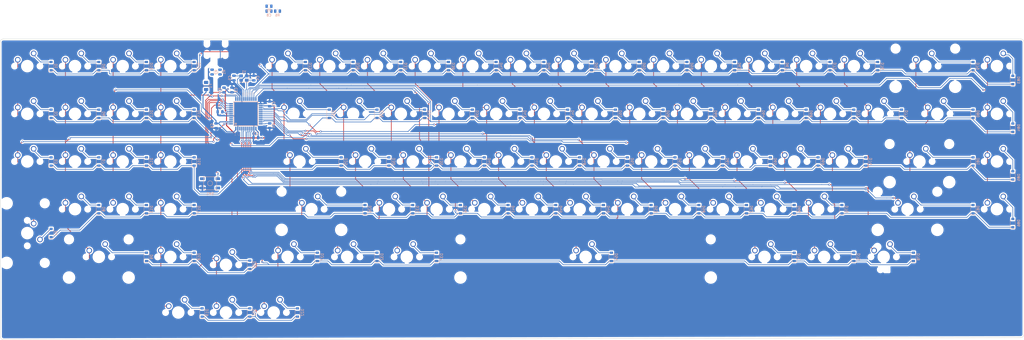
<source format=kicad_pcb>
(kicad_pcb (version 20171130) (host pcbnew "(5.0.1-3-g963ef8bb5)")
  (layers (0 F.Cu signal) (31 B.Cu signal) (34 B.Paste user) (35 F.Paste user) (36 B.SilkS user) (37 F.SilkS user) (38 B.Mask user) (39 F.Mask user) (44 Edge.Cuts user))
  (net 0 "")
  (net 1 Col6)
  (net 2 "Net-(AKEY1-Pad2)")
  (net 3 "Net-(ALT1-Pad2)")
  (net 4 Col7)
  (net 5 "Net-(BACK1-Pad2)")
  (net 6 Col18)
  (net 7 Col10)
  (net 8 "Net-(BKEY1-Pad2)")
  (net 9 "Net-(BSLSH1-Pad2)")
  (net 10 GND)
  (net 11 +5V)
  (net 12 "Net-(C4-Pad1)")
  (net 13 "Net-(C5-Pad1)")
  (net 14 "Net-(C7-Pad1)")
  (net 15 "Net-(CAPS1-Pad2)")
  (net 16 Col5)
  (net 17 "Net-(CBRAC1-Pad2)")
  (net 18 Col17)
  (net 19 "Net-(CKEY1-Pad2)")
  (net 20 Col8)
  (net 21 Col15)
  (net 22 "Net-(CLN1-Pad2)")
  (net 23 Col13)
  (net 24 "Net-(CMMA1-Pad2)")
  (net 25 "Net-(CTRL1-Pad2)")
  (net 26 Row1)
  (net 27 "Net-(D1-Pad2)")
  (net 28 Row2)
  (net 29 "Net-(D2-Pad2)")
  (net 30 "Net-(D3-Pad2)")
  (net 31 Row3)
  (net 32 "Net-(D4-Pad2)")
  (net 33 Row4)
  (net 34 "Net-(D5-Pad2)")
  (net 35 "Net-(D6-Pad2)")
  (net 36 "Net-(D7-Pad2)")
  (net 37 "Net-(D8-Pad2)")
  (net 38 "Net-(D9-Pad2)")
  (net 39 Row5)
  (net 40 "Net-(D10-Pad2)")
  (net 41 "Net-(D11-Pad2)")
  (net 42 "Net-(D12-Pad2)")
  (net 43 "Net-(D13-Pad2)")
  (net 44 "Net-(D14-Pad2)")
  (net 45 "Net-(D15-Pad2)")
  (net 46 "Net-(D16-Pad2)")
  (net 47 "Net-(D17-Pad2)")
  (net 48 "Net-(D18-Pad2)")
  (net 49 "Net-(D19-Pad2)")
  (net 50 "Net-(D20-Pad2)")
  (net 51 "Net-(D21-Pad2)")
  (net 52 "Net-(D22-Pad2)")
  (net 53 "Net-(D23-Pad2)")
  (net 54 "Net-(D24-Pad2)")
  (net 55 "Net-(D26-Pad2)")
  (net 56 "Net-(D28-Pad2)")
  (net 57 "Net-(D29-Pad2)")
  (net 58 "Net-(D31-Pad2)")
  (net 59 "Net-(D32-Pad2)")
  (net 60 "Net-(D33-Pad2)")
  (net 61 "Net-(D34-Pad2)")
  (net 62 "Net-(D35-Pad2)")
  (net 63 "Net-(D36-Pad2)")
  (net 64 "Net-(D38-Pad2)")
  (net 65 "Net-(D39-Pad2)")
  (net 66 "Net-(D40-Pad2)")
  (net 67 "Net-(D42-Pad2)")
  (net 68 "Net-(D43-Pad2)")
  (net 69 "Net-(D44-Pad2)")
  (net 70 "Net-(D45-Pad2)")
  (net 71 "Net-(D46-Pad2)")
  (net 72 "Net-(D47-Pad2)")
  (net 73 "Net-(D48-Pad2)")
  (net 74 "Net-(D50-Pad2)")
  (net 75 "Net-(D51-Pad2)")
  (net 76 "Net-(D52-Pad2)")
  (net 77 "Net-(D53-Pad2)")
  (net 78 "Net-(D54-Pad2)")
  (net 79 "Net-(D55-Pad2)")
  (net 80 "Net-(D56-Pad2)")
  (net 81 "Net-(D57-Pad2)")
  (net 82 "Net-(D58-Pad2)")
  (net 83 "Net-(D59-Pad2)")
  (net 84 "Net-(D60-Pad2)")
  (net 85 "Net-(D61-Pad2)")
  (net 86 "Net-(D63-Pad2)")
  (net 87 "Net-(D64-Pad2)")
  (net 88 "Net-(D65-Pad2)")
  (net 89 "Net-(D66-Pad2)")
  (net 90 "Net-(D67-Pad2)")
  (net 91 "Net-(D68-Pad2)")
  (net 92 "Net-(D70-Pad2)")
  (net 93 "Net-(D71-Pad2)")
  (net 94 "Net-(D72-Pad2)")
  (net 95 "Net-(D73-Pad2)")
  (net 96 "Net-(D74-Pad2)")
  (net 97 "Net-(D75-Pad2)")
  (net 98 "Net-(D76-Pad2)")
  (net 99 "Net-(D78-Pad2)")
  (net 100 "Net-(D81-Pad2)")
  (net 101 "Net-(D82-Pad2)")
  (net 102 "Net-(D83-Pad2)")
  (net 103 "Net-(D84-Pad2)")
  (net 104 "Net-(D85-Pad2)")
  (net 105 "Net-(D86-Pad2)")
  (net 106 Col4)
  (net 107 Col2)
  (net 108 Col3)
  (net 109 Col1)
  (net 110 Col9)
  (net 111 Col11)
  (net 112 Col12)
  (net 113 Col14)
  (net 114 Col16)
  (net 115 Col19)
  (net 116 "Net-(R1-Pad1)")
  (net 117 D+)
  (net 118 D-)
  (net 119 "Net-(R2-Pad1)")
  (net 120 "Net-(R3-Pad2)")
  (net 121 "Net-(R4-Pad2)")
  (net 122 "Net-(U1-Pad42)")
  (net 123 Row6)
  (net 124 "Net-(C8-Pad1)")
  (net 125 VBUS)
  (net 126 "Net-(P1-PadA5)")
  (net 127 "Net-(R6-Pad1)")
  (module Capacitor_SMD:C_0805_2012Metric (layer B.Cu) (at 129.38125 44.45 90)
    (fp_text reference C1 (at 0 1.65 90) (layer B.SilkS) (effects (justify mirror)))
    (fp_text value 0.1uF)
    (pad 2 smd roundrect (at 0.9375 0 90) (size 0.975 1.4) (layers B.Cu B.Paste B.Mask) (net 10 GND))
    (pad 1 smd roundrect (at -0.9375 0 90) (size 0.975 1.4) (layers B.Cu B.Paste B.Mask) (net 11 +5V))
  )
  (module Capacitor_SMD:C_0805_2012Metric (layer B.Cu) (at 114.3 38.89375 90)
    (fp_text reference C2 (at 0 1.65 90) (layer B.SilkS) (effects (justify mirror)))
    (fp_text value 0.1uF)
    (pad 1 smd roundrect (at -0.9375 0 90) (size 0.975 1.4) (layers B.Cu B.Paste B.Mask) (net 11 +5V))
    (pad 2 smd roundrect (at 0.9375 0 90) (size 0.975 1.4) (layers B.Cu B.Paste B.Mask) (net 10 GND))
  )
  (module Capacitor_SMD:C_0805_2012Metric (layer B.Cu) (at 123.825 57.94375 180)
    (fp_text reference C3 (at 0 1.65 180) (layer B.SilkS) (effects (justify mirror)))
    (fp_text value 0.1uF)
    (pad 1 smd roundrect (at -0.9375 0 180) (size 0.975 1.4) (layers B.Cu B.Paste B.Mask) (net 11 +5V))
    (pad 2 smd roundrect (at 0.9375 0 180) (size 0.975 1.4) (layers B.Cu B.Paste B.Mask) (net 10 GND))
  )
  (module Capacitor_SMD:C_0805_2012Metric (layer B.Cu) (at 123.03125 34.13125 90)
    (fp_text reference C4 (at 0 1.65 90) (layer B.SilkS) (effects (justify mirror)))
    (fp_text value 22pF)
    (pad 1 smd roundrect (at -0.9375 0 90) (size 0.975 1.4) (layers B.Cu B.Paste B.Mask) (net 12 "Net-(C4-Pad1)"))
    (pad 2 smd roundrect (at 0.9375 0 90) (size 0.975 1.4) (layers B.Cu B.Paste B.Mask) (net 10 GND))
  )
  (module Capacitor_SMD:C_0805_2012Metric (layer B.Cu) (at 115.09375 34.13125 270)
    (fp_text reference C5 (at 0 1.65 270) (layer B.SilkS) (effects (justify mirror)))
    (fp_text value 22pF)
    (pad 1 smd roundrect (at -0.9375 0 270) (size 0.975 1.4) (layers B.Cu B.Paste B.Mask) (net 13 "Net-(C5-Pad1)"))
    (pad 2 smd roundrect (at 0.9375 0 270) (size 0.975 1.4) (layers B.Cu B.Paste B.Mask) (net 10 GND))
  )
  (module Capacitor_SMD:C_0805_2012Metric (layer B.Cu) (at 107.95 53.213 270)
    (fp_text reference C6 (at 0 1.65 270) (layer B.SilkS) (effects (justify mirror)))
    (fp_text value 10uF)
    (pad 2 smd roundrect (at 0.9375 0 270) (size 0.975 1.4) (layers B.Cu B.Paste B.Mask) (net 10 GND))
    (pad 1 smd roundrect (at -0.9375 0 270) (size 0.975 1.4) (layers B.Cu B.Paste B.Mask) (net 11 +5V))
  )
  (module Capacitor_SMD:C_0805_2012Metric (layer B.Cu) (at 109.5375 47.625 180)
    (fp_text reference C7 (at 0 1.65 180) (layer B.SilkS) (effects (justify mirror)))
    (fp_text value 1uF)
    (pad 2 smd roundrect (at 0.9375 0 180) (size 0.975 1.4) (layers B.Cu B.Paste B.Mask) (net 10 GND))
    (pad 1 smd roundrect (at -0.9375 0 180) (size 0.975 1.4) (layers B.Cu B.Paste B.Mask) (net 14 "Net-(C7-Pad1)"))
  )
  (module Diode_SMD:D_SOD-123 (layer B.Cu) (at 42.06875 29.36875 90)
    (fp_text reference D1 (at 0 2 90) (layer B.SilkS) (effects (justify mirror)))
    (fp_text value D_Small)
    (pad 1 smd rect (at -1.65 0 90) (size 0.9 1.2) (layers B.Cu B.Paste B.Mask) (net 26 Row1))
    (pad 2 smd rect (at 1.65 0 90) (size 0.9 1.2) (layers B.Cu B.Paste B.Mask) (net 27 "Net-(D1-Pad2)"))
  )
  (module Diode_SMD:D_SOD-123 (layer B.Cu) (at 42.06875 48.41875 90)
    (fp_text reference D2 (at 0 2 90) (layer B.SilkS) (effects (justify mirror)))
    (fp_text value D_Small)
    (pad 1 smd rect (at -1.65 0 90) (size 0.9 1.2) (layers B.Cu B.Paste B.Mask) (net 28 Row2))
    (pad 2 smd rect (at 1.65 0 90) (size 0.9 1.2) (layers B.Cu B.Paste B.Mask) (net 29 "Net-(D2-Pad2)"))
  )
  (module Diode_SMD:D_SOD-123 (layer B.Cu) (at 42.06875 67.46875 90)
    (fp_text reference D3 (at 0 2 90) (layer B.SilkS) (effects (justify mirror)))
    (fp_text value D_Small)
    (pad 2 smd rect (at 1.65 0 90) (size 0.9 1.2) (layers B.Cu B.Paste B.Mask) (net 30 "Net-(D3-Pad2)"))
    (pad 1 smd rect (at -1.65 0 90) (size 0.9 1.2) (layers B.Cu B.Paste B.Mask) (net 31 Row3))
  )
  (module Diode_SMD:D_SOD-123 (layer B.Cu) (at 42.06875 96.04375 90)
    (fp_text reference D4 (at 0 2 90) (layer B.SilkS) (effects (justify mirror)))
    (fp_text value D_Small)
    (pad 2 smd rect (at 1.65 0 90) (size 0.9 1.2) (layers B.Cu B.Paste B.Mask) (net 32 "Net-(D4-Pad2)"))
    (pad 1 smd rect (at -1.65 0 90) (size 0.9 1.2) (layers B.Cu B.Paste B.Mask) (net 33 Row4))
  )
  (module Diode_SMD:D_SOD-123 (layer B.Cu) (at 61.11875 29.36875 90)
    (fp_text reference D5 (at 0 2 90) (layer B.SilkS) (effects (justify mirror)))
    (fp_text value D_Small)
    (pad 1 smd rect (at -1.65 0 90) (size 0.9 1.2) (layers B.Cu B.Paste B.Mask) (net 26 Row1))
    (pad 2 smd rect (at 1.65 0 90) (size 0.9 1.2) (layers B.Cu B.Paste B.Mask) (net 34 "Net-(D5-Pad2)"))
  )
  (module Diode_SMD:D_SOD-123 (layer B.Cu) (at 61.11875 48.41875 90)
    (fp_text reference D6 (at 0 2 90) (layer B.SilkS) (effects (justify mirror)))
    (fp_text value D_Small)
    (pad 1 smd rect (at -1.65 0 90) (size 0.9 1.2) (layers B.Cu B.Paste B.Mask) (net 28 Row2))
    (pad 2 smd rect (at 1.65 0 90) (size 0.9 1.2) (layers B.Cu B.Paste B.Mask) (net 35 "Net-(D6-Pad2)"))
  )
  (module Diode_SMD:D_SOD-123 (layer B.Cu) (at 61.11875 67.46875 90)
    (fp_text reference D7 (at 0 2 90) (layer B.SilkS) (effects (justify mirror)))
    (fp_text value D_Small)
    (pad 2 smd rect (at 1.65 0 90) (size 0.9 1.2) (layers B.Cu B.Paste B.Mask) (net 36 "Net-(D7-Pad2)"))
    (pad 1 smd rect (at -1.65 0 90) (size 0.9 1.2) (layers B.Cu B.Paste B.Mask) (net 31 Row3))
  )
  (module Diode_SMD:D_SOD-123 (layer B.Cu) (at 61.11875 86.51875 90)
    (fp_text reference D8 (at 0 2 90) (layer B.SilkS) (effects (justify mirror)))
    (fp_text value D_Small)
    (pad 2 smd rect (at 1.65 0 90) (size 0.9 1.2) (layers B.Cu B.Paste B.Mask) (net 37 "Net-(D8-Pad2)"))
    (pad 1 smd rect (at -1.65 0 90) (size 0.9 1.2) (layers B.Cu B.Paste B.Mask) (net 33 Row4))
  )
  (module Diode_SMD:D_SOD-123 (layer B.Cu) (at 80.16875 105.56875 90)
    (fp_text reference D9 (at 0 2 90) (layer B.SilkS) (effects (justify mirror)))
    (fp_text value D_Small)
    (pad 2 smd rect (at 1.65 0 90) (size 0.9 1.2) (layers B.Cu B.Paste B.Mask) (net 38 "Net-(D9-Pad2)"))
    (pad 1 smd rect (at -1.65 0 90) (size 0.9 1.2) (layers B.Cu B.Paste B.Mask) (net 39 Row5))
  )
  (module Diode_SMD:D_SOD-123 (layer B.Cu) (at 80.16875 29.36875 90)
    (fp_text reference D10 (at 0 2 90) (layer B.SilkS) (effects (justify mirror)))
    (fp_text value D_Small)
    (pad 2 smd rect (at 1.65 0 90) (size 0.9 1.2) (layers B.Cu B.Paste B.Mask) (net 40 "Net-(D10-Pad2)"))
    (pad 1 smd rect (at -1.65 0 90) (size 0.9 1.2) (layers B.Cu B.Paste B.Mask) (net 26 Row1))
  )
  (module Diode_SMD:D_SOD-123 (layer B.Cu) (at 80.16875 48.41875 90)
    (fp_text reference D11 (at 0 2 90) (layer B.SilkS) (effects (justify mirror)))
    (fp_text value D_Small)
    (pad 2 smd rect (at 1.65 0 90) (size 0.9 1.2) (layers B.Cu B.Paste B.Mask) (net 41 "Net-(D11-Pad2)"))
    (pad 1 smd rect (at -1.65 0 90) (size 0.9 1.2) (layers B.Cu B.Paste B.Mask) (net 28 Row2))
  )
  (module Diode_SMD:D_SOD-123 (layer B.Cu) (at 80.16875 67.46875 90)
    (fp_text reference D12 (at 0 2 90) (layer B.SilkS) (effects (justify mirror)))
    (fp_text value D_Small)
    (pad 2 smd rect (at 1.65 0 90) (size 0.9 1.2) (layers B.Cu B.Paste B.Mask) (net 42 "Net-(D12-Pad2)"))
    (pad 1 smd rect (at -1.65 0 90) (size 0.9 1.2) (layers B.Cu B.Paste B.Mask) (net 31 Row3))
  )
  (module Diode_SMD:D_SOD-123 (layer B.Cu) (at 80.16875 86.51875 90)
    (fp_text reference D13 (at 0 2 90) (layer B.SilkS) (effects (justify mirror)))
    (fp_text value D_Small)
    (pad 2 smd rect (at 1.65 0 90) (size 0.9 1.2) (layers B.Cu B.Paste B.Mask) (net 43 "Net-(D13-Pad2)"))
    (pad 1 smd rect (at -1.65 0 90) (size 0.9 1.2) (layers B.Cu B.Paste B.Mask) (net 33 Row4))
  )
  (module Diode_SMD:D_SOD-123 (layer B.Cu) (at 99.21875 29.36875 90)
    (fp_text reference D14 (at 0 2 90) (layer B.SilkS) (effects (justify mirror)))
    (fp_text value D_Small)
    (pad 2 smd rect (at 1.65 0 90) (size 0.9 1.2) (layers B.Cu B.Paste B.Mask) (net 44 "Net-(D14-Pad2)"))
    (pad 1 smd rect (at -1.65 0 90) (size 0.9 1.2) (layers B.Cu B.Paste B.Mask) (net 26 Row1))
  )
  (module Diode_SMD:D_SOD-123 (layer B.Cu) (at 99.21875 48.41875 90)
    (fp_text reference D15 (at 0 2 90) (layer B.SilkS) (effects (justify mirror)))
    (fp_text value D_Small)
    (pad 2 smd rect (at 1.65 0 90) (size 0.9 1.2) (layers B.Cu B.Paste B.Mask) (net 45 "Net-(D15-Pad2)"))
    (pad 1 smd rect (at -1.65 0 90) (size 0.9 1.2) (layers B.Cu B.Paste B.Mask) (net 28 Row2))
  )
  (module Diode_SMD:D_SOD-123 (layer B.Cu) (at 99.21875 67.46875 90)
    (fp_text reference D16 (at 0 2 90) (layer B.SilkS) (effects (justify mirror)))
    (fp_text value D_Small)
    (pad 2 smd rect (at 1.65 0 90) (size 0.9 1.2) (layers B.Cu B.Paste B.Mask) (net 46 "Net-(D16-Pad2)"))
    (pad 1 smd rect (at -1.65 0 90) (size 0.9 1.2) (layers B.Cu B.Paste B.Mask) (net 31 Row3))
  )
  (module Diode_SMD:D_SOD-123 (layer B.Cu) (at 99.21875 86.51875 90)
    (fp_text reference D17 (at 0 2 90) (layer B.SilkS) (effects (justify mirror)))
    (fp_text value D_Small)
    (pad 2 smd rect (at 1.65 0 90) (size 0.9 1.2) (layers B.Cu B.Paste B.Mask) (net 47 "Net-(D17-Pad2)"))
    (pad 1 smd rect (at -1.65 0 90) (size 0.9 1.2) (layers B.Cu B.Paste B.Mask) (net 33 Row4))
  )
  (module Diode_SMD:D_SOD-123 (layer B.Cu) (at 99.21875 105.56875 90)
    (fp_text reference D18 (at 0 2 90) (layer B.SilkS) (effects (justify mirror)))
    (fp_text value D_Small)
    (pad 2 smd rect (at 1.65 0 90) (size 0.9 1.2) (layers B.Cu B.Paste B.Mask) (net 48 "Net-(D18-Pad2)"))
    (pad 1 smd rect (at -1.65 0 90) (size 0.9 1.2) (layers B.Cu B.Paste B.Mask) (net 39 Row5))
  )
  (module Diode_SMD:D_SOD-123 (layer B.Cu) (at 102.39375 127.79375 90)
    (fp_text reference D19 (at 0 2 90) (layer B.SilkS) (effects (justify mirror)))
    (fp_text value D_Small)
    (pad 2 smd rect (at 1.65 0 90) (size 0.9 1.2) (layers B.Cu B.Paste B.Mask) (net 49 "Net-(D19-Pad2)"))
    (pad 1 smd rect (at -1.65 0 90) (size 0.9 1.2) (layers B.Cu B.Paste B.Mask) (net 123 Row6))
  )
  (module Diode_SMD:D_SOD-123 (layer B.Cu) (at 121.44375 108.74375 90)
    (fp_text reference D20 (at 0 2 90) (layer B.SilkS) (effects (justify mirror)))
    (fp_text value D_Small)
    (pad 2 smd rect (at 1.65 0 90) (size 0.9 1.2) (layers B.Cu B.Paste B.Mask) (net 50 "Net-(D20-Pad2)"))
    (pad 1 smd rect (at -1.65 0 90) (size 0.9 1.2) (layers B.Cu B.Paste B.Mask) (net 39 Row5))
  )
  (module Diode_SMD:D_SOD-123 (layer B.Cu) (at 121.44375 127.79375 90)
    (fp_text reference D21 (at 0 2 90) (layer B.SilkS) (effects (justify mirror)))
    (fp_text value D_Small)
    (pad 2 smd rect (at 1.65 0 90) (size 0.9 1.2) (layers B.Cu B.Paste B.Mask) (net 51 "Net-(D21-Pad2)"))
    (pad 1 smd rect (at -1.65 0 90) (size 0.9 1.2) (layers B.Cu B.Paste B.Mask) (net 123 Row6))
  )
  (module Diode_SMD:D_SOD-123 (layer B.Cu) (at 140.49375 127.79375 90)
    (fp_text reference D22 (at 0 2 90) (layer B.SilkS) (effects (justify mirror)))
    (fp_text value D_Small)
    (pad 2 smd rect (at 1.65 0 90) (size 0.9 1.2) (layers B.Cu B.Paste B.Mask) (net 52 "Net-(D22-Pad2)"))
    (pad 1 smd rect (at -1.65 0 90) (size 0.9 1.2) (layers B.Cu B.Paste B.Mask) (net 123 Row6))
  )
  (module Diode_SMD:D_SOD-123 (layer B.Cu) (at 143.66875 29.36875 90)
    (fp_text reference D23 (at 0 2 90) (layer B.SilkS) (effects (justify mirror)))
    (fp_text value D_Small)
    (pad 2 smd rect (at 1.65 0 90) (size 0.9 1.2) (layers B.Cu B.Paste B.Mask) (net 53 "Net-(D23-Pad2)"))
    (pad 1 smd rect (at -1.65 0 90) (size 0.9 1.2) (layers B.Cu B.Paste B.Mask) (net 26 Row1))
  )
  (module Diode_SMD:D_SOD-123 (layer B.Cu) (at 153.19375 48.41875 90)
    (fp_text reference D24 (at 0 2 90) (layer B.SilkS) (effects (justify mirror)))
    (fp_text value D_Small)
    (pad 1 smd rect (at -1.65 0 90) (size 0.9 1.2) (layers B.Cu B.Paste B.Mask) (net 28 Row2))
    (pad 2 smd rect (at 1.65 0 90) (size 0.9 1.2) (layers B.Cu B.Paste B.Mask) (net 54 "Net-(D24-Pad2)"))
  )
  (module Diode_SMD:D_SOD-123 (layer B.Cu) (at 157.95625 67.46875 90)
    (fp_text reference D25 (at 0 2 90) (layer B.SilkS) (effects (justify mirror)))
    (fp_text value D_Small)
    (pad 1 smd rect (at -1.65 0 90) (size 0.9 1.2) (layers B.Cu B.Paste B.Mask) (net 31 Row3))
    (pad 2 smd rect (at 1.65 0 90) (size 0.9 1.2) (layers B.Cu B.Paste B.Mask) (net 15 "Net-(CAPS1-Pad2)"))
  )
  (module Diode_SMD:D_SOD-123 (layer B.Cu) (at 167.48125 86.51875 90)
    (fp_text reference D26 (at 0 2 90) (layer B.SilkS) (effects (justify mirror)))
    (fp_text value D_Small)
    (pad 1 smd rect (at -1.65 0 90) (size 0.9 1.2) (layers B.Cu B.Paste B.Mask) (net 33 Row4))
    (pad 2 smd rect (at 1.65 0 90) (size 0.9 1.2) (layers B.Cu B.Paste B.Mask) (net 55 "Net-(D26-Pad2)"))
  )
  (module Diode_SMD:D_SOD-123 (layer B.Cu) (at 148.43125 105.56875 90)
    (fp_text reference D27 (at 0 2 90) (layer B.SilkS) (effects (justify mirror)))
    (fp_text value D_Small)
    (pad 2 smd rect (at 1.65 0 90) (size 0.9 1.2) (layers B.Cu B.Paste B.Mask) (net 25 "Net-(CTRL1-Pad2)"))
    (pad 1 smd rect (at -1.65 0 90) (size 0.9 1.2) (layers B.Cu B.Paste B.Mask) (net 39 Row5))
  )
  (module Diode_SMD:D_SOD-123 (layer B.Cu) (at 162.71875 29.36875 90)
    (fp_text reference D28 (at 0 2 90) (layer B.SilkS) (effects (justify mirror)))
    (fp_text value D_Small)
    (pad 2 smd rect (at 1.65 0 90) (size 0.9 1.2) (layers B.Cu B.Paste B.Mask) (net 56 "Net-(D28-Pad2)"))
    (pad 1 smd rect (at -1.65 0 90) (size 0.9 1.2) (layers B.Cu B.Paste B.Mask) (net 26 Row1))
  )
  (module Diode_SMD:D_SOD-123 (layer B.Cu) (at 172.24375 48.41875 90)
    (fp_text reference D29 (at 0 2 90) (layer B.SilkS) (effects (justify mirror)))
    (fp_text value D_Small)
    (pad 2 smd rect (at 1.65 0 90) (size 0.9 1.2) (layers B.Cu B.Paste B.Mask) (net 57 "Net-(D29-Pad2)"))
    (pad 1 smd rect (at -1.65 0 90) (size 0.9 1.2) (layers B.Cu B.Paste B.Mask) (net 28 Row2))
  )
  (module Diode_SMD:D_SOD-123 (layer B.Cu) (at 177.00625 67.46875 90)
    (fp_text reference D30 (at 0 2 90) (layer B.SilkS) (effects (justify mirror)))
    (fp_text value D_Small)
    (pad 1 smd rect (at -1.65 0 90) (size 0.9 1.2) (layers B.Cu B.Paste B.Mask) (net 31 Row3))
    (pad 2 smd rect (at 1.65 0 90) (size 0.9 1.2) (layers B.Cu B.Paste B.Mask) (net 2 "Net-(AKEY1-Pad2)"))
  )
  (module Diode_SMD:D_SOD-123 (layer B.Cu) (at 186.53125 86.51875 90)
    (fp_text reference D31 (at 0 2 90) (layer B.SilkS) (effects (justify mirror)))
    (fp_text value D_Small)
    (pad 1 smd rect (at -1.65 0 90) (size 0.9 1.2) (layers B.Cu B.Paste B.Mask) (net 33 Row4))
    (pad 2 smd rect (at 1.65 0 90) (size 0.9 1.2) (layers B.Cu B.Paste B.Mask) (net 58 "Net-(D31-Pad2)"))
  )
  (module Diode_SMD:D_SOD-123 (layer B.Cu) (at 172.24375 105.56875 90)
    (fp_text reference D32 (at 0 2 90) (layer B.SilkS) (effects (justify mirror)))
    (fp_text value D_Small)
    (pad 2 smd rect (at 1.65 0 90) (size 0.9 1.2) (layers B.Cu B.Paste B.Mask) (net 59 "Net-(D32-Pad2)"))
    (pad 1 smd rect (at -1.65 0 90) (size 0.9 1.2) (layers B.Cu B.Paste B.Mask) (net 39 Row5))
  )
  (module Diode_SMD:D_SOD-123 (layer B.Cu) (at 181.76875 29.36875 90)
    (fp_text reference D33 (at 0 2 90) (layer B.SilkS) (effects (justify mirror)))
    (fp_text value D_Small)
    (pad 2 smd rect (at 1.65 0 90) (size 0.9 1.2) (layers B.Cu B.Paste B.Mask) (net 60 "Net-(D33-Pad2)"))
    (pad 1 smd rect (at -1.65 0 90) (size 0.9 1.2) (layers B.Cu B.Paste B.Mask) (net 26 Row1))
  )
  (module Diode_SMD:D_SOD-123 (layer B.Cu) (at 191.29375 48.41875 90)
    (fp_text reference D34 (at 0 2 90) (layer B.SilkS) (effects (justify mirror)))
    (fp_text value D_Small)
    (pad 2 smd rect (at 1.65 0 90) (size 0.9 1.2) (layers B.Cu B.Paste B.Mask) (net 61 "Net-(D34-Pad2)"))
    (pad 1 smd rect (at -1.65 0 90) (size 0.9 1.2) (layers B.Cu B.Paste B.Mask) (net 28 Row2))
  )
  (module Diode_SMD:D_SOD-123 (layer B.Cu) (at 196.05625 67.46875 90)
    (fp_text reference D35 (at 0 2 90) (layer B.SilkS) (effects (justify mirror)))
    (fp_text value D_Small)
    (pad 1 smd rect (at -1.65 0 90) (size 0.9 1.2) (layers B.Cu B.Paste B.Mask) (net 31 Row3))
    (pad 2 smd rect (at 1.65 0 90) (size 0.9 1.2) (layers B.Cu B.Paste B.Mask) (net 62 "Net-(D35-Pad2)"))
  )
  (module Diode_SMD:D_SOD-123 (layer B.Cu) (at 205.58125 86.51875 90)
    (fp_text reference D36 (at 0 2 90) (layer B.SilkS) (effects (justify mirror)))
    (fp_text value D_Small)
    (pad 1 smd rect (at -1.65 0 90) (size 0.9 1.2) (layers B.Cu B.Paste B.Mask) (net 33 Row4))
    (pad 2 smd rect (at 1.65 0 90) (size 0.9 1.2) (layers B.Cu B.Paste B.Mask) (net 63 "Net-(D36-Pad2)"))
  )
  (module Diode_SMD:D_SOD-123 (layer B.Cu) (at 196.05625 105.56875 90)
    (fp_text reference D37 (at 0 2 90) (layer B.SilkS) (effects (justify mirror)))
    (fp_text value D_Small)
    (pad 2 smd rect (at 1.65 0 90) (size 0.9 1.2) (layers B.Cu B.Paste B.Mask) (net 3 "Net-(ALT1-Pad2)"))
    (pad 1 smd rect (at -1.65 0 90) (size 0.9 1.2) (layers B.Cu B.Paste B.Mask) (net 39 Row5))
  )
  (module Diode_SMD:D_SOD-123 (layer B.Cu) (at 200.81875 29.36875 90)
    (fp_text reference D38 (at 0 2 90) (layer B.SilkS) (effects (justify mirror)))
    (fp_text value D_Small)
    (pad 2 smd rect (at 1.65 0 90) (size 0.9 1.2) (layers B.Cu B.Paste B.Mask) (net 64 "Net-(D38-Pad2)"))
    (pad 1 smd rect (at -1.65 0 90) (size 0.9 1.2) (layers B.Cu B.Paste B.Mask) (net 26 Row1))
  )
  (module Diode_SMD:D_SOD-123 (layer B.Cu) (at 210.34375 48.41875 90)
    (fp_text reference D39 (at 0 2 90) (layer B.SilkS) (effects (justify mirror)))
    (fp_text value D_Small)
    (pad 2 smd rect (at 1.65 0 90) (size 0.9 1.2) (layers B.Cu B.Paste B.Mask) (net 65 "Net-(D39-Pad2)"))
    (pad 1 smd rect (at -1.65 0 90) (size 0.9 1.2) (layers B.Cu B.Paste B.Mask) (net 28 Row2))
  )
  (module Diode_SMD:D_SOD-123 (layer B.Cu) (at 215.10625 67.46875 90)
    (fp_text reference D40 (at 0 2 90) (layer B.SilkS) (effects (justify mirror)))
    (fp_text value D_Small)
    (pad 1 smd rect (at -1.65 0 90) (size 0.9 1.2) (layers B.Cu B.Paste B.Mask) (net 31 Row3))
    (pad 2 smd rect (at 1.65 0 90) (size 0.9 1.2) (layers B.Cu B.Paste B.Mask) (net 66 "Net-(D40-Pad2)"))
  )
  (module Diode_SMD:D_SOD-123 (layer B.Cu) (at 224.63125 86.51875 90)
    (fp_text reference D41 (at 0 2 90) (layer B.SilkS) (effects (justify mirror)))
    (fp_text value D_Small)
    (pad 1 smd rect (at -1.65 0 90) (size 0.9 1.2) (layers B.Cu B.Paste B.Mask) (net 33 Row4))
    (pad 2 smd rect (at 1.65 0 90) (size 0.9 1.2) (layers B.Cu B.Paste B.Mask) (net 19 "Net-(CKEY1-Pad2)"))
  )
  (module Diode_SMD:D_SOD-123 (layer B.Cu) (at 219.86875 29.36875 90)
    (fp_text reference D42 (at 0 2 90) (layer B.SilkS) (effects (justify mirror)))
    (fp_text value D_Small)
    (pad 2 smd rect (at 1.65 0 90) (size 0.9 1.2) (layers B.Cu B.Paste B.Mask) (net 67 "Net-(D42-Pad2)"))
    (pad 1 smd rect (at -1.65 0 90) (size 0.9 1.2) (layers B.Cu B.Paste B.Mask) (net 26 Row1))
  )
  (module Diode_SMD:D_SOD-123 (layer B.Cu) (at 229.39375 48.41875 90)
    (fp_text reference D43 (at 0 2 90) (layer B.SilkS) (effects (justify mirror)))
    (fp_text value D_Small)
    (pad 2 smd rect (at 1.65 0 90) (size 0.9 1.2) (layers B.Cu B.Paste B.Mask) (net 68 "Net-(D43-Pad2)"))
    (pad 1 smd rect (at -1.65 0 90) (size 0.9 1.2) (layers B.Cu B.Paste B.Mask) (net 28 Row2))
  )
  (module Diode_SMD:D_SOD-123 (layer B.Cu) (at 234.15625 67.46875 90)
    (fp_text reference D44 (at 0 2 90) (layer B.SilkS) (effects (justify mirror)))
    (fp_text value D_Small)
    (pad 1 smd rect (at -1.65 0 90) (size 0.9 1.2) (layers B.Cu B.Paste B.Mask) (net 31 Row3))
    (pad 2 smd rect (at 1.65 0 90) (size 0.9 1.2) (layers B.Cu B.Paste B.Mask) (net 69 "Net-(D44-Pad2)"))
  )
  (module Diode_SMD:D_SOD-123 (layer B.Cu) (at 243.68125 86.51875 90)
    (fp_text reference D45 (at 0 2 90) (layer B.SilkS) (effects (justify mirror)))
    (fp_text value D_Small)
    (pad 1 smd rect (at -1.65 0 90) (size 0.9 1.2) (layers B.Cu B.Paste B.Mask) (net 33 Row4))
    (pad 2 smd rect (at 1.65 0 90) (size 0.9 1.2) (layers B.Cu B.Paste B.Mask) (net 70 "Net-(D45-Pad2)"))
  )
  (module Diode_SMD:D_SOD-123 (layer B.Cu) (at 238.91875 29.36875 90)
    (fp_text reference D46 (at 0 2 90) (layer B.SilkS) (effects (justify mirror)))
    (fp_text value D_Small)
    (pad 2 smd rect (at 1.65 0 90) (size 0.9 1.2) (layers B.Cu B.Paste B.Mask) (net 71 "Net-(D46-Pad2)"))
    (pad 1 smd rect (at -1.65 0 90) (size 0.9 1.2) (layers B.Cu B.Paste B.Mask) (net 26 Row1))
  )
  (module Diode_SMD:D_SOD-123 (layer B.Cu) (at 248.44375 48.41875 90)
    (fp_text reference D47 (at 0 2 90) (layer B.SilkS) (effects (justify mirror)))
    (fp_text value D_Small)
    (pad 1 smd rect (at -1.65 0 90) (size 0.9 1.2) (layers B.Cu B.Paste B.Mask) (net 28 Row2))
    (pad 2 smd rect (at 1.65 0 90) (size 0.9 1.2) (layers B.Cu B.Paste B.Mask) (net 72 "Net-(D47-Pad2)"))
  )
  (module Diode_SMD:D_SOD-123 (layer B.Cu) (at 253.20625 67.46875 90)
    (fp_text reference D48 (at 0 2 90) (layer B.SilkS) (effects (justify mirror)))
    (fp_text value D_Small)
    (pad 1 smd rect (at -1.65 0 90) (size 0.9 1.2) (layers B.Cu B.Paste B.Mask) (net 31 Row3))
    (pad 2 smd rect (at 1.65 0 90) (size 0.9 1.2) (layers B.Cu B.Paste B.Mask) (net 73 "Net-(D48-Pad2)"))
  )
  (module Diode_SMD:D_SOD-123 (layer B.Cu) (at 262.73125 86.51875 90)
    (fp_text reference D49 (at 0 2 90) (layer B.SilkS) (effects (justify mirror)))
    (fp_text value D_Small)
    (pad 1 smd rect (at -1.65 0 90) (size 0.9 1.2) (layers B.Cu B.Paste B.Mask) (net 33 Row4))
    (pad 2 smd rect (at 1.65 0 90) (size 0.9 1.2) (layers B.Cu B.Paste B.Mask) (net 8 "Net-(BKEY1-Pad2)"))
  )
  (module Diode_SMD:D_SOD-123 (layer B.Cu) (at 257.96875 29.36875 90)
    (fp_text reference D50 (at 0 2 90) (layer B.SilkS) (effects (justify mirror)))
    (fp_text value D_Small)
    (pad 2 smd rect (at 1.65 0 90) (size 0.9 1.2) (layers B.Cu B.Paste B.Mask) (net 74 "Net-(D50-Pad2)"))
    (pad 1 smd rect (at -1.65 0 90) (size 0.9 1.2) (layers B.Cu B.Paste B.Mask) (net 26 Row1))
  )
  (module Diode_SMD:D_SOD-123 (layer B.Cu) (at 267.49375 48.41875 90)
    (fp_text reference D51 (at 0 2 90) (layer B.SilkS) (effects (justify mirror)))
    (fp_text value D_Small)
    (pad 1 smd rect (at -1.65 0 90) (size 0.9 1.2) (layers B.Cu B.Paste B.Mask) (net 28 Row2))
    (pad 2 smd rect (at 1.65 0 90) (size 0.9 1.2) (layers B.Cu B.Paste B.Mask) (net 75 "Net-(D51-Pad2)"))
  )
  (module Diode_SMD:D_SOD-123 (layer B.Cu) (at 272.25625 67.46875 90)
    (fp_text reference D52 (at 0 2 90) (layer B.SilkS) (effects (justify mirror)))
    (fp_text value D_Small)
    (pad 1 smd rect (at -1.65 0 90) (size 0.9 1.2) (layers B.Cu B.Paste B.Mask) (net 31 Row3))
    (pad 2 smd rect (at 1.65 0 90) (size 0.9 1.2) (layers B.Cu B.Paste B.Mask) (net 76 "Net-(D52-Pad2)"))
  )
  (module Diode_SMD:D_SOD-123 (layer B.Cu) (at 281.78125 86.51875 90)
    (fp_text reference D53 (at 0 2 90) (layer B.SilkS) (effects (justify mirror)))
    (fp_text value D_Small)
    (pad 1 smd rect (at -1.65 0 90) (size 0.9 1.2) (layers B.Cu B.Paste B.Mask) (net 33 Row4))
    (pad 2 smd rect (at 1.65 0 90) (size 0.9 1.2) (layers B.Cu B.Paste B.Mask) (net 77 "Net-(D53-Pad2)"))
  )
  (module Diode_SMD:D_SOD-123 (layer B.Cu) (at 265.90625 105.56875 90)
    (fp_text reference D54 (at 0 2 90) (layer B.SilkS) (effects (justify mirror)))
    (fp_text value D_Small)
    (pad 1 smd rect (at -1.65 0 90) (size 0.9 1.2) (layers B.Cu B.Paste B.Mask) (net 39 Row5))
    (pad 2 smd rect (at 1.65 0 90) (size 0.9 1.2) (layers B.Cu B.Paste B.Mask) (net 78 "Net-(D54-Pad2)"))
  )
  (module Diode_SMD:D_SOD-123 (layer B.Cu) (at 277.01875 29.36875 90)
    (fp_text reference D55 (at 0 2 90) (layer B.SilkS) (effects (justify mirror)))
    (fp_text value D_Small)
    (pad 2 smd rect (at 1.65 0 90) (size 0.9 1.2) (layers B.Cu B.Paste B.Mask) (net 79 "Net-(D55-Pad2)"))
    (pad 1 smd rect (at -1.65 0 90) (size 0.9 1.2) (layers B.Cu B.Paste B.Mask) (net 26 Row1))
  )
  (module Diode_SMD:D_SOD-123 (layer B.Cu) (at 286.54375 48.41875 90)
    (fp_text reference D56 (at 0 2 90) (layer B.SilkS) (effects (justify mirror)))
    (fp_text value D_Small)
    (pad 1 smd rect (at -1.65 0 90) (size 0.9 1.2) (layers B.Cu B.Paste B.Mask) (net 28 Row2))
    (pad 2 smd rect (at 1.65 0 90) (size 0.9 1.2) (layers B.Cu B.Paste B.Mask) (net 80 "Net-(D56-Pad2)"))
  )
  (module Diode_SMD:D_SOD-123 (layer B.Cu) (at 291.30625 67.46875 90)
    (fp_text reference D57 (at 0 2 90) (layer B.SilkS) (effects (justify mirror)))
    (fp_text value D_Small)
    (pad 1 smd rect (at -1.65 0 90) (size 0.9 1.2) (layers B.Cu B.Paste B.Mask) (net 31 Row3))
    (pad 2 smd rect (at 1.65 0 90) (size 0.9 1.2) (layers B.Cu B.Paste B.Mask) (net 81 "Net-(D57-Pad2)"))
  )
  (module Diode_SMD:D_SOD-123 (layer B.Cu) (at 300.83125 86.51875 90)
    (fp_text reference D58 (at 0 2 90) (layer B.SilkS) (effects (justify mirror)))
    (fp_text value D_Small)
    (pad 1 smd rect (at -1.65 0 90) (size 0.9 1.2) (layers B.Cu B.Paste B.Mask) (net 33 Row4))
    (pad 2 smd rect (at 1.65 0 90) (size 0.9 1.2) (layers B.Cu B.Paste B.Mask) (net 82 "Net-(D58-Pad2)"))
  )
  (module Diode_SMD:D_SOD-123 (layer B.Cu) (at 296.06875 29.36875 90)
    (fp_text reference D59 (at 0 2 90) (layer B.SilkS) (effects (justify mirror)))
    (fp_text value D_Small)
    (pad 2 smd rect (at 1.65 0 90) (size 0.9 1.2) (layers B.Cu B.Paste B.Mask) (net 83 "Net-(D59-Pad2)"))
    (pad 1 smd rect (at -1.65 0 90) (size 0.9 1.2) (layers B.Cu B.Paste B.Mask) (net 26 Row1))
  )
  (module Diode_SMD:D_SOD-123 (layer B.Cu) (at 305.59375 48.41875 90)
    (fp_text reference D60 (at 0 2 90) (layer B.SilkS) (effects (justify mirror)))
    (fp_text value D_Small)
    (pad 1 smd rect (at -1.65 0 90) (size 0.9 1.2) (layers B.Cu B.Paste B.Mask) (net 28 Row2))
    (pad 2 smd rect (at 1.65 0 90) (size 0.9 1.2) (layers B.Cu B.Paste B.Mask) (net 84 "Net-(D60-Pad2)"))
  )
  (module Diode_SMD:D_SOD-123 (layer B.Cu) (at 310.35625 67.46875 90)
    (fp_text reference D61 (at 0 2 90) (layer B.SilkS) (effects (justify mirror)))
    (fp_text value D_Small)
    (pad 1 smd rect (at -1.65 0 90) (size 0.9 1.2) (layers B.Cu B.Paste B.Mask) (net 31 Row3))
    (pad 2 smd rect (at 1.65 0 90) (size 0.9 1.2) (layers B.Cu B.Paste B.Mask) (net 85 "Net-(D61-Pad2)"))
  )
  (module Diode_SMD:D_SOD-123 (layer B.Cu) (at 319.88125 86.51875 90)
    (fp_text reference D62 (at 0 2 90) (layer B.SilkS) (effects (justify mirror)))
    (fp_text value D_Small)
    (pad 1 smd rect (at -1.65 0 90) (size 0.9 1.2) (layers B.Cu B.Paste B.Mask) (net 33 Row4))
    (pad 2 smd rect (at 1.65 0 90) (size 0.9 1.2) (layers B.Cu B.Paste B.Mask) (net 24 "Net-(CMMA1-Pad2)"))
  )
  (module Diode_SMD:D_SOD-123 (layer B.Cu) (at 315.11875 29.36875 90)
    (fp_text reference D63 (at 0 2 90) (layer B.SilkS) (effects (justify mirror)))
    (fp_text value D_Small)
    (pad 2 smd rect (at 1.65 0 90) (size 0.9 1.2) (layers B.Cu B.Paste B.Mask) (net 86 "Net-(D63-Pad2)"))
    (pad 1 smd rect (at -1.65 0 90) (size 0.9 1.2) (layers B.Cu B.Paste B.Mask) (net 26 Row1))
  )
  (module Diode_SMD:D_SOD-123 (layer B.Cu) (at 324.64375 48.41875 90)
    (fp_text reference D64 (at 0 2 90) (layer B.SilkS) (effects (justify mirror)))
    (fp_text value D_Small)
    (pad 1 smd rect (at -1.65 0 90) (size 0.9 1.2) (layers B.Cu B.Paste B.Mask) (net 28 Row2))
    (pad 2 smd rect (at 1.65 0 90) (size 0.9 1.2) (layers B.Cu B.Paste B.Mask) (net 87 "Net-(D64-Pad2)"))
  )
  (module Diode_SMD:D_SOD-123 (layer B.Cu) (at 329.40625 67.46875 90)
    (fp_text reference D65 (at 0 2 90) (layer B.SilkS) (effects (justify mirror)))
    (fp_text value D_Small)
    (pad 1 smd rect (at -1.65 0 90) (size 0.9 1.2) (layers B.Cu B.Paste B.Mask) (net 31 Row3))
    (pad 2 smd rect (at 1.65 0 90) (size 0.9 1.2) (layers B.Cu B.Paste B.Mask) (net 88 "Net-(D65-Pad2)"))
  )
  (module Diode_SMD:D_SOD-123 (layer B.Cu) (at 338.93125 86.51875 90)
    (fp_text reference D66 (at 0 2 90) (layer B.SilkS) (effects (justify mirror)))
    (fp_text value D_Small)
    (pad 1 smd rect (at -1.65 0 90) (size 0.9 1.2) (layers B.Cu B.Paste B.Mask) (net 33 Row4))
    (pad 2 smd rect (at 1.65 0 90) (size 0.9 1.2) (layers B.Cu B.Paste B.Mask) (net 89 "Net-(D66-Pad2)"))
  )
  (module Diode_SMD:D_SOD-123 (layer B.Cu) (at 334.16875 29.36875 90)
    (fp_text reference D67 (at 0 2 90) (layer B.SilkS) (effects (justify mirror)))
    (fp_text value D_Small)
    (pad 2 smd rect (at 1.65 0 90) (size 0.9 1.2) (layers B.Cu B.Paste B.Mask) (net 90 "Net-(D67-Pad2)"))
    (pad 1 smd rect (at -1.65 0 90) (size 0.9 1.2) (layers B.Cu B.Paste B.Mask) (net 26 Row1))
  )
  (module Diode_SMD:D_SOD-123 (layer B.Cu) (at 343.69375 48.41875 90)
    (fp_text reference D68 (at 0 2 90) (layer B.SilkS) (effects (justify mirror)))
    (fp_text value D_Small)
    (pad 1 smd rect (at -1.65 0 90) (size 0.9 1.2) (layers B.Cu B.Paste B.Mask) (net 28 Row2))
    (pad 2 smd rect (at 1.65 0 90) (size 0.9 1.2) (layers B.Cu B.Paste B.Mask) (net 91 "Net-(D68-Pad2)"))
  )
  (module Diode_SMD:D_SOD-123 (layer B.Cu) (at 348.45625 67.46875 90)
    (fp_text reference D69 (at 0 2 90) (layer B.SilkS) (effects (justify mirror)))
    (fp_text value D_Small)
    (pad 1 smd rect (at -1.65 0 90) (size 0.9 1.2) (layers B.Cu B.Paste B.Mask) (net 31 Row3))
    (pad 2 smd rect (at 1.65 0 90) (size 0.9 1.2) (layers B.Cu B.Paste B.Mask) (net 22 "Net-(CLN1-Pad2)"))
  )
  (module Diode_SMD:D_SOD-123 (layer B.Cu) (at 357.98125 86.51875 90)
    (fp_text reference D70 (at 0 2 90) (layer B.SilkS) (effects (justify mirror)))
    (fp_text value D_Small)
    (pad 1 smd rect (at -1.65 0 90) (size 0.9 1.2) (layers B.Cu B.Paste B.Mask) (net 33 Row4))
    (pad 2 smd rect (at 1.65 0 90) (size 0.9 1.2) (layers B.Cu B.Paste B.Mask) (net 92 "Net-(D70-Pad2)"))
  )
  (module Diode_SMD:D_SOD-123 (layer B.Cu) (at 338.93125 105.56875 90)
    (fp_text reference D71 (at 0 2 90) (layer B.SilkS) (effects (justify mirror)))
    (fp_text value D_Small)
    (pad 2 smd rect (at 1.65 0 90) (size 0.9 1.2) (layers B.Cu B.Paste B.Mask) (net 93 "Net-(D71-Pad2)"))
    (pad 1 smd rect (at -1.65 0 90) (size 0.9 1.2) (layers B.Cu B.Paste B.Mask) (net 39 Row5))
  )
  (module Diode_SMD:D_SOD-123 (layer B.Cu) (at 353.21875 29.36875 90)
    (fp_text reference D72 (at 0 2 90) (layer B.SilkS) (effects (justify mirror)))
    (fp_text value D_Small)
    (pad 2 smd rect (at 1.65 0 90) (size 0.9 1.2) (layers B.Cu B.Paste B.Mask) (net 94 "Net-(D72-Pad2)"))
    (pad 1 smd rect (at -1.65 0 90) (size 0.9 1.2) (layers B.Cu B.Paste B.Mask) (net 26 Row1))
  )
  (module Diode_SMD:D_SOD-123 (layer B.Cu) (at 362.74375 48.41875 90)
    (fp_text reference D73 (at 0 2 90) (layer B.SilkS) (effects (justify mirror)))
    (fp_text value D_Small)
    (pad 1 smd rect (at -1.65 0 90) (size 0.9 1.2) (layers B.Cu B.Paste B.Mask) (net 28 Row2))
    (pad 2 smd rect (at 1.65 0 90) (size 0.9 1.2) (layers B.Cu B.Paste B.Mask) (net 95 "Net-(D73-Pad2)"))
  )
  (module Diode_SMD:D_SOD-123 (layer B.Cu) (at 367.50625 67.46875 90)
    (fp_text reference D74 (at 0 2 90) (layer B.SilkS) (effects (justify mirror)))
    (fp_text value D_Small)
    (pad 1 smd rect (at -1.65 0 90) (size 0.9 1.2) (layers B.Cu B.Paste B.Mask) (net 31 Row3))
    (pad 2 smd rect (at 1.65 0 90) (size 0.9 1.2) (layers B.Cu B.Paste B.Mask) (net 96 "Net-(D74-Pad2)"))
  )
  (module Diode_SMD:D_SOD-123 (layer B.Cu) (at 362.74375 105.56875 90)
    (fp_text reference D75 (at 0 2 90) (layer B.SilkS) (effects (justify mirror)))
    (fp_text value D_Small)
    (pad 1 smd rect (at -1.65 0 90) (size 0.9 1.2) (layers B.Cu B.Paste B.Mask) (net 39 Row5))
    (pad 2 smd rect (at 1.65 0 90) (size 0.9 1.2) (layers B.Cu B.Paste B.Mask) (net 97 "Net-(D75-Pad2)"))
  )
  (module Diode_SMD:D_SOD-123 (layer B.Cu) (at 372.26875 29.36875 90)
    (fp_text reference D76 (at 0 2 90) (layer B.SilkS) (effects (justify mirror)))
    (fp_text value D_Small)
    (pad 2 smd rect (at 1.65 0 90) (size 0.9 1.2) (layers B.Cu B.Paste B.Mask) (net 98 "Net-(D76-Pad2)"))
    (pad 1 smd rect (at -1.65 0 90) (size 0.9 1.2) (layers B.Cu B.Paste B.Mask) (net 26 Row1))
  )
  (module Diode_SMD:D_SOD-123 (layer B.Cu) (at 381.79375 48.41875 90)
    (fp_text reference D77 (at 0 2 90) (layer B.SilkS) (effects (justify mirror)))
    (fp_text value D_Small)
    (pad 1 smd rect (at -1.65 0 90) (size 0.9 1.2) (layers B.Cu B.Paste B.Mask) (net 28 Row2))
    (pad 2 smd rect (at 1.65 0 90) (size 0.9 1.2) (layers B.Cu B.Paste B.Mask) (net 17 "Net-(CBRAC1-Pad2)"))
  )
  (module Diode_SMD:D_SOD-123 (layer B.Cu) (at 386.55625 105.56875 90)
    (fp_text reference D78 (at 0 2 90) (layer B.SilkS) (effects (justify mirror)))
    (fp_text value D_Small)
    (pad 1 smd rect (at -1.65 0 90) (size 0.9 1.2) (layers B.Cu B.Paste B.Mask) (net 39 Row5))
    (pad 2 smd rect (at 1.65 0 90) (size 0.9 1.2) (layers B.Cu B.Paste B.Mask) (net 99 "Net-(D78-Pad2)"))
  )
  (module Diode_SMD:D_SOD-123 (layer B.Cu) (at 410.36875 29.36875 90)
    (fp_text reference D79 (at 0 2 90) (layer B.SilkS) (effects (justify mirror)))
    (fp_text value D_Small)
    (pad 1 smd rect (at -1.65 0 90) (size 0.9 1.2) (layers B.Cu B.Paste B.Mask) (net 26 Row1))
    (pad 2 smd rect (at 1.65 0 90) (size 0.9 1.2) (layers B.Cu B.Paste B.Mask) (net 5 "Net-(BACK1-Pad2)"))
  )
  (module Diode_SMD:D_SOD-123 (layer B.Cu) (at 410.36875 48.41875 90)
    (fp_text reference D80 (at 0 2 90) (layer B.SilkS) (effects (justify mirror)))
    (fp_text value D_Small)
    (pad 1 smd rect (at -1.65 0 90) (size 0.9 1.2) (layers B.Cu B.Paste B.Mask) (net 28 Row2))
    (pad 2 smd rect (at 1.65 0 90) (size 0.9 1.2) (layers B.Cu B.Paste B.Mask) (net 9 "Net-(BSLSH1-Pad2)"))
  )
  (module Diode_SMD:D_SOD-123 (layer B.Cu) (at 410.36875 67.46875 90)
    (fp_text reference D81 (at 0 2 90) (layer B.SilkS) (effects (justify mirror)))
    (fp_text value D_Small)
    (pad 1 smd rect (at -1.65 0 90) (size 0.9 1.2) (layers B.Cu B.Paste B.Mask) (net 31 Row3))
    (pad 2 smd rect (at 1.65 0 90) (size 0.9 1.2) (layers B.Cu B.Paste B.Mask) (net 100 "Net-(D81-Pad2)"))
  )
  (module Diode_SMD:D_SOD-123 (layer B.Cu) (at 410.36875 86.51875 90)
    (fp_text reference D82 (at 0 2 90) (layer B.SilkS) (effects (justify mirror)))
    (fp_text value D_Small)
    (pad 2 smd rect (at 1.65 0 90) (size 0.9 1.2) (layers B.Cu B.Paste B.Mask) (net 101 "Net-(D82-Pad2)"))
    (pad 1 smd rect (at -1.65 0 90) (size 0.9 1.2) (layers B.Cu B.Paste B.Mask) (net 33 Row4))
  )
  (module Diode_SMD:D_SOD-123 (layer B.Cu) (at 426.24375 34.925 90)
    (fp_text reference D83 (at 0 2.38125 90) (layer B.SilkS) (effects (justify mirror)))
    (fp_text value D_Small)
    (pad 2 smd rect (at 1.65 0 90) (size 0.9 1.2) (layers B.Cu B.Paste B.Mask) (net 102 "Net-(D83-Pad2)"))
    (pad 1 smd rect (at -1.65 0 90) (size 0.9 1.2) (layers B.Cu B.Paste B.Mask) (net 26 Row1))
  )
  (module Diode_SMD:D_SOD-123 (layer B.Cu) (at 426.24375 53.975 90)
    (fp_text reference D84 (at 0 2.38125 90) (layer B.SilkS) (effects (justify mirror)))
    (fp_text value D_Small)
    (pad 1 smd rect (at -1.65 0 90) (size 0.9 1.2) (layers B.Cu B.Paste B.Mask) (net 28 Row2))
    (pad 2 smd rect (at 1.65 0 90) (size 0.9 1.2) (layers B.Cu B.Paste B.Mask) (net 103 "Net-(D84-Pad2)"))
  )
  (module Diode_SMD:D_SOD-123 (layer B.Cu) (at 426.24375 73.025 90)
    (fp_text reference D85 (at -0.79375 2.38125 90) (layer B.SilkS) (effects (justify mirror)))
    (fp_text value D_Small)
    (pad 2 smd rect (at 1.65 0 90) (size 0.9 1.2) (layers B.Cu B.Paste B.Mask) (net 104 "Net-(D85-Pad2)"))
    (pad 1 smd rect (at -1.65 0 90) (size 0.9 1.2) (layers B.Cu B.Paste B.Mask) (net 31 Row3))
  )
  (module Diode_SMD:D_SOD-123 (layer B.Cu) (at 426.24375 92.075 90)
    (fp_text reference D86 (at 0 2.38125 90) (layer B.SilkS) (effects (justify mirror)))
    (fp_text value D_Small)
    (pad 2 smd rect (at 1.65 0 90) (size 0.9 1.2) (layers B.Cu B.Paste B.Mask) (net 105 "Net-(D86-Pad2)"))
    (pad 1 smd rect (at -1.65 0 90) (size 0.9 1.2) (layers B.Cu B.Paste B.Mask) (net 33 Row4))
  )
  (module Resistor_SMD:R_0805_2012Metric (layer B.Cu) (at 109.5375 31.75 90)
    (fp_text reference R1 (at 0 1.65 90) (layer B.SilkS) (effects (justify mirror)))
    (fp_text value 22)
    (pad 1 smd roundrect (at -0.9375 0 90) (size 0.975 1.4) (layers B.Cu B.Paste B.Mask) (net 116 "Net-(R1-Pad1)"))
    (pad 2 smd roundrect (at 0.9375 0 90) (size 0.975 1.4) (layers B.Cu B.Paste B.Mask) (net 117 D+))
  )
  (module Resistor_SMD:R_0805_2012Metric (layer B.Cu) (at 106.3625 31.75 90)
    (fp_text reference R2 (at 0 1.65 90) (layer B.SilkS) (effects (justify mirror)))
    (fp_text value 22)
    (pad 2 smd roundrect (at 0.9375 0 90) (size 0.975 1.4) (layers B.Cu B.Paste B.Mask) (net 118 D-))
    (pad 1 smd roundrect (at -0.9375 0 90) (size 0.975 1.4) (layers B.Cu B.Paste B.Mask) (net 119 "Net-(R2-Pad1)"))
  )
  (module Resistor_SMD:R_0805_2012Metric (layer B.Cu) (at 111.125 38.89375 270)
    (fp_text reference R3 (at 0 1.65 270) (layer B.SilkS) (effects (justify mirror)))
    (fp_text value 10k)
    (pad 2 smd roundrect (at 0.9375 0 270) (size 0.975 1.4) (layers B.Cu B.Paste B.Mask) (net 120 "Net-(R3-Pad2)"))
    (pad 1 smd roundrect (at -0.9375 0 270) (size 0.975 1.4) (layers B.Cu B.Paste B.Mask) (net 11 +5V))
  )
  (module Resistor_SMD:R_0805_2012Metric (layer B.Cu) (at 129.38125 53.18125 90)
    (fp_text reference R4 (at 0 1.65 90) (layer B.SilkS) (effects (justify mirror)))
    (fp_text value 10k)
    (pad 1 smd roundrect (at -0.9375 0 90) (size 0.975 1.4) (layers B.Cu B.Paste B.Mask) (net 10 GND))
    (pad 2 smd roundrect (at 0.9375 0 90) (size 0.975 1.4) (layers B.Cu B.Paste B.Mask) (net 121 "Net-(R4-Pad2)"))
  )
  (module random-keyboard-parts:SKQG-1155865 (layer B.Cu) (at 105.56875 76.2 180)
    (fp_text reference SW1 (at 0 -4.064 180) (layer B.SilkS) (effects (justify mirror)))
    (fp_text value SW_PUSH)
    (pad 1 smd rect (at 3.1 -1.85 180) (size 1.8 1.1) (layers B.Cu B.Paste B.Mask) (net 10 GND))
    (pad 2 smd rect (at -3.1 1.85 180) (size 1.8 1.1) (layers B.Cu B.Paste B.Mask) (net 120 "Net-(R3-Pad2)"))
    (pad 3 smd rect (at 3.1 1.85 180) (size 1.8 1.1) (layers B.Cu B.Paste B.Mask))
    (pad 4 smd rect (at -3.1 -1.85 180) (size 1.8 1.1) (layers B.Cu B.Paste B.Mask))
  )
  (module Keebio-Parts:ATMEGA32U4-AU (layer B.Cu) (at 119.85625 48.41875)
    (fp_text reference U1 (at -3.474 8.014) (layer B.SilkS) (effects (font (size 1.4 1.4) (thickness 0.05)) (justify mirror)))
    (fp_text value ATmega32U4-AU (at -2.55 -8.1261) (layer B.SilkS) (effects (font (size 1.4 1.4) (thickness 0.05)) (justify mirror)))
    (pad 1 smd rect (at -5.9 4) (size 1.5 0.5) (layers B.Cu B.Paste B.Mask) (net 109 Col1))
    (pad 2 smd rect (at -5.9 3.2) (size 1.5 0.5) (layers B.Cu B.Paste B.Mask) (net 11 +5V))
    (pad 3 smd rect (at -5.9 2.4) (size 1.5 0.5) (layers B.Cu B.Paste B.Mask) (net 119 "Net-(R2-Pad1)"))
    (pad 4 smd rect (at -5.9 1.6) (size 1.5 0.5) (layers B.Cu B.Paste B.Mask) (net 116 "Net-(R1-Pad1)"))
    (pad 5 smd rect (at -5.9 0.8) (size 1.5 0.5) (layers B.Cu B.Paste B.Mask) (net 10 GND))
    (pad 6 smd rect (at -5.9 0) (size 1.5 0.5) (layers B.Cu B.Paste B.Mask) (net 14 "Net-(C7-Pad1)"))
    (pad 7 smd rect (at -5.9 -0.8) (size 1.5 0.5) (layers B.Cu B.Paste B.Mask) (net 11 +5V))
    (pad 8 smd rect (at -5.9 -1.6) (size 1.5 0.5) (layers B.Cu B.Paste B.Mask) (net 107 Col2))
    (pad 9 smd rect (at -5.9 -2.4) (size 1.5 0.5) (layers B.Cu B.Paste B.Mask) (net 108 Col3))
    (pad 10 smd rect (at -5.9 -3.2) (size 1.5 0.5) (layers B.Cu B.Paste B.Mask) (net 39 Row5))
    (pad 11 smd rect (at -5.9 -4) (size 1.5 0.5) (layers B.Cu B.Paste B.Mask) (net 123 Row6))
    (pad 12 smd rect (at -4 -5.9) (size 0.5 1.5) (layers B.Cu B.Paste B.Mask) (net 106 Col4))
    (pad 13 smd rect (at -3.2 -5.9) (size 0.5 1.5) (layers B.Cu B.Paste B.Mask) (net 120 "Net-(R3-Pad2)"))
    (pad 14 smd rect (at -2.4 -5.9) (size 0.5 1.5) (layers B.Cu B.Paste B.Mask) (net 11 +5V))
    (pad 15 smd rect (at -1.6 -5.9) (size 0.5 1.5) (layers B.Cu B.Paste B.Mask) (net 10 GND))
    (pad 16 smd rect (at -0.8 -5.9) (size 0.5 1.5) (layers B.Cu B.Paste B.Mask) (net 13 "Net-(C5-Pad1)"))
    (pad 17 smd rect (at 0 -5.9) (size 0.5 1.5) (layers B.Cu B.Paste B.Mask) (net 12 "Net-(C4-Pad1)"))
    (pad 18 smd rect (at 0.8 -5.9) (size 0.5 1.5) (layers B.Cu B.Paste B.Mask) (net 26 Row1))
    (pad 19 smd rect (at 1.6 -5.9) (size 0.5 1.5) (layers B.Cu B.Paste B.Mask) (net 115 Col19))
    (pad 20 smd rect (at 2.4 -5.9) (size 0.5 1.5) (layers B.Cu B.Paste B.Mask) (net 28 Row2))
    (pad 21 smd rect (at 3.2 -5.9) (size 0.5 1.5) (layers B.Cu B.Paste B.Mask) (net 31 Row3))
    (pad 22 smd rect (at 4 -5.9) (size 0.5 1.5) (layers B.Cu B.Paste B.Mask) (net 33 Row4))
    (pad 23 smd rect (at 5.9 -4) (size 1.5 0.5) (layers B.Cu B.Paste B.Mask) (net 10 GND))
    (pad 24 smd rect (at 5.9 -3.2) (size 1.5 0.5) (layers B.Cu B.Paste B.Mask) (net 11 +5V))
    (pad 25 smd rect (at 5.9 -2.4) (size 1.5 0.5) (layers B.Cu B.Paste B.Mask) (net 16 Col5))
    (pad 26 smd rect (at 5.9 -1.6) (size 1.5 0.5) (layers B.Cu B.Paste B.Mask) (net 1 Col6))
    (pad 27 smd rect (at 5.9 -0.8) (size 1.5 0.5) (layers B.Cu B.Paste B.Mask) (net 4 Col7))
    (pad 28 smd rect (at 5.9 0) (size 1.5 0.5) (layers B.Cu B.Paste B.Mask) (net 20 Col8))
    (pad 29 smd rect (at 5.9 0.8) (size 1.5 0.5) (layers B.Cu B.Paste B.Mask) (net 110 Col9))
    (pad 30 smd rect (at 5.9 1.6) (size 1.5 0.5) (layers B.Cu B.Paste B.Mask) (net 7 Col10))
    (pad 31 smd rect (at 5.9 2.4) (size 1.5 0.5) (layers B.Cu B.Paste B.Mask) (net 111 Col11))
    (pad 32 smd rect (at 5.9 3.2) (size 1.5 0.5) (layers B.Cu B.Paste B.Mask) (net 112 Col12))
    (pad 33 smd rect (at 5.9 4) (size 1.5 0.5) (layers B.Cu B.Paste B.Mask) (net 121 "Net-(R4-Pad2)"))
    (pad 34 smd rect (at 4 5.9) (size 0.5 1.5) (layers B.Cu B.Paste B.Mask) (net 11 +5V))
    (pad 35 smd rect (at 3.2 5.9) (size 0.5 1.5) (layers B.Cu B.Paste B.Mask) (net 10 GND))
    (pad 36 smd rect (at 2.4 5.9) (size 0.5 1.5) (layers B.Cu B.Paste B.Mask) (net 23 Col13))
    (pad 37 smd rect (at 1.6 5.9) (size 0.5 1.5) (layers B.Cu B.Paste B.Mask) (net 113 Col14))
    (pad 38 smd rect (at 0.8 5.9) (size 0.5 1.5) (layers B.Cu B.Paste B.Mask) (net 21 Col15))
    (pad 39 smd rect (at 0 5.9) (size 0.5 1.5) (layers B.Cu B.Paste B.Mask) (net 114 Col16))
    (pad 40 smd rect (at -0.8 5.9) (size 0.5 1.5) (layers B.Cu B.Paste B.Mask) (net 18 Col17))
    (pad 41 smd rect (at -1.6 5.9) (size 0.5 1.5) (layers B.Cu B.Paste B.Mask) (net 6 Col18))
    (pad 42 smd rect (at -2.4 5.9) (size 0.5 1.5) (layers B.Cu B.Paste B.Mask) (net 122 "Net-(U1-Pad42)"))
    (pad 43 smd rect (at -3.2 5.9) (size 0.5 1.5) (layers B.Cu B.Paste B.Mask) (net 10 GND))
    (pad 44 smd rect (at -4 5.9) (size 0.5 1.5) (layers B.Cu B.Paste B.Mask) (net 11 +5V))
  )
  (module Crystal:Crystal_SMD_3225-4Pin_3.2x2.5mm (layer B.Cu) (at 119.0625 34.13125 180)
    (fp_text reference Y1 (at 0 2.45 180) (layer B.SilkS) (effects (justify mirror)))
    (fp_text value 16MHz)
    (pad 1 smd rect (at -1.1 -0.85 180) (size 1.4 1.2) (layers B.Cu B.Paste B.Mask) (net 12 "Net-(C4-Pad1)"))
    (pad 2 smd rect (at 1.1 -0.85 180) (size 1.4 1.2) (layers B.Cu B.Paste B.Mask) (net 10 GND))
    (pad 3 smd rect (at 1.1 0.85 180) (size 1.4 1.2) (layers B.Cu B.Paste B.Mask) (net 13 "Net-(C5-Pad1)"))
    (pad 4 smd rect (at -1.1 0.85 180) (size 1.4 1.2) (layers B.Cu B.Paste B.Mask) (net 10 GND))
  )
  (module MX_Alps_Hybrid:MXOnly-1U-NoLED (layer F.Cu) (at 167.48125 67.46875)
    (fp_text reference AKEY1)
    (fp_text value MX-1U)
    (pad "" np_thru_hole circle (at 5.08 0 48.0996) (size 1.75 1.75) (drill 1.75) (layers *.Cu *.Mask))
    (pad "" np_thru_hole circle (at -5.08 0 48.0996) (size 1.75 1.75) (drill 1.75) (layers *.Cu *.Mask))
    (pad 1 thru_hole circle (at -3.81 -2.54) (size 2.25 2.25) (drill 1.47) (layers *.Cu B.Mask) (net 1 Col6))
    (pad "" np_thru_hole circle (at 0 0) (size 3.9878 3.9878) (drill 3.9878) (layers *.Cu *.Mask))
    (pad 2 thru_hole circle (at 2.54 -5.08) (size 2.25 2.25) (drill 1.47) (layers *.Cu B.Mask) (net 2 "Net-(AKEY1-Pad2)"))
  )
  (module MX_Alps_Hybrid:MXOnly-1.25U-NoLED (layer F.Cu) (at 184.15 105.56875)
    (fp_text reference ALT1)
    (fp_text value MX-1.25U)
    (pad "" np_thru_hole circle (at 5.08 0 48.0996) (size 1.75 1.75) (drill 1.75) (layers *.Cu *.Mask))
    (pad "" np_thru_hole circle (at -5.08 0 48.0996) (size 1.75 1.75) (drill 1.75) (layers *.Cu *.Mask))
    (pad 1 thru_hole circle (at -3.81 -2.54) (size 2.25 2.25) (drill 1.47) (layers *.Cu B.Mask) (net 4 Col7))
    (pad "" np_thru_hole circle (at 0 0) (size 3.9878 3.9878) (drill 3.9878) (layers *.Cu *.Mask))
    (pad 2 thru_hole circle (at 2.54 -5.08) (size 2.25 2.25) (drill 1.47) (layers *.Cu B.Mask) (net 3 "Net-(ALT1-Pad2)"))
  )
  (module MX_Alps_Hybrid:MXOnly-2U-NoLED (layer F.Cu) (at 391.31875 29.36875)
    (fp_text reference BACK1)
    (fp_text value MX-2U)
    (pad 2 thru_hole circle (at 2.54 -5.08) (size 2.25 2.25) (drill 1.47) (layers *.Cu B.Mask) (net 5 "Net-(BACK1-Pad2)"))
    (pad "" np_thru_hole circle (at 0 0) (size 3.9878 3.9878) (drill 3.9878) (layers *.Cu *.Mask))
    (pad 1 thru_hole circle (at -3.81 -2.54) (size 2.25 2.25) (drill 1.47) (layers *.Cu B.Mask) (net 6 Col18))
    (pad "" np_thru_hole circle (at -5.08 0 48.0996) (size 1.75 1.75) (drill 1.75) (layers *.Cu *.Mask))
    (pad "" np_thru_hole circle (at 5.08 0 48.0996) (size 1.75 1.75) (drill 1.75) (layers *.Cu *.Mask))
    (pad "" np_thru_hole circle (at -11.90625 -6.985) (size 3.048 3.048) (drill 3.048) (layers *.Cu *.Mask))
    (pad "" np_thru_hole circle (at 11.90625 -6.985) (size 3.048 3.048) (drill 3.048) (layers *.Cu *.Mask))
    (pad "" np_thru_hole circle (at -11.90625 8.255) (size 3.9878 3.9878) (drill 3.9878) (layers *.Cu *.Mask))
    (pad "" np_thru_hole circle (at 11.90625 8.255) (size 3.9878 3.9878) (drill 3.9878) (layers *.Cu *.Mask))
  )
  (module MX_Alps_Hybrid:MXOnly-1U-NoLED (layer F.Cu) (at 253.20625 86.51875)
    (fp_text reference BKEY1)
    (fp_text value MX-1U)
    (pad 2 thru_hole circle (at 2.54 -5.08) (size 2.25 2.25) (drill 1.47) (layers *.Cu B.Mask) (net 8 "Net-(BKEY1-Pad2)"))
    (pad "" np_thru_hole circle (at 0 0) (size 3.9878 3.9878) (drill 3.9878) (layers *.Cu *.Mask))
    (pad 1 thru_hole circle (at -3.81 -2.54) (size 2.25 2.25) (drill 1.47) (layers *.Cu B.Mask) (net 7 Col10))
    (pad "" np_thru_hole circle (at -5.08 0 48.0996) (size 1.75 1.75) (drill 1.75) (layers *.Cu *.Mask))
    (pad "" np_thru_hole circle (at 5.08 0 48.0996) (size 1.75 1.75) (drill 1.75) (layers *.Cu *.Mask))
  )
  (module MX_Alps_Hybrid:MXOnly-1.5U-NoLED (layer F.Cu) (at 396.08125 48.41875)
    (fp_text reference BSLSH1)
    (fp_text value MX-1.5U)
    (pad 2 thru_hole circle (at 2.54 -5.08) (size 2.25 2.25) (drill 1.47) (layers *.Cu B.Mask) (net 9 "Net-(BSLSH1-Pad2)"))
    (pad "" np_thru_hole circle (at 0 0) (size 3.9878 3.9878) (drill 3.9878) (layers *.Cu *.Mask))
    (pad 1 thru_hole circle (at -3.81 -2.54) (size 2.25 2.25) (drill 1.47) (layers *.Cu B.Mask) (net 6 Col18))
    (pad "" np_thru_hole circle (at -5.08 0 48.0996) (size 1.75 1.75) (drill 1.75) (layers *.Cu *.Mask))
    (pad "" np_thru_hole circle (at 5.08 0 48.0996) (size 1.75 1.75) (drill 1.75) (layers *.Cu *.Mask))
  )
  (module MX_Alps_Hybrid:MXOnly-1.75U-NoLED (layer F.Cu) (at 141.2875 67.46875)
    (fp_text reference CAPS1)
    (fp_text value MX-1.75U)
    (pad "" np_thru_hole circle (at 5.08 0 48.0996) (size 1.75 1.75) (drill 1.75) (layers *.Cu *.Mask))
    (pad "" np_thru_hole circle (at -5.08 0 48.0996) (size 1.75 1.75) (drill 1.75) (layers *.Cu *.Mask))
    (pad 1 thru_hole circle (at -3.81 -2.54) (size 2.25 2.25) (drill 1.47) (layers *.Cu B.Mask) (net 16 Col5))
    (pad "" np_thru_hole circle (at 0 0) (size 3.9878 3.9878) (drill 3.9878) (layers *.Cu *.Mask))
    (pad 2 thru_hole circle (at 2.54 -5.08) (size 2.25 2.25) (drill 1.47) (layers *.Cu B.Mask) (net 15 "Net-(CAPS1-Pad2)"))
  )
  (module MX_Alps_Hybrid:MXOnly-1U-NoLED (layer F.Cu) (at 372.26875 48.41875)
    (fp_text reference CBRAC1)
    (fp_text value MX-1U)
    (pad "" np_thru_hole circle (at 5.08 0 48.0996) (size 1.75 1.75) (drill 1.75) (layers *.Cu *.Mask))
    (pad "" np_thru_hole circle (at -5.08 0 48.0996) (size 1.75 1.75) (drill 1.75) (layers *.Cu *.Mask))
    (pad 1 thru_hole circle (at -3.81 -2.54) (size 2.25 2.25) (drill 1.47) (layers *.Cu B.Mask) (net 18 Col17))
    (pad "" np_thru_hole circle (at 0 0) (size 3.9878 3.9878) (drill 3.9878) (layers *.Cu *.Mask))
    (pad 2 thru_hole circle (at 2.54 -5.08) (size 2.25 2.25) (drill 1.47) (layers *.Cu B.Mask) (net 17 "Net-(CBRAC1-Pad2)"))
  )
  (module MX_Alps_Hybrid:MXOnly-1U-NoLED (layer F.Cu) (at 215.10625 86.51875)
    (fp_text reference CKEY1)
    (fp_text value MX-1U)
    (pad "" np_thru_hole circle (at 5.08 0 48.0996) (size 1.75 1.75) (drill 1.75) (layers *.Cu *.Mask))
    (pad "" np_thru_hole circle (at -5.08 0 48.0996) (size 1.75 1.75) (drill 1.75) (layers *.Cu *.Mask))
    (pad 1 thru_hole circle (at -3.81 -2.54) (size 2.25 2.25) (drill 1.47) (layers *.Cu B.Mask) (net 20 Col8))
    (pad "" np_thru_hole circle (at 0 0) (size 3.9878 3.9878) (drill 3.9878) (layers *.Cu *.Mask))
    (pad 2 thru_hole circle (at 2.54 -5.08) (size 2.25 2.25) (drill 1.47) (layers *.Cu B.Mask) (net 19 "Net-(CKEY1-Pad2)"))
  )
  (module MX_Alps_Hybrid:MXOnly-1U-NoLED (layer F.Cu) (at 338.93125 67.46875)
    (fp_text reference CLN1)
    (fp_text value MX-1U)
    (pad "" np_thru_hole circle (at 5.08 0 48.0996) (size 1.75 1.75) (drill 1.75) (layers *.Cu *.Mask))
    (pad "" np_thru_hole circle (at -5.08 0 48.0996) (size 1.75 1.75) (drill 1.75) (layers *.Cu *.Mask))
    (pad 1 thru_hole circle (at -3.81 -2.54) (size 2.25 2.25) (drill 1.47) (layers *.Cu B.Mask) (net 21 Col15))
    (pad "" np_thru_hole circle (at 0 0) (size 3.9878 3.9878) (drill 3.9878) (layers *.Cu *.Mask))
    (pad 2 thru_hole circle (at 2.54 -5.08) (size 2.25 2.25) (drill 1.47) (layers *.Cu B.Mask) (net 22 "Net-(CLN1-Pad2)"))
  )
  (module MX_Alps_Hybrid:MXOnly-1U-NoLED (layer F.Cu) (at 310.35625 86.51875)
    (fp_text reference CMMA1)
    (fp_text value MX-1U)
    (pad 2 thru_hole circle (at 2.54 -5.08) (size 2.25 2.25) (drill 1.47) (layers *.Cu B.Mask) (net 24 "Net-(CMMA1-Pad2)"))
    (pad "" np_thru_hole circle (at 0 0) (size 3.9878 3.9878) (drill 3.9878) (layers *.Cu *.Mask))
    (pad 1 thru_hole circle (at -3.81 -2.54) (size 2.25 2.25) (drill 1.47) (layers *.Cu B.Mask) (net 23 Col13))
    (pad "" np_thru_hole circle (at -5.08 0 48.0996) (size 1.75 1.75) (drill 1.75) (layers *.Cu *.Mask))
    (pad "" np_thru_hole circle (at 5.08 0 48.0996) (size 1.75 1.75) (drill 1.75) (layers *.Cu *.Mask))
  )
  (module MX_Alps_Hybrid:MXOnly-1.25U-NoLED (layer F.Cu) (at 136.525 105.56875)
    (fp_text reference CTRL1)
    (fp_text value MX-1.25U)
    (pad "" np_thru_hole circle (at 5.08 0 48.0996) (size 1.75 1.75) (drill 1.75) (layers *.Cu *.Mask))
    (pad "" np_thru_hole circle (at -5.08 0 48.0996) (size 1.75 1.75) (drill 1.75) (layers *.Cu *.Mask))
    (pad 1 thru_hole circle (at -3.81 -2.54) (size 2.25 2.25) (drill 1.47) (layers *.Cu B.Mask) (net 16 Col5))
    (pad "" np_thru_hole circle (at 0 0) (size 3.9878 3.9878) (drill 3.9878) (layers *.Cu *.Mask))
    (pad 2 thru_hole circle (at 2.54 -5.08) (size 2.25 2.25) (drill 1.47) (layers *.Cu B.Mask) (net 25 "Net-(CTRL1-Pad2)"))
  )
  (module MX_Alps_Hybrid:MXOnly-1U-NoLED (layer F.Cu) (at 89.69375 105.56875)
    (fp_text reference DEL1)
    (fp_text value MX-1U)
    (pad 2 thru_hole circle (at 2.54 -5.08) (size 2.25 2.25) (drill 1.47) (layers *.Cu B.Mask) (net 48 "Net-(D18-Pad2)"))
    (pad "" np_thru_hole circle (at 0 0) (size 3.9878 3.9878) (drill 3.9878) (layers *.Cu *.Mask))
    (pad 1 thru_hole circle (at -3.81 -2.54) (size 2.25 2.25) (drill 1.47) (layers *.Cu B.Mask) (net 106 Col4))
    (pad "" np_thru_hole circle (at -5.08 0 48.0996) (size 1.75 1.75) (drill 1.75) (layers *.Cu *.Mask))
    (pad "" np_thru_hole circle (at 5.08 0 48.0996) (size 1.75 1.75) (drill 1.75) (layers *.Cu *.Mask))
  )
  (module MX_Alps_Hybrid:MXOnly-1U-NoLED (layer F.Cu) (at 51.59375 29.36875)
    (fp_text reference DIV1)
    (fp_text value MX-1U)
    (pad "" np_thru_hole circle (at 5.08 0 48.0996) (size 1.75 1.75) (drill 1.75) (layers *.Cu *.Mask))
    (pad "" np_thru_hole circle (at -5.08 0 48.0996) (size 1.75 1.75) (drill 1.75) (layers *.Cu *.Mask))
    (pad 1 thru_hole circle (at -3.81 -2.54) (size 2.25 2.25) (drill 1.47) (layers *.Cu B.Mask) (net 107 Col2))
    (pad "" np_thru_hole circle (at 0 0) (size 3.9878 3.9878) (drill 3.9878) (layers *.Cu *.Mask))
    (pad 2 thru_hole circle (at 2.54 -5.08) (size 2.25 2.25) (drill 1.47) (layers *.Cu B.Mask) (net 34 "Net-(D5-Pad2)"))
  )
  (module MX_Alps_Hybrid:MXOnly-1U-NoLED (layer F.Cu) (at 205.58125 67.46875)
    (fp_text reference DKEY1)
    (fp_text value MX-1U)
    (pad "" np_thru_hole circle (at 5.08 0 48.0996) (size 1.75 1.75) (drill 1.75) (layers *.Cu *.Mask))
    (pad "" np_thru_hole circle (at -5.08 0 48.0996) (size 1.75 1.75) (drill 1.75) (layers *.Cu *.Mask))
    (pad 1 thru_hole circle (at -3.81 -2.54) (size 2.25 2.25) (drill 1.47) (layers *.Cu B.Mask) (net 20 Col8))
    (pad "" np_thru_hole circle (at 0 0) (size 3.9878 3.9878) (drill 3.9878) (layers *.Cu *.Mask))
    (pad 2 thru_hole circle (at 2.54 -5.08) (size 2.25 2.25) (drill 1.47) (layers *.Cu B.Mask) (net 66 "Net-(D40-Pad2)"))
  )
  (module MX_Alps_Hybrid:MXOnly-1U-NoLED (layer F.Cu) (at 111.91875 127.79375)
    (fp_text reference DOWN1)
    (fp_text value MX-1U)
    (pad 2 thru_hole circle (at 2.54 -5.08) (size 2.25 2.25) (drill 1.47) (layers *.Cu B.Mask) (net 51 "Net-(D21-Pad2)"))
    (pad "" np_thru_hole circle (at 0 0) (size 3.9878 3.9878) (drill 3.9878) (layers *.Cu *.Mask))
    (pad 1 thru_hole circle (at -3.81 -2.54) (size 2.25 2.25) (drill 1.47) (layers *.Cu B.Mask) (net 106 Col4))
    (pad "" np_thru_hole circle (at -5.08 0 48.0996) (size 1.75 1.75) (drill 1.75) (layers *.Cu *.Mask))
    (pad "" np_thru_hole circle (at 5.08 0 48.0996) (size 1.75 1.75) (drill 1.75) (layers *.Cu *.Mask))
  )
  (module MX_Alps_Hybrid:MXOnly-1U-NoLED (layer F.Cu) (at 70.64375 48.41875)
    (fp_text reference EIGHT1)
    (fp_text value MX-1U)
    (pad "" np_thru_hole circle (at 5.08 0 48.0996) (size 1.75 1.75) (drill 1.75) (layers *.Cu *.Mask))
    (pad "" np_thru_hole circle (at -5.08 0 48.0996) (size 1.75 1.75) (drill 1.75) (layers *.Cu *.Mask))
    (pad 1 thru_hole circle (at -3.81 -2.54) (size 2.25 2.25) (drill 1.47) (layers *.Cu B.Mask) (net 108 Col3))
    (pad "" np_thru_hole circle (at 0 0) (size 3.9878 3.9878) (drill 3.9878) (layers *.Cu *.Mask))
    (pad 2 thru_hole circle (at 2.54 -5.08) (size 2.25 2.25) (drill 1.47) (layers *.Cu B.Mask) (net 41 "Net-(D11-Pad2)"))
  )
  (module MX_Alps_Hybrid:MXOnly-1U-NoLED (layer F.Cu) (at 286.54375 29.36875)
    (fp_text reference EIGHT2)
    (fp_text value MX-1U)
    (pad 2 thru_hole circle (at 2.54 -5.08) (size 2.25 2.25) (drill 1.47) (layers *.Cu B.Mask) (net 83 "Net-(D59-Pad2)"))
    (pad "" np_thru_hole circle (at 0 0) (size 3.9878 3.9878) (drill 3.9878) (layers *.Cu *.Mask))
    (pad 1 thru_hole circle (at -3.81 -2.54) (size 2.25 2.25) (drill 1.47) (layers *.Cu B.Mask) (net 23 Col13))
    (pad "" np_thru_hole circle (at -5.08 0 48.0996) (size 1.75 1.75) (drill 1.75) (layers *.Cu *.Mask))
    (pad "" np_thru_hole circle (at 5.08 0 48.0996) (size 1.75 1.75) (drill 1.75) (layers *.Cu *.Mask))
  )
  (module MX_Alps_Hybrid:MXOnly-1U-NoLED (layer F.Cu) (at 200.81875 48.41875)
    (fp_text reference EKEY1)
    (fp_text value MX-1U)
    (pad 2 thru_hole circle (at 2.54 -5.08) (size 2.25 2.25) (drill 1.47) (layers *.Cu B.Mask) (net 65 "Net-(D39-Pad2)"))
    (pad "" np_thru_hole circle (at 0 0) (size 3.9878 3.9878) (drill 3.9878) (layers *.Cu *.Mask))
    (pad 1 thru_hole circle (at -3.81 -2.54) (size 2.25 2.25) (drill 1.47) (layers *.Cu B.Mask) (net 20 Col8))
    (pad "" np_thru_hole circle (at -5.08 0 48.0996) (size 1.75 1.75) (drill 1.75) (layers *.Cu *.Mask))
    (pad "" np_thru_hole circle (at 5.08 0 48.0996) (size 1.75 1.75) (drill 1.75) (layers *.Cu *.Mask))
  )
  (module MX_Alps_Hybrid:MXOnly-2U-NoLED (layer F.Cu) (at 32.54375 96.0755 270)
    (fp_text reference ENTER1)
    (fp_text value MX-2U)
    (pad "" np_thru_hole circle (at 11.90625 8.255 270) (size 3.9878 3.9878) (drill 3.9878) (layers *.Cu *.Mask))
    (pad "" np_thru_hole circle (at -11.90625 8.255 270) (size 3.9878 3.9878) (drill 3.9878) (layers *.Cu *.Mask))
    (pad "" np_thru_hole circle (at 11.90625 -6.985 270) (size 3.048 3.048) (drill 3.048) (layers *.Cu *.Mask))
    (pad "" np_thru_hole circle (at -11.90625 -6.985 270) (size 3.048 3.048) (drill 3.048) (layers *.Cu *.Mask))
    (pad "" np_thru_hole circle (at 5.08 0 318.0996) (size 1.75 1.75) (drill 1.75) (layers *.Cu *.Mask))
    (pad "" np_thru_hole circle (at -5.08 0 318.0996) (size 1.75 1.75) (drill 1.75) (layers *.Cu *.Mask))
    (pad 1 thru_hole circle (at -3.81 -2.54 270) (size 2.25 2.25) (drill 1.47) (layers *.Cu B.Mask) (net 109 Col1))
    (pad "" np_thru_hole circle (at 0 0 270) (size 3.9878 3.9878) (drill 3.9878) (layers *.Cu *.Mask))
    (pad 2 thru_hole circle (at 2.54 -5.08 270) (size 2.25 2.25) (drill 1.47) (layers *.Cu B.Mask) (net 32 "Net-(D4-Pad2)"))
  )
  (module MX_Alps_Hybrid:MXOnly-2.25U-NoLED (layer F.Cu) (at 388.9375 67.46875)
    (fp_text reference ENTER2)
    (fp_text value MX-2.25U)
    (pad 2 thru_hole circle (at 2.54 -5.08) (size 2.25 2.25) (drill 1.47) (layers *.Cu B.Mask) (net 100 "Net-(D81-Pad2)"))
    (pad "" np_thru_hole circle (at 0 0) (size 3.9878 3.9878) (drill 3.9878) (layers *.Cu *.Mask))
    (pad 1 thru_hole circle (at -3.81 -2.54) (size 2.25 2.25) (drill 1.47) (layers *.Cu B.Mask) (net 6 Col18))
    (pad "" np_thru_hole circle (at -5.08 0 48.0996) (size 1.75 1.75) (drill 1.75) (layers *.Cu *.Mask))
    (pad "" np_thru_hole circle (at 5.08 0 48.0996) (size 1.75 1.75) (drill 1.75) (layers *.Cu *.Mask))
    (pad "" np_thru_hole circle (at -11.90625 -6.985) (size 3.048 3.048) (drill 3.048) (layers *.Cu *.Mask))
    (pad "" np_thru_hole circle (at 11.90625 -6.985) (size 3.048 3.048) (drill 3.048) (layers *.Cu *.Mask))
    (pad "" np_thru_hole circle (at -11.90625 8.255) (size 3.9878 3.9878) (drill 3.9878) (layers *.Cu *.Mask))
    (pad "" np_thru_hole circle (at 11.90625 8.255) (size 3.9878 3.9878) (drill 3.9878) (layers *.Cu *.Mask))
  )
  (module MX_Alps_Hybrid:MXOnly-1U-NoLED (layer F.Cu) (at 362.74375 29.36875)
    (fp_text reference EQUALS1)
    (fp_text value MX-1U)
    (pad 2 thru_hole circle (at 2.54 -5.08) (size 2.25 2.25) (drill 1.47) (layers *.Cu B.Mask) (net 98 "Net-(D76-Pad2)"))
    (pad "" np_thru_hole circle (at 0 0) (size 3.9878 3.9878) (drill 3.9878) (layers *.Cu *.Mask))
    (pad 1 thru_hole circle (at -3.81 -2.54) (size 2.25 2.25) (drill 1.47) (layers *.Cu B.Mask) (net 18 Col17))
    (pad "" np_thru_hole circle (at -5.08 0 48.0996) (size 1.75 1.75) (drill 1.75) (layers *.Cu *.Mask))
    (pad "" np_thru_hole circle (at 5.08 0 48.0996) (size 1.75 1.75) (drill 1.75) (layers *.Cu *.Mask))
  )
  (module MX_Alps_Hybrid:MXOnly-1U-NoLED (layer F.Cu) (at 32.54375 29.36875)
    (fp_text reference ESC1)
    (fp_text value MX-1U)
    (pad 2 thru_hole circle (at 2.54 -5.08) (size 2.25 2.25) (drill 1.47) (layers *.Cu B.Mask) (net 27 "Net-(D1-Pad2)"))
    (pad "" np_thru_hole circle (at 0 0) (size 3.9878 3.9878) (drill 3.9878) (layers *.Cu *.Mask))
    (pad 1 thru_hole circle (at -3.81 -2.54) (size 2.25 2.25) (drill 1.47) (layers *.Cu B.Mask) (net 109 Col1))
    (pad "" np_thru_hole circle (at -5.08 0 48.0996) (size 1.75 1.75) (drill 1.75) (layers *.Cu *.Mask))
    (pad "" np_thru_hole circle (at 5.08 0 48.0996) (size 1.75 1.75) (drill 1.75) (layers *.Cu *.Mask))
  )
  (module MX_Alps_Hybrid:MXOnly-1U-NoLED (layer F.Cu) (at 70.64375 67.46875)
    (fp_text reference FIVE1)
    (fp_text value MX-1U)
    (pad 2 thru_hole circle (at 2.54 -5.08) (size 2.25 2.25) (drill 1.47) (layers *.Cu B.Mask) (net 42 "Net-(D12-Pad2)"))
    (pad "" np_thru_hole circle (at 0 0) (size 3.9878 3.9878) (drill 3.9878) (layers *.Cu *.Mask))
    (pad 1 thru_hole circle (at -3.81 -2.54) (size 2.25 2.25) (drill 1.47) (layers *.Cu B.Mask) (net 108 Col3))
    (pad "" np_thru_hole circle (at -5.08 0 48.0996) (size 1.75 1.75) (drill 1.75) (layers *.Cu *.Mask))
    (pad "" np_thru_hole circle (at 5.08 0 48.0996) (size 1.75 1.75) (drill 1.75) (layers *.Cu *.Mask))
  )
  (module MX_Alps_Hybrid:MXOnly-1U-NoLED (layer F.Cu) (at 229.39375 29.36875)
    (fp_text reference FIVE2)
    (fp_text value MX-1U)
    (pad 2 thru_hole circle (at 2.54 -5.08) (size 2.25 2.25) (drill 1.47) (layers *.Cu B.Mask) (net 71 "Net-(D46-Pad2)"))
    (pad "" np_thru_hole circle (at 0 0) (size 3.9878 3.9878) (drill 3.9878) (layers *.Cu *.Mask))
    (pad 1 thru_hole circle (at -3.81 -2.54) (size 2.25 2.25) (drill 1.47) (layers *.Cu B.Mask) (net 7 Col10))
    (pad "" np_thru_hole circle (at -5.08 0 48.0996) (size 1.75 1.75) (drill 1.75) (layers *.Cu *.Mask))
    (pad "" np_thru_hole circle (at 5.08 0 48.0996) (size 1.75 1.75) (drill 1.75) (layers *.Cu *.Mask))
  )
  (module MX_Alps_Hybrid:MXOnly-1U-NoLED (layer F.Cu) (at 224.63125 67.46875)
    (fp_text reference FKEY1)
    (fp_text value MX-1U)
    (pad "" np_thru_hole circle (at 5.08 0 48.0996) (size 1.75 1.75) (drill 1.75) (layers *.Cu *.Mask))
    (pad "" np_thru_hole circle (at -5.08 0 48.0996) (size 1.75 1.75) (drill 1.75) (layers *.Cu *.Mask))
    (pad 1 thru_hole circle (at -3.81 -2.54) (size 2.25 2.25) (drill 1.47) (layers *.Cu B.Mask) (net 110 Col9))
    (pad "" np_thru_hole circle (at 0 0) (size 3.9878 3.9878) (drill 3.9878) (layers *.Cu *.Mask))
    (pad 2 thru_hole circle (at 2.54 -5.08) (size 2.25 2.25) (drill 1.47) (layers *.Cu B.Mask) (net 69 "Net-(D44-Pad2)"))
  )
  (module MX_Alps_Hybrid:MXOnly-1.25U-NoLED (layer F.Cu) (at 327.025 105.56875)
    (fp_text reference FN1)
    (fp_text value MX-1.25U)
    (pad 2 thru_hole circle (at 2.54 -5.08) (size 2.25 2.25) (drill 1.47) (layers *.Cu B.Mask) (net 93 "Net-(D71-Pad2)"))
    (pad "" np_thru_hole circle (at 0 0) (size 3.9878 3.9878) (drill 3.9878) (layers *.Cu *.Mask))
    (pad 1 thru_hole circle (at -3.81 -2.54) (size 2.25 2.25) (drill 1.47) (layers *.Cu B.Mask) (net 21 Col15))
    (pad "" np_thru_hole circle (at -5.08 0 48.0996) (size 1.75 1.75) (drill 1.75) (layers *.Cu *.Mask))
    (pad "" np_thru_hole circle (at 5.08 0 48.0996) (size 1.75 1.75) (drill 1.75) (layers *.Cu *.Mask))
  )
  (module MX_Alps_Hybrid:MXOnly-1U-NoLED (layer F.Cu) (at 51.59375 67.46875)
    (fp_text reference FOUR1)
    (fp_text value MX-1U)
    (pad 2 thru_hole circle (at 2.54 -5.08) (size 2.25 2.25) (drill 1.47) (layers *.Cu B.Mask) (net 36 "Net-(D7-Pad2)"))
    (pad "" np_thru_hole circle (at 0 0) (size 3.9878 3.9878) (drill 3.9878) (layers *.Cu *.Mask))
    (pad 1 thru_hole circle (at -3.81 -2.54) (size 2.25 2.25) (drill 1.47) (layers *.Cu B.Mask) (net 107 Col2))
    (pad "" np_thru_hole circle (at -5.08 0 48.0996) (size 1.75 1.75) (drill 1.75) (layers *.Cu *.Mask))
    (pad "" np_thru_hole circle (at 5.08 0 48.0996) (size 1.75 1.75) (drill 1.75) (layers *.Cu *.Mask))
  )
  (module MX_Alps_Hybrid:MXOnly-1U-NoLED (layer F.Cu) (at 210.34375 29.36875)
    (fp_text reference FOUR2)
    (fp_text value MX-1U)
    (pad 2 thru_hole circle (at 2.54 -5.08) (size 2.25 2.25) (drill 1.47) (layers *.Cu B.Mask) (net 67 "Net-(D42-Pad2)"))
    (pad "" np_thru_hole circle (at 0 0) (size 3.9878 3.9878) (drill 3.9878) (layers *.Cu *.Mask))
    (pad 1 thru_hole circle (at -3.81 -2.54) (size 2.25 2.25) (drill 1.47) (layers *.Cu B.Mask) (net 110 Col9))
    (pad "" np_thru_hole circle (at -5.08 0 48.0996) (size 1.75 1.75) (drill 1.75) (layers *.Cu *.Mask))
    (pad "" np_thru_hole circle (at 5.08 0 48.0996) (size 1.75 1.75) (drill 1.75) (layers *.Cu *.Mask))
  )
  (module MX_Alps_Hybrid:MXOnly-1U-NoLED (layer F.Cu) (at 348.45625 86.51875)
    (fp_text reference FSLSH1)
    (fp_text value MX-1U)
    (pad 2 thru_hole circle (at 2.54 -5.08) (size 2.25 2.25) (drill 1.47) (layers *.Cu B.Mask) (net 92 "Net-(D70-Pad2)"))
    (pad "" np_thru_hole circle (at 0 0) (size 3.9878 3.9878) (drill 3.9878) (layers *.Cu *.Mask))
    (pad 1 thru_hole circle (at -3.81 -2.54) (size 2.25 2.25) (drill 1.47) (layers *.Cu B.Mask) (net 21 Col15))
    (pad "" np_thru_hole circle (at -5.08 0 48.0996) (size 1.75 1.75) (drill 1.75) (layers *.Cu *.Mask))
    (pad "" np_thru_hole circle (at 5.08 0 48.0996) (size 1.75 1.75) (drill 1.75) (layers *.Cu *.Mask))
  )
  (module MX_Alps_Hybrid:MXOnly-1U-NoLED (layer F.Cu) (at 243.68125 67.46875)
    (fp_text reference GKEY1)
    (fp_text value MX-1U)
    (pad "" np_thru_hole circle (at 5.08 0 48.0996) (size 1.75 1.75) (drill 1.75) (layers *.Cu *.Mask))
    (pad "" np_thru_hole circle (at -5.08 0 48.0996) (size 1.75 1.75) (drill 1.75) (layers *.Cu *.Mask))
    (pad 1 thru_hole circle (at -3.81 -2.54) (size 2.25 2.25) (drill 1.47) (layers *.Cu B.Mask) (net 7 Col10))
    (pad "" np_thru_hole circle (at 0 0) (size 3.9878 3.9878) (drill 3.9878) (layers *.Cu *.Mask))
    (pad 2 thru_hole circle (at 2.54 -5.08) (size 2.25 2.25) (drill 1.47) (layers *.Cu B.Mask) (net 73 "Net-(D48-Pad2)"))
  )
  (module MX_Alps_Hybrid:MXOnly-1U-NoLED (layer F.Cu) (at 262.73125 67.46875)
    (fp_text reference HKEY1)
    (fp_text value MX-1U)
    (pad "" np_thru_hole circle (at 5.08 0 48.0996) (size 1.75 1.75) (drill 1.75) (layers *.Cu *.Mask))
    (pad "" np_thru_hole circle (at -5.08 0 48.0996) (size 1.75 1.75) (drill 1.75) (layers *.Cu *.Mask))
    (pad 1 thru_hole circle (at -3.81 -2.54) (size 2.25 2.25) (drill 1.47) (layers *.Cu B.Mask) (net 111 Col11))
    (pad "" np_thru_hole circle (at 0 0) (size 3.9878 3.9878) (drill 3.9878) (layers *.Cu *.Mask))
    (pad 2 thru_hole circle (at 2.54 -5.08) (size 2.25 2.25) (drill 1.47) (layers *.Cu B.Mask) (net 76 "Net-(D52-Pad2)"))
  )
  (module MX_Alps_Hybrid:MXOnly-1U-NoLED (layer F.Cu) (at 296.06875 48.41875)
    (fp_text reference IKEY1)
    (fp_text value MX-1U)
    (pad 2 thru_hole circle (at 2.54 -5.08) (size 2.25 2.25) (drill 1.47) (layers *.Cu B.Mask) (net 84 "Net-(D60-Pad2)"))
    (pad "" np_thru_hole circle (at 0 0) (size 3.9878 3.9878) (drill 3.9878) (layers *.Cu *.Mask))
    (pad 1 thru_hole circle (at -3.81 -2.54) (size 2.25 2.25) (drill 1.47) (layers *.Cu B.Mask) (net 23 Col13))
    (pad "" np_thru_hole circle (at -5.08 0 48.0996) (size 1.75 1.75) (drill 1.75) (layers *.Cu *.Mask))
    (pad "" np_thru_hole circle (at 5.08 0 48.0996) (size 1.75 1.75) (drill 1.75) (layers *.Cu *.Mask))
  )
  (module MX_Alps_Hybrid:MXOnly-1U-NoLED (layer F.Cu) (at 281.78125 67.46875)
    (fp_text reference JKEY1)
    (fp_text value MX-1U)
    (pad "" np_thru_hole circle (at 5.08 0 48.0996) (size 1.75 1.75) (drill 1.75) (layers *.Cu *.Mask))
    (pad "" np_thru_hole circle (at -5.08 0 48.0996) (size 1.75 1.75) (drill 1.75) (layers *.Cu *.Mask))
    (pad 1 thru_hole circle (at -3.81 -2.54) (size 2.25 2.25) (drill 1.47) (layers *.Cu B.Mask) (net 112 Col12))
    (pad "" np_thru_hole circle (at 0 0) (size 3.9878 3.9878) (drill 3.9878) (layers *.Cu *.Mask))
    (pad 2 thru_hole circle (at 2.54 -5.08) (size 2.25 2.25) (drill 1.47) (layers *.Cu B.Mask) (net 81 "Net-(D57-Pad2)"))
  )
  (module MX_Alps_Hybrid:MXOnly-1U-NoLED (layer F.Cu) (at 300.83125 67.46875)
    (fp_text reference KKEY1)
    (fp_text value MX-1U)
    (pad "" np_thru_hole circle (at 5.08 0 48.0996) (size 1.75 1.75) (drill 1.75) (layers *.Cu *.Mask))
    (pad "" np_thru_hole circle (at -5.08 0 48.0996) (size 1.75 1.75) (drill 1.75) (layers *.Cu *.Mask))
    (pad 1 thru_hole circle (at -3.81 -2.54) (size 2.25 2.25) (drill 1.47) (layers *.Cu B.Mask) (net 23 Col13))
    (pad "" np_thru_hole circle (at 0 0) (size 3.9878 3.9878) (drill 3.9878) (layers *.Cu *.Mask))
    (pad 2 thru_hole circle (at 2.54 -5.08) (size 2.25 2.25) (drill 1.47) (layers *.Cu B.Mask) (net 85 "Net-(D61-Pad2)"))
  )
  (module MX_Alps_Hybrid:MXOnly-1U-NoLED (layer F.Cu) (at 92.86875 127.79375)
    (fp_text reference LEFT1)
    (fp_text value MX-1U)
    (pad 2 thru_hole circle (at 2.54 -5.08) (size 2.25 2.25) (drill 1.47) (layers *.Cu B.Mask) (net 49 "Net-(D19-Pad2)"))
    (pad "" np_thru_hole circle (at 0 0) (size 3.9878 3.9878) (drill 3.9878) (layers *.Cu *.Mask))
    (pad 1 thru_hole circle (at -3.81 -2.54) (size 2.25 2.25) (drill 1.47) (layers *.Cu B.Mask) (net 107 Col2))
    (pad "" np_thru_hole circle (at -5.08 0 48.0996) (size 1.75 1.75) (drill 1.75) (layers *.Cu *.Mask))
    (pad "" np_thru_hole circle (at 5.08 0 48.0996) (size 1.75 1.75) (drill 1.75) (layers *.Cu *.Mask))
  )
  (module MX_Alps_Hybrid:MXOnly-1U-NoLED (layer F.Cu) (at 319.88125 67.46875)
    (fp_text reference LKEY1)
    (fp_text value MX-1U)
    (pad "" np_thru_hole circle (at 5.08 0 48.0996) (size 1.75 1.75) (drill 1.75) (layers *.Cu *.Mask))
    (pad "" np_thru_hole circle (at -5.08 0 48.0996) (size 1.75 1.75) (drill 1.75) (layers *.Cu *.Mask))
    (pad 1 thru_hole circle (at -3.81 -2.54) (size 2.25 2.25) (drill 1.47) (layers *.Cu B.Mask) (net 113 Col14))
    (pad "" np_thru_hole circle (at 0 0) (size 3.9878 3.9878) (drill 3.9878) (layers *.Cu *.Mask))
    (pad 2 thru_hole circle (at 2.54 -5.08) (size 2.25 2.25) (drill 1.47) (layers *.Cu B.Mask) (net 88 "Net-(D65-Pad2)"))
  )
  (module MX_Alps_Hybrid:MXOnly-1.25U-NoLED (layer F.Cu) (at 350.8375 105.56875)
    (fp_text reference LOWER1)
    (fp_text value MX-1.25U)
    (pad "" np_thru_hole circle (at 5.08 0 48.0996) (size 1.75 1.75) (drill 1.75) (layers *.Cu *.Mask))
    (pad "" np_thru_hole circle (at -5.08 0 48.0996) (size 1.75 1.75) (drill 1.75) (layers *.Cu *.Mask))
    (pad 1 thru_hole circle (at -3.81 -2.54) (size 2.25 2.25) (drill 1.47) (layers *.Cu B.Mask) (net 114 Col16))
    (pad "" np_thru_hole circle (at 0 0) (size 3.9878 3.9878) (drill 3.9878) (layers *.Cu *.Mask))
    (pad 2 thru_hole circle (at 2.54 -5.08) (size 2.25 2.25) (drill 1.47) (layers *.Cu B.Mask) (net 97 "Net-(D75-Pad2)"))
  )
  (module MX_Alps_Hybrid:MXOnly-1U-NoLED (layer F.Cu) (at 419.89375 29.36875)
    (fp_text reference MACRO1)
    (fp_text value MX-1U)
    (pad "" np_thru_hole circle (at 5.08 0 48.0996) (size 1.75 1.75) (drill 1.75) (layers *.Cu *.Mask))
    (pad "" np_thru_hole circle (at -5.08 0 48.0996) (size 1.75 1.75) (drill 1.75) (layers *.Cu *.Mask))
    (pad 1 thru_hole circle (at -3.81 -2.54) (size 2.25 2.25) (drill 1.47) (layers *.Cu B.Mask) (net 115 Col19))
    (pad "" np_thru_hole circle (at 0 0) (size 3.9878 3.9878) (drill 3.9878) (layers *.Cu *.Mask))
    (pad 2 thru_hole circle (at 2.54 -5.08) (size 2.25 2.25) (drill 1.47) (layers *.Cu B.Mask) (net 102 "Net-(D83-Pad2)"))
  )
  (module MX_Alps_Hybrid:MXOnly-1U-NoLED (layer F.Cu) (at 419.89375 48.41875)
    (fp_text reference MACRO2)
    (fp_text value MX-1U)
    (pad 2 thru_hole circle (at 2.54 -5.08) (size 2.25 2.25) (drill 1.47) (layers *.Cu B.Mask) (net 103 "Net-(D84-Pad2)"))
    (pad "" np_thru_hole circle (at 0 0) (size 3.9878 3.9878) (drill 3.9878) (layers *.Cu *.Mask))
    (pad 1 thru_hole circle (at -3.81 -2.54) (size 2.25 2.25) (drill 1.47) (layers *.Cu B.Mask) (net 115 Col19))
    (pad "" np_thru_hole circle (at -5.08 0 48.0996) (size 1.75 1.75) (drill 1.75) (layers *.Cu *.Mask))
    (pad "" np_thru_hole circle (at 5.08 0 48.0996) (size 1.75 1.75) (drill 1.75) (layers *.Cu *.Mask))
  )
  (module MX_Alps_Hybrid:MXOnly-1U-NoLED (layer F.Cu) (at 419.89375 67.46875)
    (fp_text reference MACRO3)
    (fp_text value MX-1U)
    (pad 2 thru_hole circle (at 2.54 -5.08) (size 2.25 2.25) (drill 1.47) (layers *.Cu B.Mask) (net 104 "Net-(D85-Pad2)"))
    (pad "" np_thru_hole circle (at 0 0) (size 3.9878 3.9878) (drill 3.9878) (layers *.Cu *.Mask))
    (pad 1 thru_hole circle (at -3.81 -2.54) (size 2.25 2.25) (drill 1.47) (layers *.Cu B.Mask) (net 115 Col19))
    (pad "" np_thru_hole circle (at -5.08 0 48.0996) (size 1.75 1.75) (drill 1.75) (layers *.Cu *.Mask))
    (pad "" np_thru_hole circle (at 5.08 0 48.0996) (size 1.75 1.75) (drill 1.75) (layers *.Cu *.Mask))
  )
  (module MX_Alps_Hybrid:MXOnly-1U-NoLED (layer F.Cu) (at 419.89375 86.51875)
    (fp_text reference MACRO4)
    (fp_text value MX-1U)
    (pad "" np_thru_hole circle (at 5.08 0 48.0996) (size 1.75 1.75) (drill 1.75) (layers *.Cu *.Mask))
    (pad "" np_thru_hole circle (at -5.08 0 48.0996) (size 1.75 1.75) (drill 1.75) (layers *.Cu *.Mask))
    (pad 1 thru_hole circle (at -3.81 -2.54) (size 2.25 2.25) (drill 1.47) (layers *.Cu B.Mask) (net 115 Col19))
    (pad "" np_thru_hole circle (at 0 0) (size 3.9878 3.9878) (drill 3.9878) (layers *.Cu *.Mask))
    (pad 2 thru_hole circle (at 2.54 -5.08) (size 2.25 2.25) (drill 1.47) (layers *.Cu B.Mask) (net 105 "Net-(D86-Pad2)"))
  )
  (module MX_Alps_Hybrid:MXOnly-1U-NoLED (layer F.Cu) (at 89.69375 29.36875)
    (fp_text reference MINUS1)
    (fp_text value MX-1U)
    (pad "" np_thru_hole circle (at 5.08 0 48.0996) (size 1.75 1.75) (drill 1.75) (layers *.Cu *.Mask))
    (pad "" np_thru_hole circle (at -5.08 0 48.0996) (size 1.75 1.75) (drill 1.75) (layers *.Cu *.Mask))
    (pad 1 thru_hole circle (at -3.81 -2.54) (size 2.25 2.25) (drill 1.47) (layers *.Cu B.Mask) (net 106 Col4))
    (pad "" np_thru_hole circle (at 0 0) (size 3.9878 3.9878) (drill 3.9878) (layers *.Cu *.Mask))
    (pad 2 thru_hole circle (at 2.54 -5.08) (size 2.25 2.25) (drill 1.47) (layers *.Cu B.Mask) (net 44 "Net-(D14-Pad2)"))
  )
  (module MX_Alps_Hybrid:MXOnly-1U-NoLED (layer F.Cu) (at 343.69375 29.36875)
    (fp_text reference MINUS2)
    (fp_text value MX-1U)
    (pad 2 thru_hole circle (at 2.54 -5.08) (size 2.25 2.25) (drill 1.47) (layers *.Cu B.Mask) (net 94 "Net-(D72-Pad2)"))
    (pad "" np_thru_hole circle (at 0 0) (size 3.9878 3.9878) (drill 3.9878) (layers *.Cu *.Mask))
    (pad 1 thru_hole circle (at -3.81 -2.54) (size 2.25 2.25) (drill 1.47) (layers *.Cu B.Mask) (net 114 Col16))
    (pad "" np_thru_hole circle (at -5.08 0 48.0996) (size 1.75 1.75) (drill 1.75) (layers *.Cu *.Mask))
    (pad "" np_thru_hole circle (at 5.08 0 48.0996) (size 1.75 1.75) (drill 1.75) (layers *.Cu *.Mask))
  )
  (module MX_Alps_Hybrid:MXOnly-1U-NoLED (layer F.Cu) (at 291.30625 86.51875)
    (fp_text reference MKEY1)
    (fp_text value MX-1U)
    (pad "" np_thru_hole circle (at 5.08 0 48.0996) (size 1.75 1.75) (drill 1.75) (layers *.Cu *.Mask))
    (pad "" np_thru_hole circle (at -5.08 0 48.0996) (size 1.75 1.75) (drill 1.75) (layers *.Cu *.Mask))
    (pad 1 thru_hole circle (at -3.81 -2.54) (size 2.25 2.25) (drill 1.47) (layers *.Cu B.Mask) (net 112 Col12))
    (pad "" np_thru_hole circle (at 0 0) (size 3.9878 3.9878) (drill 3.9878) (layers *.Cu *.Mask))
    (pad 2 thru_hole circle (at 2.54 -5.08) (size 2.25 2.25) (drill 1.47) (layers *.Cu B.Mask) (net 82 "Net-(D58-Pad2)"))
  )
  (module MX_Alps_Hybrid:MXOnly-1U-NoLED (layer F.Cu) (at 70.64375 29.36875)
    (fp_text reference MULT1)
    (fp_text value MX-1U)
    (pad "" np_thru_hole circle (at 5.08 0 48.0996) (size 1.75 1.75) (drill 1.75) (layers *.Cu *.Mask))
    (pad "" np_thru_hole circle (at -5.08 0 48.0996) (size 1.75 1.75) (drill 1.75) (layers *.Cu *.Mask))
    (pad 1 thru_hole circle (at -3.81 -2.54) (size 2.25 2.25) (drill 1.47) (layers *.Cu B.Mask) (net 108 Col3))
    (pad "" np_thru_hole circle (at 0 0) (size 3.9878 3.9878) (drill 3.9878) (layers *.Cu *.Mask))
    (pad 2 thru_hole circle (at 2.54 -5.08) (size 2.25 2.25) (drill 1.47) (layers *.Cu B.Mask) (net 40 "Net-(D10-Pad2)"))
  )
  (module MX_Alps_Hybrid:MXOnly-1U-NoLED (layer F.Cu) (at 89.69375 48.41875)
    (fp_text reference NINE1)
    (fp_text value MX-1U)
    (pad "" np_thru_hole circle (at 5.08 0 48.0996) (size 1.75 1.75) (drill 1.75) (layers *.Cu *.Mask))
    (pad "" np_thru_hole circle (at -5.08 0 48.0996) (size 1.75 1.75) (drill 1.75) (layers *.Cu *.Mask))
    (pad 1 thru_hole circle (at -3.81 -2.54) (size 2.25 2.25) (drill 1.47) (layers *.Cu B.Mask) (net 106 Col4))
    (pad "" np_thru_hole circle (at 0 0) (size 3.9878 3.9878) (drill 3.9878) (layers *.Cu *.Mask))
    (pad 2 thru_hole circle (at 2.54 -5.08) (size 2.25 2.25) (drill 1.47) (layers *.Cu B.Mask) (net 45 "Net-(D15-Pad2)"))
  )
  (module MX_Alps_Hybrid:MXOnly-1U-NoLED (layer F.Cu) (at 305.59375 29.36875)
    (fp_text reference NINE2)
    (fp_text value MX-1U)
    (pad 2 thru_hole circle (at 2.54 -5.08) (size 2.25 2.25) (drill 1.47) (layers *.Cu B.Mask) (net 86 "Net-(D63-Pad2)"))
    (pad "" np_thru_hole circle (at 0 0) (size 3.9878 3.9878) (drill 3.9878) (layers *.Cu *.Mask))
    (pad 1 thru_hole circle (at -3.81 -2.54) (size 2.25 2.25) (drill 1.47) (layers *.Cu B.Mask) (net 113 Col14))
    (pad "" np_thru_hole circle (at -5.08 0 48.0996) (size 1.75 1.75) (drill 1.75) (layers *.Cu *.Mask))
    (pad "" np_thru_hole circle (at 5.08 0 48.0996) (size 1.75 1.75) (drill 1.75) (layers *.Cu *.Mask))
  )
  (module MX_Alps_Hybrid:MXOnly-1U-NoLED (layer F.Cu) (at 272.25625 86.51875)
    (fp_text reference NKEY1)
    (fp_text value MX-1U)
    (pad "" np_thru_hole circle (at 5.08 0 48.0996) (size 1.75 1.75) (drill 1.75) (layers *.Cu *.Mask))
    (pad "" np_thru_hole circle (at -5.08 0 48.0996) (size 1.75 1.75) (drill 1.75) (layers *.Cu *.Mask))
    (pad 1 thru_hole circle (at -3.81 -2.54) (size 2.25 2.25) (drill 1.47) (layers *.Cu B.Mask) (net 111 Col11))
    (pad "" np_thru_hole circle (at 0 0) (size 3.9878 3.9878) (drill 3.9878) (layers *.Cu *.Mask))
    (pad 2 thru_hole circle (at 2.54 -5.08) (size 2.25 2.25) (drill 1.47) (layers *.Cu B.Mask) (net 77 "Net-(D53-Pad2)"))
  )
  (module MX_Alps_Hybrid:MXOnly-1U-NoLED (layer F.Cu) (at 32.54375 48.41875)
    (fp_text reference NUM1)
    (fp_text value MX-1U)
    (pad 2 thru_hole circle (at 2.54 -5.08) (size 2.25 2.25) (drill 1.47) (layers *.Cu B.Mask) (net 29 "Net-(D2-Pad2)"))
    (pad "" np_thru_hole circle (at 0 0) (size 3.9878 3.9878) (drill 3.9878) (layers *.Cu *.Mask))
    (pad 1 thru_hole circle (at -3.81 -2.54) (size 2.25 2.25) (drill 1.47) (layers *.Cu B.Mask) (net 109 Col1))
    (pad "" np_thru_hole circle (at -5.08 0 48.0996) (size 1.75 1.75) (drill 1.75) (layers *.Cu *.Mask))
    (pad "" np_thru_hole circle (at 5.08 0 48.0996) (size 1.75 1.75) (drill 1.75) (layers *.Cu *.Mask))
  )
  (module MX_Alps_Hybrid:MXOnly-1U-NoLED (layer F.Cu) (at 353.21875 48.41875)
    (fp_text reference OBRAC1)
    (fp_text value MX-1U)
    (pad "" np_thru_hole circle (at 5.08 0 48.0996) (size 1.75 1.75) (drill 1.75) (layers *.Cu *.Mask))
    (pad "" np_thru_hole circle (at -5.08 0 48.0996) (size 1.75 1.75) (drill 1.75) (layers *.Cu *.Mask))
    (pad 1 thru_hole circle (at -3.81 -2.54) (size 2.25 2.25) (drill 1.47) (layers *.Cu B.Mask) (net 114 Col16))
    (pad "" np_thru_hole circle (at 0 0) (size 3.9878 3.9878) (drill 3.9878) (layers *.Cu *.Mask))
    (pad 2 thru_hole circle (at 2.54 -5.08) (size 2.25 2.25) (drill 1.47) (layers *.Cu B.Mask) (net 95 "Net-(D73-Pad2)"))
  )
  (module MX_Alps_Hybrid:MXOnly-1U-NoLED (layer F.Cu) (at 315.11875 48.41875)
    (fp_text reference OKEY1)
    (fp_text value MX-1U)
    (pad "" np_thru_hole circle (at 5.08 0 48.0996) (size 1.75 1.75) (drill 1.75) (layers *.Cu *.Mask))
    (pad "" np_thru_hole circle (at -5.08 0 48.0996) (size 1.75 1.75) (drill 1.75) (layers *.Cu *.Mask))
    (pad 1 thru_hole circle (at -3.81 -2.54) (size 2.25 2.25) (drill 1.47) (layers *.Cu B.Mask) (net 113 Col14))
    (pad "" np_thru_hole circle (at 0 0) (size 3.9878 3.9878) (drill 3.9878) (layers *.Cu *.Mask))
    (pad 2 thru_hole circle (at 2.54 -5.08) (size 2.25 2.25) (drill 1.47) (layers *.Cu B.Mask) (net 87 "Net-(D64-Pad2)"))
  )
  (module MX_Alps_Hybrid:MXOnly-1U-NoLED (layer F.Cu) (at 51.59375 86.51875)
    (fp_text reference ONE1)
    (fp_text value MX-1U)
    (pad "" np_thru_hole circle (at 5.08 0 48.0996) (size 1.75 1.75) (drill 1.75) (layers *.Cu *.Mask))
    (pad "" np_thru_hole circle (at -5.08 0 48.0996) (size 1.75 1.75) (drill 1.75) (layers *.Cu *.Mask))
    (pad 1 thru_hole circle (at -3.81 -2.54) (size 2.25 2.25) (drill 1.47) (layers *.Cu B.Mask) (net 107 Col2))
    (pad "" np_thru_hole circle (at 0 0) (size 3.9878 3.9878) (drill 3.9878) (layers *.Cu *.Mask))
    (pad 2 thru_hole circle (at 2.54 -5.08) (size 2.25 2.25) (drill 1.47) (layers *.Cu B.Mask) (net 37 "Net-(D8-Pad2)"))
  )
  (module MX_Alps_Hybrid:MXOnly-1U-NoLED (layer F.Cu) (at 153.19375 29.36875)
    (fp_text reference ONE2)
    (fp_text value MX-1U)
    (pad 2 thru_hole circle (at 2.54 -5.08) (size 2.25 2.25) (drill 1.47) (layers *.Cu B.Mask) (net 56 "Net-(D28-Pad2)"))
    (pad "" np_thru_hole circle (at 0 0) (size 3.9878 3.9878) (drill 3.9878) (layers *.Cu *.Mask))
    (pad 1 thru_hole circle (at -3.81 -2.54) (size 2.25 2.25) (drill 1.47) (layers *.Cu B.Mask) (net 1 Col6))
    (pad "" np_thru_hole circle (at -5.08 0 48.0996) (size 1.75 1.75) (drill 1.75) (layers *.Cu *.Mask))
    (pad "" np_thru_hole circle (at 5.08 0 48.0996) (size 1.75 1.75) (drill 1.75) (layers *.Cu *.Mask))
  )
  (module MX_Alps_Hybrid:MXOnly-1U-NoLED (layer F.Cu) (at 329.40625 86.51875)
    (fp_text reference PER1)
    (fp_text value MX-1U)
    (pad 2 thru_hole circle (at 2.54 -5.08) (size 2.25 2.25) (drill 1.47) (layers *.Cu B.Mask) (net 89 "Net-(D66-Pad2)"))
    (pad "" np_thru_hole circle (at 0 0) (size 3.9878 3.9878) (drill 3.9878) (layers *.Cu *.Mask))
    (pad 1 thru_hole circle (at -3.81 -2.54) (size 2.25 2.25) (drill 1.47) (layers *.Cu B.Mask) (net 113 Col14))
    (pad "" np_thru_hole circle (at -5.08 0 48.0996) (size 1.75 1.75) (drill 1.75) (layers *.Cu *.Mask))
    (pad "" np_thru_hole circle (at 5.08 0 48.0996) (size 1.75 1.75) (drill 1.75) (layers *.Cu *.Mask))
  )
  (module MX_Alps_Hybrid:MXOnly-1U-NoLED (layer F.Cu) (at 334.16875 48.41875)
    (fp_text reference PKEY1)
    (fp_text value MX-1U)
    (pad 2 thru_hole circle (at 2.54 -5.08) (size 2.25 2.25) (drill 1.47) (layers *.Cu B.Mask) (net 91 "Net-(D68-Pad2)"))
    (pad "" np_thru_hole circle (at 0 0) (size 3.9878 3.9878) (drill 3.9878) (layers *.Cu *.Mask))
    (pad 1 thru_hole circle (at -3.81 -2.54) (size 2.25 2.25) (drill 1.47) (layers *.Cu B.Mask) (net 21 Col15))
    (pad "" np_thru_hole circle (at -5.08 0 48.0996) (size 1.75 1.75) (drill 1.75) (layers *.Cu *.Mask))
    (pad "" np_thru_hole circle (at 5.08 0 48.0996) (size 1.75 1.75) (drill 1.75) (layers *.Cu *.Mask))
  )
  (module MX_Alps_Hybrid:MXOnly-1U-NoLED (layer F.Cu) (at 32.54375 67.46875)
    (fp_text reference PLUS1)
    (fp_text value MX-1U)
    (pad 2 thru_hole circle (at 2.54 -5.08) (size 2.25 2.25) (drill 1.47) (layers *.Cu B.Mask) (net 30 "Net-(D3-Pad2)"))
    (pad "" np_thru_hole circle (at 0 0) (size 3.9878 3.9878) (drill 3.9878) (layers *.Cu *.Mask))
    (pad 1 thru_hole circle (at -3.81 -2.54) (size 2.25 2.25) (drill 1.47) (layers *.Cu B.Mask) (net 109 Col1))
    (pad "" np_thru_hole circle (at -5.08 0 48.0996) (size 1.75 1.75) (drill 1.75) (layers *.Cu *.Mask))
    (pad "" np_thru_hole circle (at 5.08 0 48.0996) (size 1.75 1.75) (drill 1.75) (layers *.Cu *.Mask))
  )
  (module MX_Alps_Hybrid:MXOnly-1U-NoLED (layer F.Cu) (at 162.71875 48.41875)
    (fp_text reference QKEY1)
    (fp_text value MX-1U)
    (pad 2 thru_hole circle (at 2.54 -5.08) (size 2.25 2.25) (drill 1.47) (layers *.Cu B.Mask) (net 57 "Net-(D29-Pad2)"))
    (pad "" np_thru_hole circle (at 0 0) (size 3.9878 3.9878) (drill 3.9878) (layers *.Cu *.Mask))
    (pad 1 thru_hole circle (at -3.81 -2.54) (size 2.25 2.25) (drill 1.47) (layers *.Cu B.Mask) (net 1 Col6))
    (pad "" np_thru_hole circle (at -5.08 0 48.0996) (size 1.75 1.75) (drill 1.75) (layers *.Cu *.Mask))
    (pad "" np_thru_hole circle (at 5.08 0 48.0996) (size 1.75 1.75) (drill 1.75) (layers *.Cu *.Mask))
  )
  (module MX_Alps_Hybrid:MXOnly-1U-NoLED (layer F.Cu) (at 357.98125 67.46875)
    (fp_text reference QUT1)
    (fp_text value MX-1U)
    (pad "" np_thru_hole circle (at 5.08 0 48.0996) (size 1.75 1.75) (drill 1.75) (layers *.Cu *.Mask))
    (pad "" np_thru_hole circle (at -5.08 0 48.0996) (size 1.75 1.75) (drill 1.75) (layers *.Cu *.Mask))
    (pad 1 thru_hole circle (at -3.81 -2.54) (size 2.25 2.25) (drill 1.47) (layers *.Cu B.Mask) (net 114 Col16))
    (pad "" np_thru_hole circle (at 0 0) (size 3.9878 3.9878) (drill 3.9878) (layers *.Cu *.Mask))
    (pad 2 thru_hole circle (at 2.54 -5.08) (size 2.25 2.25) (drill 1.47) (layers *.Cu B.Mask) (net 96 "Net-(D74-Pad2)"))
  )
  (module MX_Alps_Hybrid:MXOnly-1U-NoLED (layer F.Cu) (at 130.96875 127.79375)
    (fp_text reference RGHT1)
    (fp_text value MX-1U)
    (pad 2 thru_hole circle (at 2.54 -5.08) (size 2.25 2.25) (drill 1.47) (layers *.Cu B.Mask) (net 52 "Net-(D22-Pad2)"))
    (pad "" np_thru_hole circle (at 0 0) (size 3.9878 3.9878) (drill 3.9878) (layers *.Cu *.Mask))
    (pad 1 thru_hole circle (at -3.81 -2.54) (size 2.25 2.25) (drill 1.47) (layers *.Cu B.Mask) (net 16 Col5))
    (pad "" np_thru_hole circle (at -5.08 0 48.0996) (size 1.75 1.75) (drill 1.75) (layers *.Cu *.Mask))
    (pad "" np_thru_hole circle (at 5.08 0 48.0996) (size 1.75 1.75) (drill 1.75) (layers *.Cu *.Mask))
  )
  (module MX_Alps_Hybrid:MXOnly-1U-NoLED (layer F.Cu) (at 219.86875 48.41875)
    (fp_text reference RKEY1)
    (fp_text value MX-1U)
    (pad 2 thru_hole circle (at 2.54 -5.08) (size 2.25 2.25) (drill 1.47) (layers *.Cu B.Mask) (net 68 "Net-(D43-Pad2)"))
    (pad "" np_thru_hole circle (at 0 0) (size 3.9878 3.9878) (drill 3.9878) (layers *.Cu *.Mask))
    (pad 1 thru_hole circle (at -3.81 -2.54) (size 2.25 2.25) (drill 1.47) (layers *.Cu B.Mask) (net 110 Col9))
    (pad "" np_thru_hole circle (at -5.08 0 48.0996) (size 1.75 1.75) (drill 1.75) (layers *.Cu *.Mask))
    (pad "" np_thru_hole circle (at 5.08 0 48.0996) (size 1.75 1.75) (drill 1.75) (layers *.Cu *.Mask))
  )
  (module MX_Alps_Hybrid:MXOnly-1U-NoLED (layer F.Cu) (at 51.59375 48.41875)
    (fp_text reference SEVEN1)
    (fp_text value MX-1U)
    (pad "" np_thru_hole circle (at 5.08 0 48.0996) (size 1.75 1.75) (drill 1.75) (layers *.Cu *.Mask))
    (pad "" np_thru_hole circle (at -5.08 0 48.0996) (size 1.75 1.75) (drill 1.75) (layers *.Cu *.Mask))
    (pad 1 thru_hole circle (at -3.81 -2.54) (size 2.25 2.25) (drill 1.47) (layers *.Cu B.Mask) (net 107 Col2))
    (pad "" np_thru_hole circle (at 0 0) (size 3.9878 3.9878) (drill 3.9878) (layers *.Cu *.Mask))
    (pad 2 thru_hole circle (at 2.54 -5.08) (size 2.25 2.25) (drill 1.47) (layers *.Cu B.Mask) (net 35 "Net-(D6-Pad2)"))
  )
  (module MX_Alps_Hybrid:MXOnly-1U-NoLED (layer F.Cu) (at 267.49375 29.36875)
    (fp_text reference SEVEN2)
    (fp_text value MX-1U)
    (pad 2 thru_hole circle (at 2.54 -5.08) (size 2.25 2.25) (drill 1.47) (layers *.Cu B.Mask) (net 79 "Net-(D55-Pad2)"))
    (pad "" np_thru_hole circle (at 0 0) (size 3.9878 3.9878) (drill 3.9878) (layers *.Cu *.Mask))
    (pad 1 thru_hole circle (at -3.81 -2.54) (size 2.25 2.25) (drill 1.47) (layers *.Cu B.Mask) (net 112 Col12))
    (pad "" np_thru_hole circle (at -5.08 0 48.0996) (size 1.75 1.75) (drill 1.75) (layers *.Cu *.Mask))
    (pad "" np_thru_hole circle (at 5.08 0 48.0996) (size 1.75 1.75) (drill 1.75) (layers *.Cu *.Mask))
  )
  (module MX_Alps_Hybrid:MXOnly-2.25U-NoLED (layer F.Cu) (at 146.05 86.51875)
    (fp_text reference SHIFT1)
    (fp_text value MX-2.25U)
    (pad "" np_thru_hole circle (at 11.90625 8.255) (size 3.9878 3.9878) (drill 3.9878) (layers *.Cu *.Mask))
    (pad "" np_thru_hole circle (at -11.90625 8.255) (size 3.9878 3.9878) (drill 3.9878) (layers *.Cu *.Mask))
    (pad "" np_thru_hole circle (at 11.90625 -6.985) (size 3.048 3.048) (drill 3.048) (layers *.Cu *.Mask))
    (pad "" np_thru_hole circle (at -11.90625 -6.985) (size 3.048 3.048) (drill 3.048) (layers *.Cu *.Mask))
    (pad "" np_thru_hole circle (at 5.08 0 48.0996) (size 1.75 1.75) (drill 1.75) (layers *.Cu *.Mask))
    (pad "" np_thru_hole circle (at -5.08 0 48.0996) (size 1.75 1.75) (drill 1.75) (layers *.Cu *.Mask))
    (pad 1 thru_hole circle (at -3.81 -2.54) (size 2.25 2.25) (drill 1.47) (layers *.Cu B.Mask) (net 16 Col5))
    (pad "" np_thru_hole circle (at 0 0) (size 3.9878 3.9878) (drill 3.9878) (layers *.Cu *.Mask))
    (pad 2 thru_hole circle (at 2.54 -5.08) (size 2.25 2.25) (drill 1.47) (layers *.Cu B.Mask) (net 55 "Net-(D26-Pad2)"))
  )
  (module MX_Alps_Hybrid:MXOnly-2.75U-NoLED (layer F.Cu) (at 384.175 86.51875)
    (fp_text reference SHIFT2)
    (fp_text value MX-2.75U)
    (pad "" np_thru_hole circle (at 11.90625 8.255) (size 3.9878 3.9878) (drill 3.9878) (layers *.Cu *.Mask))
    (pad "" np_thru_hole circle (at -11.90625 8.255) (size 3.9878 3.9878) (drill 3.9878) (layers *.Cu *.Mask))
    (pad "" np_thru_hole circle (at 11.90625 -6.985) (size 3.048 3.048) (drill 3.048) (layers *.Cu *.Mask))
    (pad "" np_thru_hole circle (at -11.90625 -6.985) (size 3.048 3.048) (drill 3.048) (layers *.Cu *.Mask))
    (pad "" np_thru_hole circle (at 5.08 0 48.0996) (size 1.75 1.75) (drill 1.75) (layers *.Cu *.Mask))
    (pad "" np_thru_hole circle (at -5.08 0 48.0996) (size 1.75 1.75) (drill 1.75) (layers *.Cu *.Mask))
    (pad 1 thru_hole circle (at -3.81 -2.54) (size 2.25 2.25) (drill 1.47) (layers *.Cu B.Mask) (net 6 Col18))
    (pad "" np_thru_hole circle (at 0 0) (size 3.9878 3.9878) (drill 3.9878) (layers *.Cu *.Mask))
    (pad 2 thru_hole circle (at 2.54 -5.08) (size 2.25 2.25) (drill 1.47) (layers *.Cu B.Mask) (net 101 "Net-(D82-Pad2)"))
  )
  (module MX_Alps_Hybrid:MXOnly-1U-NoLED (layer F.Cu) (at 89.69375 67.46875)
    (fp_text reference SIX1)
    (fp_text value MX-1U)
    (pad 2 thru_hole circle (at 2.54 -5.08) (size 2.25 2.25) (drill 1.47) (layers *.Cu B.Mask) (net 46 "Net-(D16-Pad2)"))
    (pad "" np_thru_hole circle (at 0 0) (size 3.9878 3.9878) (drill 3.9878) (layers *.Cu *.Mask))
    (pad 1 thru_hole circle (at -3.81 -2.54) (size 2.25 2.25) (drill 1.47) (layers *.Cu B.Mask) (net 106 Col4))
    (pad "" np_thru_hole circle (at -5.08 0 48.0996) (size 1.75 1.75) (drill 1.75) (layers *.Cu *.Mask))
    (pad "" np_thru_hole circle (at 5.08 0 48.0996) (size 1.75 1.75) (drill 1.75) (layers *.Cu *.Mask))
  )
  (module MX_Alps_Hybrid:MXOnly-1U-NoLED (layer F.Cu) (at 248.44375 29.36875)
    (fp_text reference SIX2)
    (fp_text value MX-1U)
    (pad 2 thru_hole circle (at 2.54 -5.08) (size 2.25 2.25) (drill 1.47) (layers *.Cu B.Mask) (net 74 "Net-(D50-Pad2)"))
    (pad "" np_thru_hole circle (at 0 0) (size 3.9878 3.9878) (drill 3.9878) (layers *.Cu *.Mask))
    (pad 1 thru_hole circle (at -3.81 -2.54) (size 2.25 2.25) (drill 1.47) (layers *.Cu B.Mask) (net 111 Col11))
    (pad "" np_thru_hole circle (at -5.08 0 48.0996) (size 1.75 1.75) (drill 1.75) (layers *.Cu *.Mask))
    (pad "" np_thru_hole circle (at 5.08 0 48.0996) (size 1.75 1.75) (drill 1.75) (layers *.Cu *.Mask))
  )
  (module MX_Alps_Hybrid:MXOnly-1U-NoLED (layer F.Cu) (at 186.53125 67.46875)
    (fp_text reference SKEY1)
    (fp_text value MX-1U)
    (pad "" np_thru_hole circle (at 5.08 0 48.0996) (size 1.75 1.75) (drill 1.75) (layers *.Cu *.Mask))
    (pad "" np_thru_hole circle (at -5.08 0 48.0996) (size 1.75 1.75) (drill 1.75) (layers *.Cu *.Mask))
    (pad 1 thru_hole circle (at -3.81 -2.54) (size 2.25 2.25) (drill 1.47) (layers *.Cu B.Mask) (net 4 Col7))
    (pad "" np_thru_hole circle (at 0 0) (size 3.9878 3.9878) (drill 3.9878) (layers *.Cu *.Mask))
    (pad 2 thru_hole circle (at 2.54 -5.08) (size 2.25 2.25) (drill 1.47) (layers *.Cu B.Mask) (net 62 "Net-(D35-Pad2)"))
  )
  (module MX_Alps_Hybrid:MXOnly-6.25U-NoLED (layer F.Cu) (at 255.5875 105.56875)
    (fp_text reference SPC1)
    (fp_text value MX-6.25U)
    (pad "" np_thru_hole circle (at 49.9999 8.255) (size 3.9878 3.9878) (drill 3.9878) (layers *.Cu *.Mask))
    (pad "" np_thru_hole circle (at -49.9999 8.255) (size 3.9878 3.9878) (drill 3.9878) (layers *.Cu *.Mask))
    (pad "" np_thru_hole circle (at 49.9999 -6.985) (size 3.048 3.048) (drill 3.048) (layers *.Cu *.Mask))
    (pad "" np_thru_hole circle (at -49.9999 -6.985) (size 3.048 3.048) (drill 3.048) (layers *.Cu *.Mask))
    (pad "" np_thru_hole circle (at 5.08 0 48.0996) (size 1.75 1.75) (drill 1.75) (layers *.Cu *.Mask))
    (pad "" np_thru_hole circle (at -5.08 0 48.0996) (size 1.75 1.75) (drill 1.75) (layers *.Cu *.Mask))
    (pad 1 thru_hole circle (at -3.81 -2.54) (size 2.25 2.25) (drill 1.47) (layers *.Cu B.Mask) (net 111 Col11))
    (pad "" np_thru_hole circle (at 0 0) (size 3.9878 3.9878) (drill 3.9878) (layers *.Cu *.Mask))
    (pad 2 thru_hole circle (at 2.54 -5.08) (size 2.25 2.25) (drill 1.47) (layers *.Cu B.Mask) (net 78 "Net-(D54-Pad2)"))
  )
  (module MX_Alps_Hybrid:MXOnly-1.5U-NoLED (layer F.Cu) (at 138.90625 48.41875)
    (fp_text reference TAB1)
    (fp_text value MX-1.5U)
    (pad "" np_thru_hole circle (at 5.08 0 48.0996) (size 1.75 1.75) (drill 1.75) (layers *.Cu *.Mask))
    (pad "" np_thru_hole circle (at -5.08 0 48.0996) (size 1.75 1.75) (drill 1.75) (layers *.Cu *.Mask))
    (pad 1 thru_hole circle (at -3.81 -2.54) (size 2.25 2.25) (drill 1.47) (layers *.Cu B.Mask) (net 16 Col5))
    (pad "" np_thru_hole circle (at 0 0) (size 3.9878 3.9878) (drill 3.9878) (layers *.Cu *.Mask))
    (pad 2 thru_hole circle (at 2.54 -5.08) (size 2.25 2.25) (drill 1.47) (layers *.Cu B.Mask) (net 54 "Net-(D24-Pad2)"))
  )
  (module MX_Alps_Hybrid:MXOnly-1U-NoLED (layer F.Cu) (at 89.69375 86.51875)
    (fp_text reference THREE1)
    (fp_text value MX-1U)
    (pad "" np_thru_hole circle (at 5.08 0 48.0996) (size 1.75 1.75) (drill 1.75) (layers *.Cu *.Mask))
    (pad "" np_thru_hole circle (at -5.08 0 48.0996) (size 1.75 1.75) (drill 1.75) (layers *.Cu *.Mask))
    (pad 1 thru_hole circle (at -3.81 -2.54) (size 2.25 2.25) (drill 1.47) (layers *.Cu B.Mask) (net 106 Col4))
    (pad "" np_thru_hole circle (at 0 0) (size 3.9878 3.9878) (drill 3.9878) (layers *.Cu *.Mask))
    (pad 2 thru_hole circle (at 2.54 -5.08) (size 2.25 2.25) (drill 1.47) (layers *.Cu B.Mask) (net 47 "Net-(D17-Pad2)"))
  )
  (module MX_Alps_Hybrid:MXOnly-1U-NoLED (layer F.Cu) (at 191.29375 29.36875)
    (fp_text reference THREE2)
    (fp_text value MX-1U)
    (pad 2 thru_hole circle (at 2.54 -5.08) (size 2.25 2.25) (drill 1.47) (layers *.Cu B.Mask) (net 64 "Net-(D38-Pad2)"))
    (pad "" np_thru_hole circle (at 0 0) (size 3.9878 3.9878) (drill 3.9878) (layers *.Cu *.Mask))
    (pad 1 thru_hole circle (at -3.81 -2.54) (size 2.25 2.25) (drill 1.47) (layers *.Cu B.Mask) (net 20 Col8))
    (pad "" np_thru_hole circle (at -5.08 0 48.0996) (size 1.75 1.75) (drill 1.75) (layers *.Cu *.Mask))
    (pad "" np_thru_hole circle (at 5.08 0 48.0996) (size 1.75 1.75) (drill 1.75) (layers *.Cu *.Mask))
  )
  (module MX_Alps_Hybrid:MXOnly-1U-NoLED (layer F.Cu) (at 134.14375 29.36875)
    (fp_text reference TILDE1)
    (fp_text value MX-1U)
    (pad 2 thru_hole circle (at 2.54 -5.08) (size 2.25 2.25) (drill 1.47) (layers *.Cu B.Mask) (net 53 "Net-(D23-Pad2)"))
    (pad "" np_thru_hole circle (at 0 0) (size 3.9878 3.9878) (drill 3.9878) (layers *.Cu *.Mask))
    (pad 1 thru_hole circle (at -3.81 -2.54) (size 2.25 2.25) (drill 1.47) (layers *.Cu B.Mask) (net 16 Col5))
    (pad "" np_thru_hole circle (at -5.08 0 48.0996) (size 1.75 1.75) (drill 1.75) (layers *.Cu *.Mask))
    (pad "" np_thru_hole circle (at 5.08 0 48.0996) (size 1.75 1.75) (drill 1.75) (layers *.Cu *.Mask))
  )
  (module MX_Alps_Hybrid:MXOnly-1U-NoLED (layer F.Cu) (at 238.91875 48.41875)
    (fp_text reference TKEY1)
    (fp_text value MX-1U)
    (pad "" np_thru_hole circle (at 5.08 0 48.0996) (size 1.75 1.75) (drill 1.75) (layers *.Cu *.Mask))
    (pad "" np_thru_hole circle (at -5.08 0 48.0996) (size 1.75 1.75) (drill 1.75) (layers *.Cu *.Mask))
    (pad 1 thru_hole circle (at -3.81 -2.54) (size 2.25 2.25) (drill 1.47) (layers *.Cu B.Mask) (net 7 Col10))
    (pad "" np_thru_hole circle (at 0 0) (size 3.9878 3.9878) (drill 3.9878) (layers *.Cu *.Mask))
    (pad 2 thru_hole circle (at 2.54 -5.08) (size 2.25 2.25) (drill 1.47) (layers *.Cu B.Mask) (net 72 "Net-(D47-Pad2)"))
  )
  (module MX_Alps_Hybrid:MXOnly-1U-NoLED (layer F.Cu) (at 70.64375 86.51875)
    (fp_text reference TWO1)
    (fp_text value MX-1U)
    (pad "" np_thru_hole circle (at 5.08 0 48.0996) (size 1.75 1.75) (drill 1.75) (layers *.Cu *.Mask))
    (pad "" np_thru_hole circle (at -5.08 0 48.0996) (size 1.75 1.75) (drill 1.75) (layers *.Cu *.Mask))
    (pad 1 thru_hole circle (at -3.81 -2.54) (size 2.25 2.25) (drill 1.47) (layers *.Cu B.Mask) (net 108 Col3))
    (pad "" np_thru_hole circle (at 0 0) (size 3.9878 3.9878) (drill 3.9878) (layers *.Cu *.Mask))
    (pad 2 thru_hole circle (at 2.54 -5.08) (size 2.25 2.25) (drill 1.47) (layers *.Cu B.Mask) (net 43 "Net-(D13-Pad2)"))
  )
  (module MX_Alps_Hybrid:MXOnly-1U-NoLED (layer F.Cu) (at 172.24375 29.36875)
    (fp_text reference TWO2)
    (fp_text value MX-1U)
    (pad 2 thru_hole circle (at 2.54 -5.08) (size 2.25 2.25) (drill 1.47) (layers *.Cu B.Mask) (net 60 "Net-(D33-Pad2)"))
    (pad "" np_thru_hole circle (at 0 0) (size 3.9878 3.9878) (drill 3.9878) (layers *.Cu *.Mask))
    (pad 1 thru_hole circle (at -3.81 -2.54) (size 2.25 2.25) (drill 1.47) (layers *.Cu B.Mask) (net 4 Col7))
    (pad "" np_thru_hole circle (at -5.08 0 48.0996) (size 1.75 1.75) (drill 1.75) (layers *.Cu *.Mask))
    (pad "" np_thru_hole circle (at 5.08 0 48.0996) (size 1.75 1.75) (drill 1.75) (layers *.Cu *.Mask))
  )
  (module MX_Alps_Hybrid:MXOnly-1U-NoLED (layer F.Cu) (at 277.01875 48.41875)
    (fp_text reference UKEY1)
    (fp_text value MX-1U)
    (pad "" np_thru_hole circle (at 5.08 0 48.0996) (size 1.75 1.75) (drill 1.75) (layers *.Cu *.Mask))
    (pad "" np_thru_hole circle (at -5.08 0 48.0996) (size 1.75 1.75) (drill 1.75) (layers *.Cu *.Mask))
    (pad 1 thru_hole circle (at -3.81 -2.54) (size 2.25 2.25) (drill 1.47) (layers *.Cu B.Mask) (net 112 Col12))
    (pad "" np_thru_hole circle (at 0 0) (size 3.9878 3.9878) (drill 3.9878) (layers *.Cu *.Mask))
    (pad 2 thru_hole circle (at 2.54 -5.08) (size 2.25 2.25) (drill 1.47) (layers *.Cu B.Mask) (net 80 "Net-(D56-Pad2)"))
  )
  (module MX_Alps_Hybrid:MXOnly-1U-NoLED (layer F.Cu) (at 111.91875 108.74375)
    (fp_text reference UP1)
    (fp_text value MX-1U)
    (pad 2 thru_hole circle (at 2.54 -5.08) (size 2.25 2.25) (drill 1.47) (layers *.Cu B.Mask) (net 50 "Net-(D20-Pad2)"))
    (pad "" np_thru_hole circle (at 0 0) (size 3.9878 3.9878) (drill 3.9878) (layers *.Cu *.Mask))
    (pad 1 thru_hole circle (at -3.81 -2.54) (size 2.25 2.25) (drill 1.47) (layers *.Cu B.Mask) (net 106 Col4))
    (pad "" np_thru_hole circle (at -5.08 0 48.0996) (size 1.75 1.75) (drill 1.75) (layers *.Cu *.Mask))
    (pad "" np_thru_hole circle (at 5.08 0 48.0996) (size 1.75 1.75) (drill 1.75) (layers *.Cu *.Mask))
  )
  (module MX_Alps_Hybrid:MXOnly-1U-NoLED (layer F.Cu) (at 234.15625 86.51875)
    (fp_text reference VKEY1)
    (fp_text value MX-1U)
    (pad "" np_thru_hole circle (at 5.08 0 48.0996) (size 1.75 1.75) (drill 1.75) (layers *.Cu *.Mask))
    (pad "" np_thru_hole circle (at -5.08 0 48.0996) (size 1.75 1.75) (drill 1.75) (layers *.Cu *.Mask))
    (pad 1 thru_hole circle (at -3.81 -2.54) (size 2.25 2.25) (drill 1.47) (layers *.Cu B.Mask) (net 110 Col9))
    (pad "" np_thru_hole circle (at 0 0) (size 3.9878 3.9878) (drill 3.9878) (layers *.Cu *.Mask))
    (pad 2 thru_hole circle (at 2.54 -5.08) (size 2.25 2.25) (drill 1.47) (layers *.Cu B.Mask) (net 70 "Net-(D45-Pad2)"))
  )
  (module MX_Alps_Hybrid:MXOnly-1.25U-NoLED (layer F.Cu) (at 160.3375 105.56875)
    (fp_text reference WIN1)
    (fp_text value MX-1.25U)
    (pad 2 thru_hole circle (at 2.54 -5.08) (size 2.25 2.25) (drill 1.47) (layers *.Cu B.Mask) (net 59 "Net-(D32-Pad2)"))
    (pad "" np_thru_hole circle (at 0 0) (size 3.9878 3.9878) (drill 3.9878) (layers *.Cu *.Mask))
    (pad 1 thru_hole circle (at -3.81 -2.54) (size 2.25 2.25) (drill 1.47) (layers *.Cu B.Mask) (net 1 Col6))
    (pad "" np_thru_hole circle (at -5.08 0 48.0996) (size 1.75 1.75) (drill 1.75) (layers *.Cu *.Mask))
    (pad "" np_thru_hole circle (at 5.08 0 48.0996) (size 1.75 1.75) (drill 1.75) (layers *.Cu *.Mask))
  )
  (module MX_Alps_Hybrid:MXOnly-1U-NoLED (layer F.Cu) (at 181.76875 48.41875)
    (fp_text reference WKEY1)
    (fp_text value MX-1U)
    (pad "" np_thru_hole circle (at 5.08 0 48.0996) (size 1.75 1.75) (drill 1.75) (layers *.Cu *.Mask))
    (pad "" np_thru_hole circle (at -5.08 0 48.0996) (size 1.75 1.75) (drill 1.75) (layers *.Cu *.Mask))
    (pad 1 thru_hole circle (at -3.81 -2.54) (size 2.25 2.25) (drill 1.47) (layers *.Cu B.Mask) (net 4 Col7))
    (pad "" np_thru_hole circle (at 0 0) (size 3.9878 3.9878) (drill 3.9878) (layers *.Cu *.Mask))
    (pad 2 thru_hole circle (at 2.54 -5.08) (size 2.25 2.25) (drill 1.47) (layers *.Cu B.Mask) (net 61 "Net-(D34-Pad2)"))
  )
  (module MX_Alps_Hybrid:MXOnly-1U-NoLED (layer F.Cu) (at 196.05625 86.51875)
    (fp_text reference XKEY1)
    (fp_text value MX-1U)
    (pad "" np_thru_hole circle (at 5.08 0 48.0996) (size 1.75 1.75) (drill 1.75) (layers *.Cu *.Mask))
    (pad "" np_thru_hole circle (at -5.08 0 48.0996) (size 1.75 1.75) (drill 1.75) (layers *.Cu *.Mask))
    (pad 1 thru_hole circle (at -3.81 -2.54) (size 2.25 2.25) (drill 1.47) (layers *.Cu B.Mask) (net 4 Col7))
    (pad "" np_thru_hole circle (at 0 0) (size 3.9878 3.9878) (drill 3.9878) (layers *.Cu *.Mask))
    (pad 2 thru_hole circle (at 2.54 -5.08) (size 2.25 2.25) (drill 1.47) (layers *.Cu B.Mask) (net 63 "Net-(D36-Pad2)"))
  )
  (module MX_Alps_Hybrid:MXOnly-1U-NoLED (layer F.Cu) (at 257.96875 48.41875)
    (fp_text reference YKEY1)
    (fp_text value MX-1U)
    (pad "" np_thru_hole circle (at 5.08 0 48.0996) (size 1.75 1.75) (drill 1.75) (layers *.Cu *.Mask))
    (pad "" np_thru_hole circle (at -5.08 0 48.0996) (size 1.75 1.75) (drill 1.75) (layers *.Cu *.Mask))
    (pad 1 thru_hole circle (at -3.81 -2.54) (size 2.25 2.25) (drill 1.47) (layers *.Cu B.Mask) (net 111 Col11))
    (pad "" np_thru_hole circle (at 0 0) (size 3.9878 3.9878) (drill 3.9878) (layers *.Cu *.Mask))
    (pad 2 thru_hole circle (at 2.54 -5.08) (size 2.25 2.25) (drill 1.47) (layers *.Cu B.Mask) (net 75 "Net-(D51-Pad2)"))
  )
  (module MX_Alps_Hybrid:MXOnly-2U-NoLED (layer F.Cu) (at 61.11875 105.56875)
    (fp_text reference ZERO1)
    (fp_text value MX-2U)
    (pad "" np_thru_hole circle (at 11.90625 8.255) (size 3.9878 3.9878) (drill 3.9878) (layers *.Cu *.Mask))
    (pad "" np_thru_hole circle (at -11.90625 8.255) (size 3.9878 3.9878) (drill 3.9878) (layers *.Cu *.Mask))
    (pad "" np_thru_hole circle (at 11.90625 -6.985) (size 3.048 3.048) (drill 3.048) (layers *.Cu *.Mask))
    (pad "" np_thru_hole circle (at -11.90625 -6.985) (size 3.048 3.048) (drill 3.048) (layers *.Cu *.Mask))
    (pad "" np_thru_hole circle (at 5.08 0 48.0996) (size 1.75 1.75) (drill 1.75) (layers *.Cu *.Mask))
    (pad "" np_thru_hole circle (at -5.08 0 48.0996) (size 1.75 1.75) (drill 1.75) (layers *.Cu *.Mask))
    (pad 1 thru_hole circle (at -3.81 -2.54) (size 2.25 2.25) (drill 1.47) (layers *.Cu B.Mask) (net 107 Col2))
    (pad "" np_thru_hole circle (at 0 0) (size 3.9878 3.9878) (drill 3.9878) (layers *.Cu *.Mask))
    (pad 2 thru_hole circle (at 2.54 -5.08) (size 2.25 2.25) (drill 1.47) (layers *.Cu B.Mask) (net 38 "Net-(D9-Pad2)"))
  )
  (module MX_Alps_Hybrid:MXOnly-1U-NoLED (layer F.Cu) (at 324.64375 29.36875)
    (fp_text reference ZERO2)
    (fp_text value MX-1U)
    (pad 2 thru_hole circle (at 2.54 -5.08) (size 2.25 2.25) (drill 1.47) (layers *.Cu B.Mask) (net 90 "Net-(D67-Pad2)"))
    (pad "" np_thru_hole circle (at 0 0) (size 3.9878 3.9878) (drill 3.9878) (layers *.Cu *.Mask))
    (pad 1 thru_hole circle (at -3.81 -2.54) (size 2.25 2.25) (drill 1.47) (layers *.Cu B.Mask) (net 21 Col15))
    (pad "" np_thru_hole circle (at -5.08 0 48.0996) (size 1.75 1.75) (drill 1.75) (layers *.Cu *.Mask))
    (pad "" np_thru_hole circle (at 5.08 0 48.0996) (size 1.75 1.75) (drill 1.75) (layers *.Cu *.Mask))
  )
  (module MX_Alps_Hybrid:MXOnly-1U-NoLED (layer F.Cu) (at 177.00625 86.51875)
    (fp_text reference ZKEY1)
    (fp_text value MX-1U)
    (pad "" np_thru_hole circle (at 5.08 0 48.0996) (size 1.75 1.75) (drill 1.75) (layers *.Cu *.Mask))
    (pad "" np_thru_hole circle (at -5.08 0 48.0996) (size 1.75 1.75) (drill 1.75) (layers *.Cu *.Mask))
    (pad 1 thru_hole circle (at -3.81 -2.54) (size 2.25 2.25) (drill 1.47) (layers *.Cu B.Mask) (net 1 Col6))
    (pad "" np_thru_hole circle (at 0 0) (size 3.9878 3.9878) (drill 3.9878) (layers *.Cu *.Mask))
    (pad 2 thru_hole circle (at 2.54 -5.08) (size 2.25 2.25) (drill 1.47) (layers *.Cu B.Mask) (net 58 "Net-(D31-Pad2)"))
  )
  (module MX_Alps_Hybrid:MXOnly-1.25U-NoLED (layer F.Cu) (at 374.65 105.56875)
    (fp_text reference RAISE1)
    (fp_text value MX-1.25U)
    (pad "" np_thru_hole circle (at 5.08 0 48.0996) (size 1.75 1.75) (drill 1.75) (layers *.Cu *.Mask))
    (pad "" np_thru_hole circle (at -5.08 0 48.0996) (size 1.75 1.75) (drill 1.75) (layers *.Cu *.Mask))
    (pad 1 thru_hole circle (at -3.81 -2.54) (size 2.25 2.25) (drill 1.47) (layers *.Cu B.Mask) (net 18 Col17))
    (pad "" np_thru_hole circle (at 0 0) (size 3.9878 3.9878) (drill 3.9878) (layers *.Cu *.Mask))
    (pad 2 thru_hole circle (at 2.54 -5.08) (size 2.25 2.25) (drill 1.47) (layers *.Cu B.Mask) (net 99 "Net-(D78-Pad2)"))
  )
  (module Capacitor_SMD:C_0805_2012Metric (layer B.Cu) (at 129.095001 7.406999)
    (fp_text reference C8 (at 0 1.65) (layer B.SilkS) (effects (justify mirror)))
    (fp_text value 4.7u)
    (pad 1 smd roundrect (at -0.9375 0) (size 0.975 1.4) (layers B.Cu B.Paste B.Mask) (net 124 "Net-(C8-Pad1)"))
    (pad 2 smd roundrect (at 0.9375 0) (size 0.975 1.4) (layers B.Cu B.Paste B.Mask) (net 10 GND))
  )
  (module Fuse:Fuse_1206_3216Metric (layer B.Cu) (at 103.98125 37.30625 90)
    (fp_text reference F1 (at 0 1.82 90) (layer B.SilkS) (effects (justify mirror)))
    (fp_text value 5.1k)
    (pad 1 smd roundrect (at -1.4 0 90) (size 1.25 1.75) (layers B.Cu B.Paste B.Mask) (roundrect_rratio 0.2) (net 11 +5V))
    (pad 2 smd roundrect (at 1.4 0 90) (size 1.25 1.75) (layers B.Cu B.Paste B.Mask) (roundrect_rratio 0.2) (net 125 VBUS))
  )
  (module Resistor_SMD:R_0805_2012Metric (layer B.Cu) (at 129.095001 5.456999)
    (fp_text reference R5 (at 0 1.65) (layer B.SilkS) (effects (justify mirror)))
    (fp_text value 1m)
    (pad 1 smd roundrect (at -0.9375 0) (size 0.975 1.4) (layers B.Cu B.Paste B.Mask) (net 124 "Net-(C8-Pad1)"))
    (pad 2 smd roundrect (at 0.9375 0) (size 0.975 1.4) (layers B.Cu B.Paste B.Mask) (net 10 GND))
  )
  (module Resistor_SMD:R_0805_2012Metric (layer B.Cu) (at 132.505001 7.406999)
    (fp_text reference R6 (at 0 1.65) (layer B.SilkS) (effects (justify mirror)))
    (fp_text value 5.1k)
    (pad 2 smd roundrect (at 0.9375 0) (size 0.975 1.4) (layers B.Cu B.Paste B.Mask) (net 126 "Net-(P1-PadA5)"))
    (pad 1 smd roundrect (at -0.9375 0) (size 0.975 1.4) (layers B.Cu B.Paste B.Mask) (net 127 "Net-(R6-Pad1)"))
  )
  (gr_line (start 429.387 18.542) (end 22.987 18.542) (layer Edge.Cuts) (width 0.15))
  (gr_line (start 430.657 136.525) (end 430.657 19.812) (layer Edge.Cuts) (width 0.15))
  (gr_line (start 23.114 138.684) (end 429.387 137.795) (layer Edge.Cuts) (width 0.15))
  (gr_line (start 21.717 19.812) (end 21.844 137.414) (layer Edge.Cuts) (width 0.15))
  (gr_arc (start 22.987 19.812) (end 22.987 18.542) (angle -90) (layer Edge.Cuts) (width 0.15))
  (gr_arc (start 429.387 19.812) (end 430.657 19.812) (angle -90) (layer Edge.Cuts) (width 0.15))
  (gr_arc (start 429.387 136.525) (end 429.387 137.795) (angle -90) (layer Edge.Cuts) (width 0.15))
  (gr_arc (start 23.114 137.414) (end 21.844 137.414) (angle -90) (layer Edge.Cuts) (width 0.15))
  (segment (start 149.38375 36.35375) (end 158.90875 45.87875) (width 0.254) (layer F.Cu) (net 1))
  (segment (start 149.38375 26.82875) (end 149.38375 36.35375) (width 0.254) (layer F.Cu) (net 1))
  (segment (start 158.90875 60.16625) (end 163.67125 64.92875) (width 0.254) (layer F.Cu) (net 1))
  (segment (start 158.90875 45.87875) (end 158.90875 60.16625) (width 0.254) (layer F.Cu) (net 1))
  (segment (start 163.67125 74.45375) (end 173.19625 83.97875) (width 0.254) (layer F.Cu) (net 1))
  (segment (start 163.67125 64.92875) (end 163.67125 74.45375) (width 0.254) (layer F.Cu) (net 1))
  (segment (start 173.128251 84.046749) (end 173.128251 90.142749) (width 0.254) (layer F.Cu) (net 1))
  (segment (start 173.19625 83.97875) (end 173.128251 84.046749) (width 0.254) (layer F.Cu) (net 1))
  (segment (start 173.128251 90.142749) (end 165.1 98.171) (width 0.254) (layer F.Cu) (net 1))
  (segment (start 165.1 98.171) (end 157.734 98.171) (width 0.254) (layer F.Cu) (net 1))
  (segment (start 156.5275 99.3775) (end 156.5275 103.02875) (width 0.254) (layer F.Cu) (net 1))
  (segment (start 157.734 98.171) (end 156.5275 99.3775) (width 0.254) (layer F.Cu) (net 1))
  (segment (start 132.39727 46.81875) (end 125.75625 46.81875) (width 0.254) (layer B.Cu) (net 1))
  (segment (start 132.814749 47.216749) (end 132.40701 46.80901) (width 0.254) (layer B.Cu) (net 1))
  (segment (start 134.403211 47.216749) (end 132.814749 47.216749) (width 0.254) (layer B.Cu) (net 1))
  (segment (start 135.028251 47.841789) (end 134.403211 47.216749) (width 0.254) (layer B.Cu) (net 1))
  (segment (start 135.028251 48.287251) (end 135.028251 47.841789) (width 0.254) (layer B.Cu) (net 1))
  (segment (start 132.40701 46.80901) (end 132.39727 46.81875) (width 0.254) (layer B.Cu) (net 1))
  (segment (start 143.951349 50.739651) (end 137.480651 50.739651) (width 0.254) (layer B.Cu) (net 1))
  (segment (start 146.304 48.387) (end 143.951349 50.739651) (width 0.254) (layer B.Cu) (net 1))
  (segment (start 137.480651 50.739651) (end 135.028251 48.287251) (width 0.254) (layer B.Cu) (net 1))
  (segment (start 157.57525 45.87875) (end 155.067 48.387) (width 0.254) (layer B.Cu) (net 1))
  (segment (start 155.067 48.387) (end 146.304 48.387) (width 0.254) (layer B.Cu) (net 1))
  (segment (start 158.90875 45.87875) (end 157.57525 45.87875) (width 0.254) (layer B.Cu) (net 1))
  (segment (start 172.83125 65.81875) (end 177.00625 65.81875) (width 0.254) (layer B.Cu) (net 2))
  (segment (start 169.98125 62.96875) (end 172.83125 65.81875) (width 0.254) (layer B.Cu) (net 2))
  (segment (start 189.5 103.91875) (end 196.05625 103.91875) (width 0.254) (layer B.Cu) (net 3))
  (segment (start 186.65 101.06875) (end 189.5 103.91875) (width 0.254) (layer B.Cu) (net 3))
  (segment (start 168.43375 36.35375) (end 177.95875 45.87875) (width 0.254) (layer F.Cu) (net 4))
  (segment (start 168.43375 26.82875) (end 168.43375 36.35375) (width 0.254) (layer F.Cu) (net 4))
  (segment (start 177.95875 60.16625) (end 182.72125 64.92875) (width 0.254) (layer F.Cu) (net 4))
  (segment (start 177.95875 45.87875) (end 177.95875 60.16625) (width 0.254) (layer F.Cu) (net 4))
  (segment (start 182.72125 67.977712) (end 182.753 68.009462) (width 0.254) (layer F.Cu) (net 4))
  (segment (start 182.72125 64.92875) (end 182.72125 67.977712) (width 0.254) (layer F.Cu) (net 4))
  (segment (start 182.753 74.4855) (end 192.24625 83.97875) (width 0.254) (layer F.Cu) (net 4))
  (segment (start 182.753 68.009462) (end 182.753 74.4855) (width 0.254) (layer F.Cu) (net 4))
  (segment (start 192.24625 83.97875) (end 192.24625 91.09075) (width 0.254) (layer F.Cu) (net 4))
  (segment (start 192.24625 91.09075) (end 187.579 95.758) (width 0.254) (layer F.Cu) (net 4))
  (segment (start 187.579 95.758) (end 182.245 95.758) (width 0.254) (layer F.Cu) (net 4))
  (segment (start 180.34 97.663) (end 180.34 103.02875) (width 0.254) (layer F.Cu) (net 4))
  (segment (start 182.245 95.758) (end 180.34 97.663) (width 0.254) (layer F.Cu) (net 4))
  (segment (start 177.95875 45.87875) (end 176.37125 45.87875) (width 0.254) (layer B.Cu) (net 4))
  (segment (start 176.37125 45.87875) (end 173.609 48.641) (width 0.254) (layer B.Cu) (net 4))
  (segment (start 169.355462 48.641) (end 167.196462 50.8) (width 0.254) (layer B.Cu) (net 4))
  (segment (start 173.609 48.641) (end 169.355462 48.641) (width 0.254) (layer B.Cu) (net 4))
  (segment (start 167.196462 50.8) (end 156.21 50.8) (width 0.254) (layer B.Cu) (net 4))
  (segment (start 156.21 50.8) (end 154.432 49.022) (width 0.254) (layer B.Cu) (net 4))
  (segment (start 146.311066 49.022) (end 144.139406 51.193661) (width 0.254) (layer B.Cu) (net 4))
  (segment (start 154.432 49.022) (end 146.311066 49.022) (width 0.254) (layer B.Cu) (net 4))
  (segment (start 144.139406 51.193661) (end 136.664661 51.193661) (width 0.254) (layer B.Cu) (net 4))
  (segment (start 136.664661 51.193661) (end 135.128 49.657) (width 0.254) (layer B.Cu) (net 4))
  (segment (start 135.128 49.657) (end 133.223 49.657) (width 0.254) (layer B.Cu) (net 4))
  (segment (start 131.18475 47.61875) (end 125.75625 47.61875) (width 0.254) (layer B.Cu) (net 4))
  (segment (start 133.223 49.657) (end 131.18475 47.61875) (width 0.254) (layer B.Cu) (net 4))
  (segment (start 396.66875 27.71875) (end 410.36875 27.71875) (width 0.254) (layer B.Cu) (net 5))
  (segment (start 393.81875 24.86875) (end 396.66875 27.71875) (width 0.254) (layer B.Cu) (net 5))
  (segment (start 387.50875 41.11625) (end 392.27125 45.87875) (width 0.254) (layer F.Cu) (net 6))
  (segment (start 387.50875 26.82875) (end 387.50875 41.11625) (width 0.254) (layer F.Cu) (net 6))
  (segment (start 392.27125 45.87875) (end 392.27125 51.33975) (width 0.254) (layer F.Cu) (net 6))
  (segment (start 392.27125 51.33975) (end 387.35 56.261) (width 0.254) (layer F.Cu) (net 6))
  (segment (start 387.35 56.261) (end 387.223 56.261) (width 0.254) (layer F.Cu) (net 6))
  (segment (start 387.35 56.261) (end 387.223 56.388) (width 0.254) (layer F.Cu) (net 6))
  (segment (start 385.1275 58.3565) (end 385.1275 64.92875) (width 0.254) (layer F.Cu) (net 6))
  (segment (start 387.223 56.261) (end 385.1275 58.3565) (width 0.254) (layer F.Cu) (net 6))
  (segment (start 385.1275 64.92875) (end 385.1275 71.3105) (width 0.254) (layer F.Cu) (net 6))
  (segment (start 385.1275 71.3105) (end 380.365 76.073) (width 0.254) (layer F.Cu) (net 6))
  (via (at 118.158 59.512803) (size 0.8) (drill 0.4) (layers F.Cu B.Cu) (net 6))
  (segment (start 118.25625 59.414553) (end 118.158 59.512803) (width 0.254) (layer B.Cu) (net 6))
  (segment (start 118.25625 54.31875) (end 118.25625 59.414553) (width 0.254) (layer B.Cu) (net 6))
  (segment (start 118.158 59.512803) (end 118.158 62.055) (width 0.254) (layer F.Cu) (net 6))
  (via (at 118.971681 74.225918) (size 0.8) (drill 0.4) (layers F.Cu B.Cu) (net 6))
  (segment (start 118.158 73.412237) (end 118.971681 74.225918) (width 0.254) (layer F.Cu) (net 6))
  (segment (start 118.158 62.055) (end 118.158 73.412237) (width 0.254) (layer F.Cu) (net 6))
  (segment (start 118.971681 74.791603) (end 120.888078 76.708) (width 0.254) (layer B.Cu) (net 6))
  (segment (start 118.971681 74.225918) (end 118.971681 74.791603) (width 0.254) (layer B.Cu) (net 6))
  (segment (start 120.888078 76.708) (end 169.799 76.708) (width 0.254) (layer B.Cu) (net 6))
  (segment (start 169.799 76.708) (end 196.596 76.708) (width 0.254) (layer B.Cu) (net 6))
  (segment (start 196.596 76.708) (end 224.282 76.708) (width 0.254) (layer B.Cu) (net 6))
  (segment (start 224.282 76.708) (end 238.633 76.708) (width 0.254) (layer B.Cu) (net 6))
  (segment (start 238.633 76.708) (end 250.698 76.708) (width 0.254) (layer B.Cu) (net 6))
  (segment (start 250.698 76.708) (end 274.447 76.708) (width 0.254) (layer B.Cu) (net 6))
  (segment (start 275.409009 77.670009) (end 276.657809 77.67001) (width 0.254) (layer B.Cu) (net 6))
  (segment (start 274.447 76.708) (end 275.409009 77.670009) (width 0.254) (layer B.Cu) (net 6))
  (segment (start 276.657809 77.67001) (end 279.019 77.67001) (width 0.254) (layer B.Cu) (net 6))
  (segment (start 279.019 77.67001) (end 310.33401 77.67001) (width 0.254) (layer B.Cu) (net 6))
  (segment (start 310.33401 77.67001) (end 315.468 77.67001) (width 0.254) (layer B.Cu) (net 6))
  (segment (start 315.468 77.67001) (end 325.947943 77.67001) (width 0.254) (layer B.Cu) (net 6))
  (segment (start 325.947943 77.67001) (end 331.16201 77.67001) (width 0.254) (layer B.Cu) (net 6))
  (segment (start 332.051009 78.559009) (end 333.059943 78.55901) (width 0.254) (layer B.Cu) (net 6))
  (segment (start 331.16201 77.67001) (end 332.051009 78.559009) (width 0.254) (layer B.Cu) (net 6))
  (segment (start 333.059943 78.55901) (end 342.011 78.55901) (width 0.254) (layer B.Cu) (net 6))
  (segment (start 342.011 78.55901) (end 355.727 78.55901) (width 0.254) (layer B.Cu) (net 6))
  (segment (start 367.043048 78.55901) (end 367.316039 78.832001) (width 0.254) (layer B.Cu) (net 6))
  (segment (start 355.727 78.55901) (end 367.043048 78.55901) (width 0.254) (layer B.Cu) (net 6))
  (segment (start 367.316039 78.832001) (end 368.207999 78.832001) (width 0.254) (layer B.Cu) (net 6))
  (segment (start 368.207999 78.832001) (end 371.417998 82.042) (width 0.254) (layer B.Cu) (net 6))
  (segment (start 371.417998 82.042) (end 375.92 82.042) (width 0.254) (layer B.Cu) (net 6))
  (segment (start 375.92 82.042) (end 378.46 82.042) (width 0.254) (layer B.Cu) (net 6))
  (via (at 378.46 82.042) (size 0.8) (drill 0.4) (layers F.Cu B.Cu) (net 6))
  (segment (start 380.365 82.042) (end 380.365 83.97875) (width 0.254) (layer F.Cu) (net 6))
  (segment (start 378.46 82.042) (end 380.365 82.042) (width 0.254) (layer F.Cu) (net 6))
  (segment (start 380.365 76.073) (end 380.365 82.042) (width 0.254) (layer F.Cu) (net 6))
  (segment (start 225.58375 26.82875) (end 225.58375 35.71875) (width 0.254) (layer F.Cu) (net 7))
  (segment (start 235.10875 45.24375) (end 235.10875 45.87875) (width 0.254) (layer F.Cu) (net 7))
  (segment (start 225.58375 35.71875) (end 235.10875 45.24375) (width 0.254) (layer F.Cu) (net 7))
  (segment (start 235.10875 52.852412) (end 235.204 52.947662) (width 0.254) (layer F.Cu) (net 7))
  (segment (start 235.10875 45.87875) (end 235.10875 52.852412) (width 0.254) (layer F.Cu) (net 7))
  (segment (start 235.204 60.2615) (end 239.87125 64.92875) (width 0.254) (layer F.Cu) (net 7))
  (segment (start 239.87125 74.45375) (end 249.39625 83.97875) (width 0.254) (layer F.Cu) (net 7))
  (segment (start 239.87125 64.92875) (end 239.87125 74.45375) (width 0.254) (layer F.Cu) (net 7))
  (segment (start 125.75625 50.01875) (end 130.91775 50.01875) (width 0.254) (layer B.Cu) (net 7))
  (segment (start 130.91775 50.01875) (end 136.398 55.499) (width 0.254) (layer B.Cu) (net 7))
  (segment (start 136.59801 55.69901) (end 136.717943 55.69901) (width 0.254) (layer B.Cu) (net 7))
  (segment (start 136.398 55.499) (end 136.59801 55.69901) (width 0.254) (layer B.Cu) (net 7))
  (via (at 142.875 56.261) (size 0.8) (drill 0.4) (layers F.Cu B.Cu) (net 7))
  (segment (start 142.31301 55.69901) (end 142.875 56.261) (width 0.254) (layer B.Cu) (net 7))
  (segment (start 136.717943 55.69901) (end 142.31301 55.69901) (width 0.254) (layer B.Cu) (net 7))
  (segment (start 145.288 56.261) (end 145.669 56.642) (width 0.254) (layer F.Cu) (net 7))
  (via (at 145.669 56.642) (size 0.8) (drill 0.4) (layers F.Cu B.Cu) (net 7))
  (segment (start 142.875 56.261) (end 145.288 56.261) (width 0.254) (layer F.Cu) (net 7))
  (segment (start 145.669 56.642) (end 146.177 57.15) (width 0.254) (layer B.Cu) (net 7))
  (segment (start 146.177 57.15) (end 149.86 57.15) (width 0.254) (layer B.Cu) (net 7))
  (segment (start 149.86 57.15) (end 225.679 57.15) (width 0.254) (layer B.Cu) (net 7))
  (via (at 234.061 58.039) (size 0.8) (drill 0.4) (layers F.Cu B.Cu) (net 7))
  (segment (start 233.172 57.15) (end 234.061 58.039) (width 0.254) (layer B.Cu) (net 7))
  (segment (start 225.679 57.15) (end 233.172 57.15) (width 0.254) (layer B.Cu) (net 7))
  (segment (start 234.460999 59.327999) (end 235.204 60.071) (width 0.254) (layer F.Cu) (net 7))
  (segment (start 235.204 60.071) (end 235.204 60.2615) (width 0.254) (layer F.Cu) (net 7))
  (segment (start 234.460999 58.438999) (end 234.460999 59.327999) (width 0.254) (layer F.Cu) (net 7))
  (segment (start 234.061 58.039) (end 234.460999 58.438999) (width 0.254) (layer F.Cu) (net 7))
  (segment (start 235.204 52.947662) (end 235.204 60.071) (width 0.254) (layer F.Cu) (net 7))
  (segment (start 258.55625 84.86875) (end 262.73125 84.86875) (width 0.254) (layer B.Cu) (net 8))
  (segment (start 255.70625 82.01875) (end 258.55625 84.86875) (width 0.254) (layer B.Cu) (net 8))
  (segment (start 401.43125 46.76875) (end 410.36875 46.76875) (width 0.254) (layer B.Cu) (net 9))
  (segment (start 398.58125 43.91875) (end 401.43125 46.76875) (width 0.254) (layer B.Cu) (net 9))
  (segment (start 118.25625 41.366078) (end 118.25625 41.38775) (width 0.381) (layer B.Cu) (net 10))
  (segment (start 115.402659 38.512487) (end 118.25625 41.366078) (width 0.381) (layer B.Cu) (net 10))
  (segment (start 114.856237 38.512487) (end 115.402659 38.512487) (width 0.381) (layer B.Cu) (net 10))
  (segment (start 114.3 37.95625) (end 114.856237 38.512487) (width 0.381) (layer B.Cu) (net 10))
  (segment (start 118.25625 38.81875) (end 118.25625 41.38775) (width 0.381) (layer B.Cu) (net 10))
  (segment (start 115.09375 35.65625) (end 118.25625 38.81875) (width 0.381) (layer B.Cu) (net 10))
  (segment (start 118.25625 41.38775) (end 118.25625 42.51875) (width 0.381) (layer B.Cu) (net 10))
  (segment (start 115.09375 35.06875) (end 115.09375 35.65625) (width 0.381) (layer B.Cu) (net 10))
  (segment (start 119.859598 33.28125) (end 120.1625 33.28125) (width 0.381) (layer B.Cu) (net 10))
  (segment (start 118.159598 34.98125) (end 119.859598 33.28125) (width 0.381) (layer B.Cu) (net 10))
  (segment (start 117.9625 34.98125) (end 118.159598 34.98125) (width 0.381) (layer B.Cu) (net 10))
  (segment (start 120.25 33.19375) (end 120.1625 33.28125) (width 0.381) (layer B.Cu) (net 10))
  (segment (start 123.03125 33.19375) (end 120.25 33.19375) (width 0.381) (layer B.Cu) (net 10))
  (segment (start 114.173 31.877) (end 113.665 32.385) (width 0.381) (layer B.Cu) (net 10))
  (segment (start 114.18975 35.06875) (end 115.09375 35.06875) (width 0.381) (layer B.Cu) (net 10))
  (segment (start 113.665 32.385) (end 113.665 34.544) (width 0.381) (layer B.Cu) (net 10))
  (segment (start 119.73925 31.877) (end 114.173 31.877) (width 0.381) (layer B.Cu) (net 10))
  (segment (start 120.1625 32.30025) (end 119.73925 31.877) (width 0.381) (layer B.Cu) (net 10))
  (segment (start 113.665 34.544) (end 114.18975 35.06875) (width 0.381) (layer B.Cu) (net 10))
  (segment (start 120.1625 33.28125) (end 120.1625 32.30025) (width 0.381) (layer B.Cu) (net 10))
  (segment (start 112.82525 49.21875) (end 113.95625 49.21875) (width 0.381) (layer B.Cu) (net 10))
  (segment (start 109.39375 49.21875) (end 112.82525 49.21875) (width 0.381) (layer B.Cu) (net 10))
  (segment (start 108.6 48.425) (end 109.39375 49.21875) (width 0.381) (layer B.Cu) (net 10))
  (segment (start 108.6 47.625) (end 108.6 48.425) (width 0.381) (layer B.Cu) (net 10))
  (segment (start 116.65625 55.44975) (end 116.65625 54.31875) (width 0.381) (layer B.Cu) (net 10))
  (segment (start 115.91199 56.19401) (end 116.65625 55.44975) (width 0.381) (layer B.Cu) (net 10))
  (segment (start 111.89851 56.19401) (end 115.91199 56.19401) (width 0.381) (layer B.Cu) (net 10))
  (segment (start 115.08725 49.21875) (end 113.95625 49.21875) (width 0.381) (layer B.Cu) (net 10))
  (segment (start 116.65625 50.78775) (end 115.08725 49.21875) (width 0.381) (layer B.Cu) (net 10))
  (segment (start 116.65625 54.31875) (end 116.65625 50.78775) (width 0.381) (layer B.Cu) (net 10))
  (segment (start 123.05625 53.18775) (end 123.05625 54.31875) (width 0.381) (layer B.Cu) (net 10))
  (segment (start 120.65625 50.78775) (end 123.05625 53.18775) (width 0.381) (layer B.Cu) (net 10))
  (segment (start 116.65625 50.78775) (end 120.65625 50.78775) (width 0.381) (layer B.Cu) (net 10))
  (segment (start 123.05625 57.775) (end 122.8875 57.94375) (width 0.381) (layer B.Cu) (net 10))
  (segment (start 123.05625 54.31875) (end 123.05625 57.775) (width 0.381) (layer B.Cu) (net 10))
  (segment (start 124.62525 44.41875) (end 125.75625 44.41875) (width 0.381) (layer B.Cu) (net 10))
  (segment (start 118.25625 43.64975) (end 119.02525 44.41875) (width 0.381) (layer B.Cu) (net 10))
  (segment (start 118.25625 42.51875) (end 118.25625 43.64975) (width 0.381) (layer B.Cu) (net 10))
  (segment (start 120.65625 44.425) (end 120.65 44.41875) (width 0.381) (layer B.Cu) (net 10))
  (segment (start 120.65625 50.78775) (end 120.65625 44.425) (width 0.381) (layer B.Cu) (net 10))
  (segment (start 120.65 44.41875) (end 124.62525 44.41875) (width 0.381) (layer B.Cu) (net 10))
  (segment (start 119.02525 44.41875) (end 120.65 44.41875) (width 0.381) (layer B.Cu) (net 10))
  (segment (start 127.9375 43.5125) (end 129.38125 43.5125) (width 0.381) (layer B.Cu) (net 10))
  (segment (start 127.03125 44.41875) (end 127.9375 43.5125) (width 0.381) (layer B.Cu) (net 10))
  (segment (start 125.75625 44.41875) (end 127.03125 44.41875) (width 0.381) (layer B.Cu) (net 10))
  (segment (start 122.8875 57.94375) (end 122.8875 59.2605) (width 0.381) (layer B.Cu) (net 10))
  (segment (start 122.8875 59.2605) (end 124.206 60.579) (width 0.381) (layer B.Cu) (net 10))
  (segment (start 124.206 60.579) (end 127.127 60.579) (width 0.381) (layer B.Cu) (net 10))
  (segment (start 129.38125 58.32475) (end 129.38125 54.11875) (width 0.381) (layer B.Cu) (net 10))
  (segment (start 127.127 60.579) (end 129.38125 58.32475) (width 0.381) (layer B.Cu) (net 10))
  (segment (start 108.585 54.7855) (end 107.95 54.1505) (width 0.381) (layer B.Cu) (net 10))
  (segment (start 110.49 54.7855) (end 108.585 54.7855) (width 0.381) (layer B.Cu) (net 10))
  (segment (start 100.584 71.12) (end 110.363 61.341) (width 0.381) (layer B.Cu) (net 10))
  (segment (start 110.363 61.341) (end 110.363 56.3395) (width 0.381) (layer B.Cu) (net 10))
  (segment (start 100.584 77.44625) (end 100.584 71.12) (width 0.381) (layer B.Cu) (net 10))
  (segment (start 110.363 56.3395) (end 111.2035 55.499) (width 0.381) (layer B.Cu) (net 10))
  (segment (start 101.18775 78.05) (end 100.584 77.44625) (width 0.381) (layer B.Cu) (net 10))
  (segment (start 111.2035 55.499) (end 111.89851 56.19401) (width 0.381) (layer B.Cu) (net 10))
  (segment (start 102.46875 78.05) (end 101.18775 78.05) (width 0.381) (layer B.Cu) (net 10))
  (segment (start 110.49 54.7855) (end 111.2035 55.499) (width 0.381) (layer B.Cu) (net 10))
  (segment (start 117.45625 41.38775) (end 117.45625 42.51875) (width 0.381) (layer B.Cu) (net 11))
  (segment (start 115.89975 39.83125) (end 117.45625 41.38775) (width 0.381) (layer B.Cu) (net 11))
  (segment (start 114.3 39.83125) (end 115.89975 39.83125) (width 0.381) (layer B.Cu) (net 11))
  (segment (start 113 39.83125) (end 114.3 39.83125) (width 0.381) (layer B.Cu) (net 11))
  (via (at 112.649 38.481) (size 0.8) (drill 0.4) (layers F.Cu B.Cu) (net 11))
  (segment (start 112.15775 38.97225) (end 112.649 38.481) (width 0.381) (layer B.Cu) (net 11))
  (segment (start 112.15775 38.989) (end 112.15775 38.97225) (width 0.381) (layer B.Cu) (net 11))
  (segment (start 111.125 37.95625) (end 112.15775 38.989) (width 0.381) (layer B.Cu) (net 11))
  (segment (start 112.15775 38.989) (end 113 39.83125) (width 0.381) (layer B.Cu) (net 11))
  (segment (start 112.649 38.481) (end 111.633 39.497) (width 0.381) (layer F.Cu) (net 11))
  (via (at 112.141 47.625) (size 0.8) (drill 0.4) (layers F.Cu B.Cu) (net 11))
  (segment (start 111.633 47.117) (end 112.141 47.625) (width 0.381) (layer F.Cu) (net 11))
  (segment (start 111.633 39.497) (end 111.633 47.117) (width 0.381) (layer F.Cu) (net 11))
  (segment (start 113.95 47.625) (end 113.95625 47.61875) (width 0.381) (layer B.Cu) (net 11))
  (segment (start 112.141 47.625) (end 113.95 47.625) (width 0.381) (layer B.Cu) (net 11))
  (segment (start 112.141 47.625) (end 112.141 51.689) (width 0.381) (layer F.Cu) (net 11))
  (segment (start 129.2125 45.21875) (end 129.38125 45.3875) (width 0.381) (layer B.Cu) (net 11))
  (segment (start 125.75625 45.21875) (end 129.2125 45.21875) (width 0.381) (layer B.Cu) (net 11))
  (segment (start 123.85625 54.81875) (end 124.841 55.8035) (width 0.381) (layer B.Cu) (net 11))
  (segment (start 123.85625 54.31875) (end 123.85625 54.81875) (width 0.381) (layer B.Cu) (net 11))
  (segment (start 124.7625 55.882) (end 124.7625 57.94375) (width 0.381) (layer B.Cu) (net 11))
  (segment (start 124.841 55.8035) (end 124.7625 55.882) (width 0.381) (layer B.Cu) (net 11))
  (segment (start 112.141 51.689) (end 112.141 53.086) (width 0.381) (layer F.Cu) (net 11))
  (segment (start 112.141 53.086) (end 117.094 58.039) (width 0.381) (layer F.Cu) (net 11))
  (via (at 126.492 58.039) (size 0.8) (drill 0.4) (layers F.Cu B.Cu) (net 11))
  (segment (start 117.094 58.039) (end 126.492 58.039) (width 0.381) (layer F.Cu) (net 11))
  (segment (start 124.85775 58.039) (end 124.7625 57.94375) (width 0.381) (layer B.Cu) (net 11))
  (segment (start 126.492 58.039) (end 124.85775 58.039) (width 0.381) (layer B.Cu) (net 11))
  (segment (start 126.492 58.039) (end 127.057685 58.039) (width 0.381) (layer F.Cu) (net 11))
  (segment (start 127.057685 58.039) (end 129.413 58.039) (width 0.381) (layer F.Cu) (net 11))
  (via (at 131.191 45.339) (size 0.8) (drill 0.4) (layers F.Cu B.Cu) (net 11))
  (segment (start 131.191 56.261) (end 131.191 45.339) (width 0.381) (layer F.Cu) (net 11))
  (segment (start 129.413 58.039) (end 131.191 56.261) (width 0.381) (layer F.Cu) (net 11))
  (segment (start 129.42975 45.339) (end 129.38125 45.3875) (width 0.381) (layer B.Cu) (net 11))
  (segment (start 131.191 45.339) (end 129.42975 45.339) (width 0.381) (layer B.Cu) (net 11))
  (segment (start 115.062 55.613) (end 115.85625 54.81875) (width 0.381) (layer B.Cu) (net 11))
  (segment (start 112.255 55.613) (end 115.062 55.613) (width 0.381) (layer B.Cu) (net 11))
  (segment (start 115.85625 54.81875) (end 115.85625 54.31875) (width 0.381) (layer B.Cu) (net 11))
  (segment (start 108.9175 52.2755) (end 112.255 55.613) (width 0.381) (layer B.Cu) (net 11))
  (segment (start 107.95 52.2755) (end 108.9175 52.2755) (width 0.381) (layer B.Cu) (net 11))
  (segment (start 108.9175 52.2755) (end 109.57425 51.61875) (width 0.381) (layer B.Cu) (net 11))
  (via (at 112.141 51.689) (size 0.8) (drill 0.4) (layers F.Cu B.Cu) (net 11))
  (segment (start 112.07075 51.61875) (end 112.141 51.689) (width 0.381) (layer B.Cu) (net 11))
  (segment (start 109.57425 51.61875) (end 112.07075 51.61875) (width 0.381) (layer B.Cu) (net 11))
  (segment (start 113.886 51.689) (end 113.95625 51.61875) (width 0.381) (layer B.Cu) (net 11))
  (segment (start 112.141 51.689) (end 113.886 51.689) (width 0.381) (layer B.Cu) (net 11))
  (segment (start 107.95 51.181) (end 107.95 52.2755) (width 0.381) (layer B.Cu) (net 11))
  (segment (start 102.743 45.974) (end 107.95 51.181) (width 0.381) (layer B.Cu) (net 11))
  (segment (start 103.98125 39.78275) (end 102.743 41.021) (width 0.381) (layer B.Cu) (net 11))
  (segment (start 102.743 41.021) (end 102.743 45.974) (width 0.381) (layer B.Cu) (net 11))
  (segment (start 103.98125 38.79375) (end 103.98125 39.78275) (width 0.381) (layer B.Cu) (net 11))
  (segment (start 122.94375 34.98125) (end 123.03125 35.06875) (width 0.254) (layer B.Cu) (net 12))
  (segment (start 120.1625 34.98125) (end 122.94375 34.98125) (width 0.254) (layer B.Cu) (net 12))
  (segment (start 120.1625 34.98125) (end 120.1625 38.5875) (width 0.254) (layer B.Cu) (net 12))
  (segment (start 119.85625 38.89375) (end 119.85625 42.51875) (width 0.254) (layer B.Cu) (net 12))
  (segment (start 120.1625 38.5875) (end 119.85625 38.89375) (width 0.254) (layer B.Cu) (net 12))
  (segment (start 115.18125 33.28125) (end 115.09375 33.19375) (width 0.254) (layer B.Cu) (net 13))
  (segment (start 117.9625 33.28125) (end 115.18125 33.28125) (width 0.254) (layer B.Cu) (net 13))
  (segment (start 117.9625 33.28125) (end 117.8625 33.28125) (width 0.254) (layer B.Cu) (net 13))
  (segment (start 117.8625 33.28125) (end 116.459 34.68475) (width 0.254) (layer B.Cu) (net 13))
  (segment (start 116.459 34.68475) (end 116.459 36.289632) (width 0.254) (layer B.Cu) (net 13))
  (segment (start 119.05625 38.886882) (end 119.05625 42.51875) (width 0.254) (layer B.Cu) (net 13))
  (segment (start 116.459 36.289632) (end 119.05625 38.886882) (width 0.254) (layer B.Cu) (net 13))
  (segment (start 112.95225 48.41875) (end 113.95625 48.41875) (width 0.254) (layer B.Cu) (net 14))
  (segment (start 111.85625 48.41875) (end 112.95225 48.41875) (width 0.254) (layer B.Cu) (net 14))
  (segment (start 111.0625 47.625) (end 111.85625 48.41875) (width 0.254) (layer B.Cu) (net 14))
  (segment (start 110.475 47.625) (end 111.0625 47.625) (width 0.254) (layer B.Cu) (net 14))
  (segment (start 146.6375 65.81875) (end 157.95625 65.81875) (width 0.254) (layer B.Cu) (net 15))
  (segment (start 143.7875 62.96875) (end 146.6375 65.81875) (width 0.254) (layer B.Cu) (net 15))
  (segment (start 130.33375 26.82875) (end 130.33375 38.51275) (width 0.254) (layer F.Cu) (net 16))
  (segment (start 135.09625 43.10875) (end 135.09625 45.87875) (width 0.254) (layer F.Cu) (net 16))
  (segment (start 130.50025 38.51275) (end 135.09625 43.10875) (width 0.254) (layer F.Cu) (net 16))
  (segment (start 130.33375 38.51275) (end 130.50025 38.51275) (width 0.254) (layer F.Cu) (net 16))
  (segment (start 135.09625 62.5475) (end 137.4775 64.92875) (width 0.254) (layer F.Cu) (net 16))
  (segment (start 135.09625 45.87875) (end 135.09625 62.5475) (width 0.254) (layer F.Cu) (net 16))
  (segment (start 137.4775 79.21625) (end 142.24 83.97875) (width 0.254) (layer F.Cu) (net 16))
  (segment (start 137.4775 64.92875) (end 137.4775 79.21625) (width 0.254) (layer F.Cu) (net 16))
  (segment (start 132.715 99.06) (end 132.715 103.02875) (width 0.254) (layer F.Cu) (net 16))
  (segment (start 137.42275 98.171) (end 133.604 98.171) (width 0.254) (layer F.Cu) (net 16))
  (segment (start 142.172001 93.421749) (end 137.42275 98.171) (width 0.254) (layer F.Cu) (net 16))
  (segment (start 142.172001 86.300999) (end 142.172001 93.421749) (width 0.254) (layer F.Cu) (net 16))
  (segment (start 142.24 86.233) (end 142.172001 86.300999) (width 0.254) (layer F.Cu) (net 16))
  (segment (start 133.604 98.171) (end 132.715 99.06) (width 0.254) (layer F.Cu) (net 16))
  (segment (start 142.24 83.97875) (end 142.24 86.233) (width 0.254) (layer F.Cu) (net 16))
  (segment (start 132.647001 103.096749) (end 132.647001 112.970999) (width 0.254) (layer F.Cu) (net 16))
  (segment (start 132.715 103.02875) (end 132.647001 103.096749) (width 0.254) (layer F.Cu) (net 16))
  (segment (start 127.15875 118.45925) (end 127.15875 125.25375) (width 0.254) (layer F.Cu) (net 16))
  (segment (start 132.647001 112.970999) (end 127.15875 118.45925) (width 0.254) (layer F.Cu) (net 16))
  (segment (start 134.77299 46.20201) (end 135.09625 45.87875) (width 0.254) (layer B.Cu) (net 16))
  (segment (start 126.76025 46.01875) (end 126.94351 46.20201) (width 0.254) (layer B.Cu) (net 16))
  (segment (start 125.75625 46.01875) (end 126.76025 46.01875) (width 0.254) (layer B.Cu) (net 16))
  (segment (start 126.94351 46.20201) (end 126.97401 46.20201) (width 0.254) (layer B.Cu) (net 16))
  (segment (start 126.97401 46.20201) (end 127.127 46.355) (width 0.254) (layer B.Cu) (net 16))
  (segment (start 134.62 46.355) (end 135.09625 45.87875) (width 0.254) (layer B.Cu) (net 16))
  (segment (start 127.127 46.355) (end 134.62 46.355) (width 0.254) (layer B.Cu) (net 16))
  (segment (start 377.61875 46.76875) (end 381.79375 46.76875) (width 0.254) (layer B.Cu) (net 17))
  (segment (start 374.76875 43.91875) (end 377.61875 46.76875) (width 0.254) (layer B.Cu) (net 17))
  (segment (start 358.93375 36.35375) (end 368.45875 45.87875) (width 0.254) (layer F.Cu) (net 18))
  (segment (start 358.93375 26.82875) (end 358.93375 36.35375) (width 0.254) (layer F.Cu) (net 18))
  (segment (start 368.45875 93.94825) (end 368.808 94.2975) (width 0.254) (layer F.Cu) (net 18))
  (segment (start 368.808 100.99675) (end 370.84 103.02875) (width 0.254) (layer F.Cu) (net 18))
  (segment (start 368.808 94.2975) (end 368.808 100.99675) (width 0.254) (layer F.Cu) (net 18))
  (via (at 118.885 60.23011) (size 0.8) (drill 0.4) (layers F.Cu B.Cu) (net 18))
  (segment (start 118.885 55.494) (end 118.885 60.23011) (width 0.254) (layer B.Cu) (net 18))
  (segment (start 119.05625 55.32275) (end 118.885 55.494) (width 0.254) (layer B.Cu) (net 18))
  (segment (start 119.05625 54.31875) (end 119.05625 55.32275) (width 0.254) (layer B.Cu) (net 18))
  (segment (start 118.885 63.868) (end 118.872 63.881) (width 0.254) (layer F.Cu) (net 18))
  (segment (start 118.885 60.23011) (end 118.885 63.868) (width 0.254) (layer F.Cu) (net 18))
  (via (at 119.398299 73.321484) (size 0.8) (drill 0.4) (layers F.Cu B.Cu) (net 18))
  (segment (start 118.885 72.808185) (end 119.398299 73.321484) (width 0.254) (layer F.Cu) (net 18))
  (segment (start 118.885 63.868) (end 118.885 72.808185) (width 0.254) (layer F.Cu) (net 18))
  (segment (start 122.295835 76.21902) (end 134.864752 76.21902) (width 0.254) (layer B.Cu) (net 18))
  (segment (start 119.398299 73.321484) (end 122.295835 76.21902) (width 0.254) (layer B.Cu) (net 18))
  (segment (start 134.864752 76.21902) (end 156.275943 76.21902) (width 0.254) (layer B.Cu) (net 18))
  (segment (start 156.275943 76.21902) (end 172.343886 76.21902) (width 0.254) (layer B.Cu) (net 18))
  (segment (start 172.343886 76.21902) (end 190.511953 76.21902) (width 0.254) (layer B.Cu) (net 18))
  (segment (start 190.511953 76.21902) (end 221.873886 76.21902) (width 0.254) (layer B.Cu) (net 18))
  (segment (start 221.873886 76.21902) (end 247.527886 76.21902) (width 0.254) (layer B.Cu) (net 18))
  (segment (start 247.527886 76.21902) (end 269.879886 76.21902) (width 0.254) (layer B.Cu) (net 18))
  (segment (start 269.879886 76.21902) (end 275.848886 76.21902) (width 0.254) (layer B.Cu) (net 18))
  (segment (start 275.848886 76.21902) (end 276.845866 77.216) (width 0.254) (layer B.Cu) (net 18))
  (segment (start 276.845866 77.216) (end 300.482 77.216) (width 0.254) (layer B.Cu) (net 18))
  (segment (start 300.482 77.216) (end 326.136 77.216) (width 0.254) (layer B.Cu) (net 18))
  (segment (start 326.136 77.216) (end 329.819 77.216) (width 0.254) (layer B.Cu) (net 18))
  (segment (start 329.819 77.216) (end 332.359 77.216) (width 0.254) (layer B.Cu) (net 18))
  (via (at 367.665 78.105) (size 0.8) (drill 0.4) (layers F.Cu B.Cu) (net 18))
  (segment (start 333.248 78.105) (end 367.665 78.105) (width 0.254) (layer B.Cu) (net 18))
  (segment (start 332.359 77.216) (end 333.248 78.105) (width 0.254) (layer B.Cu) (net 18))
  (segment (start 367.665 78.105) (end 368.45875 78.105) (width 0.254) (layer F.Cu) (net 18))
  (segment (start 368.45875 78.105) (end 368.45875 93.94825) (width 0.254) (layer F.Cu) (net 18))
  (segment (start 368.45875 45.87875) (end 368.45875 78.105) (width 0.254) (layer F.Cu) (net 18))
  (segment (start 220.45625 84.86875) (end 224.63125 84.86875) (width 0.254) (layer B.Cu) (net 19))
  (segment (start 217.60625 82.01875) (end 220.45625 84.86875) (width 0.254) (layer B.Cu) (net 19))
  (segment (start 187.48375 33.802412) (end 187.579 33.897662) (width 0.254) (layer F.Cu) (net 20))
  (segment (start 187.48375 26.82875) (end 187.48375 33.802412) (width 0.254) (layer F.Cu) (net 20))
  (segment (start 187.579 36.449) (end 197.00875 45.87875) (width 0.254) (layer F.Cu) (net 20))
  (segment (start 187.579 33.897662) (end 187.579 36.449) (width 0.254) (layer F.Cu) (net 20))
  (segment (start 197.00875 60.16625) (end 201.77125 64.92875) (width 0.254) (layer F.Cu) (net 20))
  (segment (start 201.77125 74.45375) (end 211.29625 83.97875) (width 0.254) (layer F.Cu) (net 20))
  (segment (start 201.77125 64.92875) (end 201.77125 74.45375) (width 0.254) (layer F.Cu) (net 20))
  (via (at 195.072 52.705) (size 0.8) (drill 0.4) (layers F.Cu B.Cu) (net 20))
  (segment (start 197.00875 52.705) (end 195.072 52.705) (width 0.254) (layer F.Cu) (net 20))
  (segment (start 197.00875 45.87875) (end 197.00875 52.705) (width 0.254) (layer F.Cu) (net 20))
  (segment (start 197.00875 52.705) (end 197.00875 60.16625) (width 0.254) (layer F.Cu) (net 20))
  (segment (start 195.072 52.705) (end 187.452 52.705) (width 0.254) (layer B.Cu) (net 20))
  (segment (start 187.452 52.705) (end 184.658 55.499) (width 0.254) (layer B.Cu) (net 20))
  (segment (start 184.658 55.499) (end 154.051 55.499) (width 0.254) (layer B.Cu) (net 20))
  (via (at 149.733 55.499) (size 0.8) (drill 0.4) (layers F.Cu B.Cu) (net 20))
  (segment (start 154.051 55.499) (end 149.733 55.499) (width 0.254) (layer B.Cu) (net 20))
  (segment (start 147.955 55.499) (end 145.288 52.832) (width 0.254) (layer F.Cu) (net 20))
  (via (at 145.288 52.832) (size 0.8) (drill 0.4) (layers F.Cu B.Cu) (net 20))
  (segment (start 149.733 55.499) (end 147.955 55.499) (width 0.254) (layer F.Cu) (net 20))
  (segment (start 145.288 52.832) (end 144.103671 51.647671) (width 0.254) (layer B.Cu) (net 20))
  (segment (start 136.476604 51.647671) (end 136.017 51.188067) (width 0.254) (layer B.Cu) (net 20))
  (segment (start 144.103671 51.647671) (end 136.476604 51.647671) (width 0.254) (layer B.Cu) (net 20))
  (segment (start 136.017 51.188067) (end 134.112 51.188066) (width 0.254) (layer B.Cu) (net 20))
  (segment (start 131.342684 48.41875) (end 125.75625 48.41875) (width 0.254) (layer B.Cu) (net 20))
  (segment (start 134.112 51.188066) (end 131.342684 48.41875) (width 0.254) (layer B.Cu) (net 20))
  (segment (start 320.83375 36.35375) (end 330.35875 45.87875) (width 0.254) (layer F.Cu) (net 21))
  (segment (start 320.83375 26.82875) (end 320.83375 36.35375) (width 0.254) (layer F.Cu) (net 21))
  (segment (start 330.35875 60.16625) (end 335.12125 64.92875) (width 0.254) (layer F.Cu) (net 21))
  (segment (start 330.35875 45.87875) (end 330.35875 60.16625) (width 0.254) (layer F.Cu) (net 21))
  (segment (start 335.12125 64.92875) (end 335.12125 74.45375) (width 0.254) (layer F.Cu) (net 21))
  (segment (start 344.578251 84.046749) (end 344.578251 90.015749) (width 0.254) (layer F.Cu) (net 21))
  (segment (start 344.64625 83.97875) (end 344.578251 84.046749) (width 0.254) (layer F.Cu) (net 21))
  (segment (start 344.578251 90.015749) (end 339.471 95.123) (width 0.254) (layer F.Cu) (net 21))
  (segment (start 339.471 95.123) (end 326.263 95.123) (width 0.254) (layer F.Cu) (net 21))
  (segment (start 323.215 98.171) (end 323.215 103.02875) (width 0.254) (layer F.Cu) (net 21))
  (segment (start 326.263 95.123) (end 323.215 98.171) (width 0.254) (layer F.Cu) (net 21))
  (segment (start 120.339 55.797933) (end 120.339 60.325) (width 0.254) (layer B.Cu) (net 21))
  (segment (start 120.65625 55.480683) (end 120.339 55.797933) (width 0.254) (layer B.Cu) (net 21))
  (via (at 120.339 60.325) (size 0.8) (drill 0.4) (layers F.Cu B.Cu) (net 21))
  (segment (start 120.65625 54.31875) (end 120.65625 55.480683) (width 0.254) (layer B.Cu) (net 21))
  (segment (start 120.339 60.325) (end 120.339 61.832999) (width 0.254) (layer F.Cu) (net 21))
  (segment (start 120.339 61.832999) (end 120.339 72.206) (width 0.254) (layer F.Cu) (net 21))
  (segment (start 121.153148 73.020148) (end 122.559852 73.020148) (width 0.254) (layer F.Cu) (net 21))
  (segment (start 120.339 72.206) (end 121.153148 73.020148) (width 0.254) (layer F.Cu) (net 21))
  (via (at 123.063 73.020147) (size 0.8) (drill 0.4) (layers F.Cu B.Cu) (net 21))
  (segment (start 122.559853 73.020147) (end 123.063 73.020147) (width 0.254) (layer F.Cu) (net 21))
  (segment (start 122.559852 73.020148) (end 122.559853 73.020147) (width 0.254) (layer F.Cu) (net 21))
  (segment (start 123.628685 73.020147) (end 123.877832 72.771) (width 0.254) (layer B.Cu) (net 21))
  (segment (start 123.063 73.020147) (end 123.628685 73.020147) (width 0.254) (layer B.Cu) (net 21))
  (segment (start 123.877832 72.771) (end 131.699 72.771) (width 0.254) (layer B.Cu) (net 21))
  (segment (start 131.699 72.771) (end 132.461 72.771) (width 0.254) (layer B.Cu) (net 21))
  (segment (start 132.580934 72.771) (end 134.239 74.429066) (width 0.254) (layer B.Cu) (net 21))
  (segment (start 132.461 72.771) (end 132.580934 72.771) (width 0.254) (layer B.Cu) (net 21))
  (segment (start 134.239 74.429066) (end 134.239 74.549) (width 0.254) (layer B.Cu) (net 21))
  (segment (start 134.239 74.549) (end 134.893018 75.203018) (width 0.254) (layer B.Cu) (net 21))
  (segment (start 135.132884 75.203018) (end 135.240866 75.311) (width 0.254) (layer B.Cu) (net 21))
  (segment (start 134.893018 75.203018) (end 135.132884 75.203018) (width 0.254) (layer B.Cu) (net 21))
  (segment (start 135.240866 75.311) (end 164.846 75.311) (width 0.254) (layer B.Cu) (net 21))
  (segment (start 164.846 75.311) (end 172.72 75.311) (width 0.254) (layer B.Cu) (net 21))
  (segment (start 172.72 75.311) (end 179.324 75.311) (width 0.254) (layer B.Cu) (net 21))
  (segment (start 179.324 75.311) (end 190.119 75.311) (width 0.254) (layer B.Cu) (net 21))
  (segment (start 190.119 75.311) (end 195.58 75.311) (width 0.254) (layer B.Cu) (net 21))
  (segment (start 195.58 75.311) (end 199.644 75.311) (width 0.254) (layer B.Cu) (net 21))
  (segment (start 199.644 75.311) (end 205.867 75.311) (width 0.254) (layer B.Cu) (net 21))
  (segment (start 205.867 75.311) (end 211.582 75.311) (width 0.254) (layer B.Cu) (net 21))
  (segment (start 211.582 75.311) (end 214.122 75.311) (width 0.254) (layer B.Cu) (net 21))
  (segment (start 214.122 75.311) (end 222.25 75.311) (width 0.254) (layer B.Cu) (net 21))
  (segment (start 222.25 75.311) (end 228.6 75.311) (width 0.254) (layer B.Cu) (net 21))
  (segment (start 228.6 75.311) (end 237.617 75.311) (width 0.254) (layer B.Cu) (net 21))
  (segment (start 237.617 75.311) (end 238.76 75.311) (width 0.254) (layer B.Cu) (net 21))
  (segment (start 238.76 75.311) (end 239.903 75.311) (width 0.254) (layer B.Cu) (net 21))
  (segment (start 239.903 75.311) (end 245.11 75.311) (width 0.254) (layer B.Cu) (net 21))
  (segment (start 245.11 75.311) (end 247.904 75.311) (width 0.254) (layer B.Cu) (net 21))
  (segment (start 247.904 75.311) (end 255.397 75.311) (width 0.254) (layer B.Cu) (net 21))
  (segment (start 255.397 75.311) (end 260.985 75.311) (width 0.254) (layer B.Cu) (net 21))
  (segment (start 260.985 75.311) (end 268.351 75.311) (width 0.254) (layer B.Cu) (net 21))
  (segment (start 268.351 75.311) (end 270.256 75.311) (width 0.254) (layer B.Cu) (net 21))
  (segment (start 270.256 75.311) (end 276.225 75.311) (width 0.254) (layer B.Cu) (net 21))
  (segment (start 276.225 75.311) (end 287.02 75.311) (width 0.254) (layer B.Cu) (net 21))
  (segment (start 287.02 75.311) (end 292.735 75.311) (width 0.254) (layer B.Cu) (net 21))
  (segment (start 292.735 75.311) (end 293.243 75.819) (width 0.254) (layer B.Cu) (net 21))
  (segment (start 293.335001 75.911001) (end 315.502999 75.911001) (width 0.254) (layer B.Cu) (net 21))
  (segment (start 293.243 75.819) (end 293.335001 75.911001) (width 0.254) (layer B.Cu) (net 21))
  (segment (start 315.502999 75.911001) (end 315.537998 75.946) (width 0.254) (layer B.Cu) (net 21))
  (via (at 335.153 75.946) (size 0.8) (drill 0.4) (layers F.Cu B.Cu) (net 21))
  (segment (start 315.537998 75.946) (end 335.153 75.946) (width 0.254) (layer B.Cu) (net 21))
  (segment (start 335.153 75.946) (end 336.6135 75.946) (width 0.254) (layer F.Cu) (net 21))
  (segment (start 336.6135 75.946) (end 344.64625 83.97875) (width 0.254) (layer F.Cu) (net 21))
  (segment (start 335.12125 74.45375) (end 336.6135 75.946) (width 0.254) (layer F.Cu) (net 21))
  (segment (start 344.28125 65.81875) (end 348.45625 65.81875) (width 0.254) (layer B.Cu) (net 22))
  (segment (start 341.43125 62.96875) (end 344.28125 65.81875) (width 0.254) (layer B.Cu) (net 22))
  (segment (start 282.73375 36.35375) (end 292.25875 45.87875) (width 0.254) (layer F.Cu) (net 23))
  (segment (start 282.73375 26.82875) (end 282.73375 36.35375) (width 0.254) (layer F.Cu) (net 23))
  (segment (start 292.25875 60.16625) (end 297.02125 64.92875) (width 0.254) (layer F.Cu) (net 23))
  (segment (start 292.25875 45.87875) (end 292.25875 60.16625) (width 0.254) (layer F.Cu) (net 23))
  (segment (start 297.02125 74.45375) (end 306.54625 83.97875) (width 0.254) (layer F.Cu) (net 23))
  (segment (start 297.02125 64.92875) (end 297.02125 74.45375) (width 0.254) (layer F.Cu) (net 23))
  (via (at 121.793 60.071) (size 0.8) (drill 0.4) (layers F.Cu B.Cu) (net 23))
  (segment (start 121.793 55.786) (end 121.793 60.071) (width 0.254) (layer B.Cu) (net 23))
  (segment (start 122.25625 55.32275) (end 121.793 55.786) (width 0.254) (layer B.Cu) (net 23))
  (segment (start 122.25625 54.31875) (end 122.25625 55.32275) (width 0.254) (layer B.Cu) (net 23))
  (segment (start 121.793 60.071) (end 121.793 62.23) (width 0.254) (layer F.Cu) (net 23))
  (via (at 121.92 71.374) (size 0.8) (drill 0.4) (layers F.Cu B.Cu) (net 23))
  (segment (start 121.793 71.247) (end 121.92 71.374) (width 0.254) (layer F.Cu) (net 23))
  (segment (start 121.793 62.23) (end 121.793 71.247) (width 0.254) (layer F.Cu) (net 23))
  (segment (start 122.319999 71.773999) (end 132.987999 71.773999) (width 0.254) (layer B.Cu) (net 23))
  (segment (start 121.92 71.374) (end 122.319999 71.773999) (width 0.254) (layer B.Cu) (net 23))
  (segment (start 132.987999 71.773999) (end 135.509 74.295) (width 0.254) (layer B.Cu) (net 23))
  (via (at 295.275 74.422) (size 0.8) (drill 0.4) (layers F.Cu B.Cu) (net 23))
  (segment (start 295.148 74.295) (end 295.275 74.422) (width 0.254) (layer B.Cu) (net 23))
  (segment (start 135.509 74.295) (end 295.148 74.295) (width 0.254) (layer B.Cu) (net 23))
  (segment (start 296.9895 74.422) (end 297.02125 74.45375) (width 0.254) (layer F.Cu) (net 23))
  (segment (start 295.275 74.422) (end 296.9895 74.422) (width 0.254) (layer F.Cu) (net 23))
  (segment (start 315.70625 84.86875) (end 319.88125 84.86875) (width 0.254) (layer B.Cu) (net 24))
  (segment (start 312.85625 82.01875) (end 315.70625 84.86875) (width 0.254) (layer B.Cu) (net 24))
  (segment (start 141.875 103.91875) (end 148.43125 103.91875) (width 0.254) (layer B.Cu) (net 25))
  (segment (start 139.025 101.06875) (end 141.875 103.91875) (width 0.254) (layer B.Cu) (net 25))
  (segment (start 42.92275 31.01875) (end 44.416 32.512) (width 0.254) (layer B.Cu) (net 26))
  (segment (start 42.06875 31.01875) (end 42.92275 31.01875) (width 0.254) (layer B.Cu) (net 26))
  (segment (start 60.26475 31.01875) (end 61.11875 31.01875) (width 0.254) (layer B.Cu) (net 26))
  (segment (start 58.7715 32.512) (end 60.26475 31.01875) (width 0.254) (layer B.Cu) (net 26))
  (segment (start 44.416 32.512) (end 58.7715 32.512) (width 0.254) (layer B.Cu) (net 26))
  (segment (start 61.11875 31.01875) (end 65.30875 31.01875) (width 0.254) (layer B.Cu) (net 26))
  (segment (start 65.30875 32.277412) (end 65.543338 32.512) (width 0.254) (layer B.Cu) (net 26))
  (segment (start 65.30875 31.01875) (end 65.30875 32.277412) (width 0.254) (layer B.Cu) (net 26))
  (segment (start 79.31475 31.01875) (end 80.16875 31.01875) (width 0.254) (layer B.Cu) (net 26))
  (segment (start 77.8215 32.512) (end 79.31475 31.01875) (width 0.254) (layer B.Cu) (net 26))
  (segment (start 65.543338 32.512) (end 77.8215 32.512) (width 0.254) (layer B.Cu) (net 26))
  (segment (start 80.16875 31.01875) (end 83.46975 31.01875) (width 0.254) (layer B.Cu) (net 26))
  (segment (start 83.46975 31.01875) (end 84.963 32.512) (width 0.254) (layer B.Cu) (net 26))
  (segment (start 98.36475 31.01875) (end 99.21875 31.01875) (width 0.254) (layer B.Cu) (net 26))
  (segment (start 96.8715 32.512) (end 98.36475 31.01875) (width 0.254) (layer B.Cu) (net 26))
  (segment (start 84.963 32.512) (end 96.8715 32.512) (width 0.254) (layer B.Cu) (net 26))
  (segment (start 144.52275 31.01875) (end 146.016 32.512) (width 0.254) (layer B.Cu) (net 26))
  (segment (start 143.66875 31.01875) (end 144.52275 31.01875) (width 0.254) (layer B.Cu) (net 26))
  (segment (start 161.86475 31.01875) (end 162.71875 31.01875) (width 0.254) (layer B.Cu) (net 26))
  (segment (start 160.3715 32.512) (end 161.86475 31.01875) (width 0.254) (layer B.Cu) (net 26))
  (segment (start 146.016 32.512) (end 160.3715 32.512) (width 0.254) (layer B.Cu) (net 26))
  (segment (start 163.57275 31.01875) (end 165.066 32.512) (width 0.254) (layer B.Cu) (net 26))
  (segment (start 162.71875 31.01875) (end 163.57275 31.01875) (width 0.254) (layer B.Cu) (net 26))
  (segment (start 180.91475 31.01875) (end 181.76875 31.01875) (width 0.254) (layer B.Cu) (net 26))
  (segment (start 179.4215 32.512) (end 180.91475 31.01875) (width 0.254) (layer B.Cu) (net 26))
  (segment (start 165.066 32.512) (end 179.4215 32.512) (width 0.254) (layer B.Cu) (net 26))
  (segment (start 182.62275 31.01875) (end 184.116 32.512) (width 0.254) (layer B.Cu) (net 26))
  (segment (start 181.76875 31.01875) (end 182.62275 31.01875) (width 0.254) (layer B.Cu) (net 26))
  (segment (start 199.96475 31.01875) (end 200.81875 31.01875) (width 0.254) (layer B.Cu) (net 26))
  (segment (start 198.4715 32.512) (end 199.96475 31.01875) (width 0.254) (layer B.Cu) (net 26))
  (segment (start 184.116 32.512) (end 198.4715 32.512) (width 0.254) (layer B.Cu) (net 26))
  (segment (start 201.67275 31.01875) (end 203.166 32.512) (width 0.254) (layer B.Cu) (net 26))
  (segment (start 200.81875 31.01875) (end 201.67275 31.01875) (width 0.254) (layer B.Cu) (net 26))
  (segment (start 219.01475 31.01875) (end 219.86875 31.01875) (width 0.254) (layer B.Cu) (net 26))
  (segment (start 217.5215 32.512) (end 219.01475 31.01875) (width 0.254) (layer B.Cu) (net 26))
  (segment (start 203.166 32.512) (end 217.5215 32.512) (width 0.254) (layer B.Cu) (net 26))
  (segment (start 220.72275 31.01875) (end 222.216 32.512) (width 0.254) (layer B.Cu) (net 26))
  (segment (start 219.86875 31.01875) (end 220.72275 31.01875) (width 0.254) (layer B.Cu) (net 26))
  (segment (start 238.06475 31.01875) (end 238.91875 31.01875) (width 0.254) (layer B.Cu) (net 26))
  (segment (start 236.5715 32.512) (end 238.06475 31.01875) (width 0.254) (layer B.Cu) (net 26))
  (segment (start 222.216 32.512) (end 236.5715 32.512) (width 0.254) (layer B.Cu) (net 26))
  (segment (start 239.77275 31.01875) (end 241.266 32.512) (width 0.254) (layer B.Cu) (net 26))
  (segment (start 238.91875 31.01875) (end 239.77275 31.01875) (width 0.254) (layer B.Cu) (net 26))
  (segment (start 257.11475 31.01875) (end 257.96875 31.01875) (width 0.254) (layer B.Cu) (net 26))
  (segment (start 255.6215 32.512) (end 257.11475 31.01875) (width 0.254) (layer B.Cu) (net 26))
  (segment (start 241.266 32.512) (end 255.6215 32.512) (width 0.254) (layer B.Cu) (net 26))
  (segment (start 257.96875 31.01875) (end 261.77775 31.01875) (width 0.254) (layer B.Cu) (net 26))
  (segment (start 261.77775 31.01875) (end 263.271 32.512) (width 0.254) (layer B.Cu) (net 26))
  (segment (start 276.16475 31.01875) (end 277.01875 31.01875) (width 0.254) (layer B.Cu) (net 26))
  (segment (start 274.6715 32.512) (end 276.16475 31.01875) (width 0.254) (layer B.Cu) (net 26))
  (segment (start 263.271 32.512) (end 274.6715 32.512) (width 0.254) (layer B.Cu) (net 26))
  (segment (start 277.87275 31.01875) (end 279.366 32.512) (width 0.254) (layer B.Cu) (net 26))
  (segment (start 277.01875 31.01875) (end 277.87275 31.01875) (width 0.254) (layer B.Cu) (net 26))
  (segment (start 295.21475 31.01875) (end 296.06875 31.01875) (width 0.254) (layer B.Cu) (net 26))
  (segment (start 293.7215 32.512) (end 295.21475 31.01875) (width 0.254) (layer B.Cu) (net 26))
  (segment (start 279.366 32.512) (end 293.7215 32.512) (width 0.254) (layer B.Cu) (net 26))
  (segment (start 296.92275 31.01875) (end 298.416 32.512) (width 0.254) (layer B.Cu) (net 26))
  (segment (start 296.06875 31.01875) (end 296.92275 31.01875) (width 0.254) (layer B.Cu) (net 26))
  (segment (start 314.26475 31.01875) (end 315.11875 31.01875) (width 0.254) (layer B.Cu) (net 26))
  (segment (start 312.7715 32.512) (end 314.26475 31.01875) (width 0.254) (layer B.Cu) (net 26))
  (segment (start 298.416 32.512) (end 312.7715 32.512) (width 0.254) (layer B.Cu) (net 26))
  (segment (start 315.11875 31.01875) (end 320.70575 31.01875) (width 0.254) (layer B.Cu) (net 26))
  (segment (start 320.70575 31.01875) (end 322.072 32.385) (width 0.254) (layer B.Cu) (net 26))
  (segment (start 333.31475 31.01875) (end 334.16875 31.01875) (width 0.254) (layer B.Cu) (net 26))
  (segment (start 331.9485 32.385) (end 333.31475 31.01875) (width 0.254) (layer B.Cu) (net 26))
  (segment (start 322.072 32.385) (end 331.9485 32.385) (width 0.254) (layer B.Cu) (net 26))
  (segment (start 334.16875 31.01875) (end 338.10475 31.01875) (width 0.254) (layer B.Cu) (net 26))
  (segment (start 338.10475 31.01875) (end 339.598 32.512) (width 0.254) (layer B.Cu) (net 26))
  (segment (start 352.36475 31.01875) (end 353.21875 31.01875) (width 0.254) (layer B.Cu) (net 26))
  (segment (start 350.8715 32.512) (end 352.36475 31.01875) (width 0.254) (layer B.Cu) (net 26))
  (segment (start 339.598 32.512) (end 350.8715 32.512) (width 0.254) (layer B.Cu) (net 26))
  (segment (start 354.07275 31.01875) (end 355.566 32.512) (width 0.254) (layer B.Cu) (net 26))
  (segment (start 353.21875 31.01875) (end 354.07275 31.01875) (width 0.254) (layer B.Cu) (net 26))
  (segment (start 371.41475 31.01875) (end 372.26875 31.01875) (width 0.254) (layer B.Cu) (net 26))
  (segment (start 369.9215 32.512) (end 371.41475 31.01875) (width 0.254) (layer B.Cu) (net 26))
  (segment (start 355.566 32.512) (end 369.9215 32.512) (width 0.254) (layer B.Cu) (net 26))
  (segment (start 372.26875 31.01875) (end 381.91975 31.01875) (width 0.254) (layer B.Cu) (net 26))
  (segment (start 381.91975 31.01875) (end 383.413 32.512) (width 0.254) (layer B.Cu) (net 26))
  (segment (start 409.51475 31.01875) (end 410.36875 31.01875) (width 0.254) (layer B.Cu) (net 26))
  (segment (start 408.0215 32.512) (end 409.51475 31.01875) (width 0.254) (layer B.Cu) (net 26))
  (segment (start 383.413 32.512) (end 408.0215 32.512) (width 0.254) (layer B.Cu) (net 26))
  (segment (start 425.38975 36.575) (end 426.24375 36.575) (width 0.254) (layer B.Cu) (net 26))
  (segment (start 416.075 36.575) (end 425.38975 36.575) (width 0.254) (layer B.Cu) (net 26))
  (segment (start 410.51875 31.01875) (end 416.075 36.575) (width 0.254) (layer B.Cu) (net 26))
  (segment (start 410.36875 31.01875) (end 410.51875 31.01875) (width 0.254) (layer B.Cu) (net 26))
  (segment (start 100.07275 31.01875) (end 101.346 29.7455) (width 0.254) (layer B.Cu) (net 26))
  (segment (start 99.21875 31.01875) (end 100.07275 31.01875) (width 0.254) (layer B.Cu) (net 26))
  (segment (start 101.346 29.7455) (end 101.346 25.273) (width 0.254) (layer B.Cu) (net 26))
  (via (at 101.6 24.765) (size 0.8) (drill 0.4) (layers F.Cu B.Cu) (net 26))
  (segment (start 101.346 25.019) (end 101.6 24.765) (width 0.254) (layer B.Cu) (net 26))
  (segment (start 101.346 25.273) (end 101.346 25.019) (width 0.254) (layer B.Cu) (net 26))
  (segment (start 101.6 24.765) (end 101.999999 24.365001) (width 0.254) (layer F.Cu) (net 26))
  (segment (start 101.999999 24.365001) (end 102.743 23.622) (width 0.254) (layer F.Cu) (net 26))
  (segment (start 102.743 23.622) (end 111.455293 23.622) (width 0.254) (layer F.Cu) (net 26))
  (via (at 125.73 29.21) (size 0.8) (drill 0.4) (layers F.Cu B.Cu) (net 26))
  (segment (start 120.142 23.622) (end 125.73 29.21) (width 0.254) (layer F.Cu) (net 26))
  (segment (start 111.455293 23.622) (end 120.142 23.622) (width 0.254) (layer F.Cu) (net 26))
  (segment (start 125.73 29.21) (end 129.032 32.512) (width 0.254) (layer B.Cu) (net 26))
  (segment (start 141.3215 32.512) (end 142.81475 31.01875) (width 0.254) (layer B.Cu) (net 26))
  (segment (start 142.81475 31.01875) (end 143.66875 31.01875) (width 0.254) (layer B.Cu) (net 26))
  (segment (start 129.032 32.512) (end 141.3215 32.512) (width 0.254) (layer B.Cu) (net 26))
  (segment (start 129.032 32.512) (end 128.905 32.512) (width 0.254) (layer B.Cu) (net 26))
  (segment (start 128.905 32.512) (end 123.444 37.973) (width 0.254) (layer B.Cu) (net 26))
  (segment (start 123.444 37.973) (end 121.419067 37.973) (width 0.254) (layer B.Cu) (net 26))
  (segment (start 120.65625 41.51475) (end 120.65 41.5085) (width 0.254) (layer B.Cu) (net 26))
  (segment (start 120.65625 42.51875) (end 120.65625 41.51475) (width 0.254) (layer B.Cu) (net 26))
  (segment (start 120.65 38.742067) (end 121.419067 37.973) (width 0.254) (layer B.Cu) (net 26))
  (segment (start 120.65 41.5085) (end 120.65 38.742067) (width 0.254) (layer B.Cu) (net 26))
  (segment (start 37.89375 27.71875) (end 42.06875 27.71875) (width 0.254) (layer B.Cu) (net 27))
  (segment (start 35.04375 24.86875) (end 37.89375 27.71875) (width 0.254) (layer B.Cu) (net 27))
  (segment (start 410.36875 50.77275) (end 410.36875 50.06875) (width 0.254) (layer B.Cu) (net 28))
  (segment (start 415.221 55.625) (end 410.36875 50.77275) (width 0.254) (layer B.Cu) (net 28))
  (segment (start 426.24375 55.625) (end 415.221 55.625) (width 0.254) (layer B.Cu) (net 28))
  (segment (start 410.36875 50.06875) (end 400.01925 50.06875) (width 0.254) (layer B.Cu) (net 28))
  (segment (start 400.01925 50.06875) (end 398.526 51.562) (width 0.254) (layer B.Cu) (net 28))
  (segment (start 382.64775 50.06875) (end 381.79375 50.06875) (width 0.254) (layer B.Cu) (net 28))
  (segment (start 384.141 51.562) (end 382.64775 50.06875) (width 0.254) (layer B.Cu) (net 28))
  (segment (start 398.526 51.562) (end 384.141 51.562) (width 0.254) (layer B.Cu) (net 28))
  (segment (start 381.79375 50.06875) (end 375.38125 50.06875) (width 0.254) (layer B.Cu) (net 28))
  (segment (start 375.38125 50.06875) (end 373.888 51.562) (width 0.254) (layer B.Cu) (net 28))
  (segment (start 363.59775 50.06875) (end 362.74375 50.06875) (width 0.254) (layer B.Cu) (net 28))
  (segment (start 365.091 51.562) (end 363.59775 50.06875) (width 0.254) (layer B.Cu) (net 28))
  (segment (start 373.888 51.562) (end 365.091 51.562) (width 0.254) (layer B.Cu) (net 28))
  (segment (start 361.88975 50.06875) (end 360.3965 51.562) (width 0.254) (layer B.Cu) (net 28))
  (segment (start 362.74375 50.06875) (end 361.88975 50.06875) (width 0.254) (layer B.Cu) (net 28))
  (segment (start 344.54775 50.06875) (end 343.69375 50.06875) (width 0.254) (layer B.Cu) (net 28))
  (segment (start 346.041 51.562) (end 344.54775 50.06875) (width 0.254) (layer B.Cu) (net 28))
  (segment (start 360.3965 51.562) (end 346.041 51.562) (width 0.254) (layer B.Cu) (net 28))
  (segment (start 342.83975 50.06875) (end 341.2195 51.689) (width 0.254) (layer B.Cu) (net 28))
  (segment (start 343.69375 50.06875) (end 342.83975 50.06875) (width 0.254) (layer B.Cu) (net 28))
  (segment (start 325.49775 50.06875) (end 324.64375 50.06875) (width 0.254) (layer B.Cu) (net 28))
  (segment (start 327.118 51.689) (end 325.49775 50.06875) (width 0.254) (layer B.Cu) (net 28))
  (segment (start 341.2195 51.689) (end 327.118 51.689) (width 0.254) (layer B.Cu) (net 28))
  (segment (start 323.78975 50.06875) (end 322.2965 51.562) (width 0.254) (layer B.Cu) (net 28))
  (segment (start 324.64375 50.06875) (end 323.78975 50.06875) (width 0.254) (layer B.Cu) (net 28))
  (segment (start 307.941 51.562) (end 306.44775 50.06875) (width 0.254) (layer B.Cu) (net 28))
  (segment (start 306.44775 50.06875) (end 305.59375 50.06875) (width 0.254) (layer B.Cu) (net 28))
  (segment (start 322.2965 51.562) (end 307.941 51.562) (width 0.254) (layer B.Cu) (net 28))
  (segment (start 305.44375 50.06875) (end 303.9505 51.562) (width 0.254) (layer B.Cu) (net 28))
  (segment (start 305.59375 50.06875) (end 305.44375 50.06875) (width 0.254) (layer B.Cu) (net 28))
  (segment (start 288.891 51.562) (end 287.39775 50.06875) (width 0.254) (layer B.Cu) (net 28))
  (segment (start 287.39775 50.06875) (end 286.54375 50.06875) (width 0.254) (layer B.Cu) (net 28))
  (segment (start 303.9505 51.562) (end 288.891 51.562) (width 0.254) (layer B.Cu) (net 28))
  (segment (start 285.68975 50.06875) (end 284.1965 51.562) (width 0.254) (layer B.Cu) (net 28))
  (segment (start 286.54375 50.06875) (end 285.68975 50.06875) (width 0.254) (layer B.Cu) (net 28))
  (segment (start 268.34775 50.06875) (end 267.49375 50.06875) (width 0.254) (layer B.Cu) (net 28))
  (segment (start 269.841 51.562) (end 268.34775 50.06875) (width 0.254) (layer B.Cu) (net 28))
  (segment (start 284.1965 51.562) (end 269.841 51.562) (width 0.254) (layer B.Cu) (net 28))
  (segment (start 266.63975 50.06875) (end 265.1465 51.562) (width 0.254) (layer B.Cu) (net 28))
  (segment (start 267.49375 50.06875) (end 266.63975 50.06875) (width 0.254) (layer B.Cu) (net 28))
  (segment (start 249.29775 50.06875) (end 248.44375 50.06875) (width 0.254) (layer B.Cu) (net 28))
  (segment (start 250.791 51.562) (end 249.29775 50.06875) (width 0.254) (layer B.Cu) (net 28))
  (segment (start 265.1465 51.562) (end 250.791 51.562) (width 0.254) (layer B.Cu) (net 28))
  (segment (start 248.44375 50.77275) (end 247.6545 51.562) (width 0.254) (layer B.Cu) (net 28))
  (segment (start 248.44375 50.06875) (end 248.44375 50.77275) (width 0.254) (layer B.Cu) (net 28))
  (segment (start 230.24775 50.06875) (end 229.39375 50.06875) (width 0.254) (layer B.Cu) (net 28))
  (segment (start 231.741 51.562) (end 230.24775 50.06875) (width 0.254) (layer B.Cu) (net 28))
  (segment (start 247.6545 51.562) (end 231.741 51.562) (width 0.254) (layer B.Cu) (net 28))
  (segment (start 229.39375 50.77275) (end 228.6045 51.562) (width 0.254) (layer B.Cu) (net 28))
  (segment (start 229.39375 50.06875) (end 229.39375 50.77275) (width 0.254) (layer B.Cu) (net 28))
  (segment (start 212.691 51.562) (end 211.19775 50.06875) (width 0.254) (layer B.Cu) (net 28))
  (segment (start 211.19775 50.06875) (end 210.34375 50.06875) (width 0.254) (layer B.Cu) (net 28))
  (segment (start 228.6045 51.562) (end 212.691 51.562) (width 0.254) (layer B.Cu) (net 28))
  (segment (start 209.48975 50.06875) (end 207.9965 51.562) (width 0.254) (layer B.Cu) (net 28))
  (segment (start 210.34375 50.06875) (end 209.48975 50.06875) (width 0.254) (layer B.Cu) (net 28))
  (segment (start 193.641 51.562) (end 192.14775 50.06875) (width 0.254) (layer B.Cu) (net 28))
  (segment (start 192.14775 50.06875) (end 191.29375 50.06875) (width 0.254) (layer B.Cu) (net 28))
  (segment (start 207.9965 51.562) (end 193.641 51.562) (width 0.254) (layer B.Cu) (net 28))
  (segment (start 190.43975 50.06875) (end 188.9465 51.562) (width 0.254) (layer B.Cu) (net 28))
  (segment (start 191.29375 50.06875) (end 190.43975 50.06875) (width 0.254) (layer B.Cu) (net 28))
  (segment (start 173.09775 50.06875) (end 172.24375 50.06875) (width 0.254) (layer B.Cu) (net 28))
  (segment (start 174.591 51.562) (end 173.09775 50.06875) (width 0.254) (layer B.Cu) (net 28))
  (segment (start 188.9465 51.562) (end 174.591 51.562) (width 0.254) (layer B.Cu) (net 28))
  (segment (start 171.38975 50.06875) (end 169.7695 51.689) (width 0.254) (layer B.Cu) (net 28))
  (segment (start 172.24375 50.06875) (end 171.38975 50.06875) (width 0.254) (layer B.Cu) (net 28))
  (segment (start 154.04775 50.06875) (end 153.19375 50.06875) (width 0.254) (layer B.Cu) (net 28))
  (segment (start 155.668 51.689) (end 154.04775 50.06875) (width 0.254) (layer B.Cu) (net 28))
  (segment (start 169.7695 51.689) (end 155.668 51.689) (width 0.254) (layer B.Cu) (net 28))
  (segment (start 42.92275 50.06875) (end 44.416 51.562) (width 0.254) (layer B.Cu) (net 28))
  (segment (start 42.06875 50.06875) (end 42.92275 50.06875) (width 0.254) (layer B.Cu) (net 28))
  (segment (start 60.26475 50.06875) (end 61.11875 50.06875) (width 0.254) (layer B.Cu) (net 28))
  (segment (start 58.7715 51.562) (end 60.26475 50.06875) (width 0.254) (layer B.Cu) (net 28))
  (segment (start 44.416 51.562) (end 58.7715 51.562) (width 0.254) (layer B.Cu) (net 28))
  (segment (start 61.11875 50.06875) (end 65.18175 50.06875) (width 0.254) (layer B.Cu) (net 28))
  (segment (start 65.18175 50.06875) (end 66.675 51.562) (width 0.254) (layer B.Cu) (net 28))
  (segment (start 79.31475 50.06875) (end 80.16875 50.06875) (width 0.254) (layer B.Cu) (net 28))
  (segment (start 77.8215 51.562) (end 79.31475 50.06875) (width 0.254) (layer B.Cu) (net 28))
  (segment (start 66.675 51.562) (end 77.8215 51.562) (width 0.254) (layer B.Cu) (net 28))
  (segment (start 81.02275 50.06875) (end 82.516 51.562) (width 0.254) (layer B.Cu) (net 28))
  (segment (start 80.16875 50.06875) (end 81.02275 50.06875) (width 0.254) (layer B.Cu) (net 28))
  (segment (start 98.36475 50.06875) (end 99.21875 50.06875) (width 0.254) (layer B.Cu) (net 28))
  (segment (start 96.8715 51.562) (end 98.36475 50.06875) (width 0.254) (layer B.Cu) (net 28))
  (segment (start 82.516 51.562) (end 96.8715 51.562) (width 0.254) (layer B.Cu) (net 28))
  (via (at 108.458 58.801) (size 0.8) (drill 0.4) (layers F.Cu B.Cu) (net 28))
  (segment (start 108.101 58.801) (end 108.458 58.801) (width 0.254) (layer B.Cu) (net 28))
  (segment (start 99.36875 50.06875) (end 108.101 58.801) (width 0.254) (layer B.Cu) (net 28))
  (segment (start 99.21875 50.06875) (end 99.36875 50.06875) (width 0.254) (layer B.Cu) (net 28))
  (via (at 114.3 60.706) (size 0.8) (drill 0.4) (layers F.Cu B.Cu) (net 28))
  (segment (start 112.395 58.801) (end 114.3 60.706) (width 0.254) (layer F.Cu) (net 28))
  (segment (start 108.458 58.801) (end 112.395 58.801) (width 0.254) (layer F.Cu) (net 28))
  (segment (start 114.699999 61.105999) (end 129.394001 61.105999) (width 0.254) (layer B.Cu) (net 28))
  (segment (start 114.3 60.706) (end 114.699999 61.105999) (width 0.254) (layer B.Cu) (net 28))
  (segment (start 129.394001 61.105999) (end 132.588 57.912) (width 0.254) (layer B.Cu) (net 28))
  (segment (start 132.588 57.912) (end 142.621 57.912) (width 0.254) (layer B.Cu) (net 28))
  (segment (start 150.46425 50.06875) (end 153.19375 50.06875) (width 0.254) (layer B.Cu) (net 28))
  (segment (start 142.621 57.912) (end 150.46425 50.06875) (width 0.254) (layer B.Cu) (net 28))
  (segment (start 187.65201 37.41101) (end 193.641 43.4) (width 0.254) (layer B.Cu) (net 28))
  (segment (start 193.641 43.4) (end 193.641 51.562) (width 0.254) (layer B.Cu) (net 28))
  (segment (start 122.25625 39.54175) (end 122.91698 38.88102) (width 0.254) (layer B.Cu) (net 28))
  (segment (start 125.290122 37.41101) (end 187.65201 37.41101) (width 0.254) (layer B.Cu) (net 28))
  (segment (start 123.820115 38.881019) (end 125.290122 37.41101) (width 0.254) (layer B.Cu) (net 28))
  (segment (start 122.91698 38.88102) (end 123.820115 38.881019) (width 0.254) (layer B.Cu) (net 28))
  (segment (start 122.25625 42.51875) (end 122.25625 39.54175) (width 0.254) (layer B.Cu) (net 28))
  (segment (start 37.89375 46.76875) (end 42.06875 46.76875) (width 0.254) (layer B.Cu) (net 29))
  (segment (start 35.04375 43.91875) (end 37.89375 46.76875) (width 0.254) (layer B.Cu) (net 29))
  (segment (start 37.89375 65.81875) (end 42.06875 65.81875) (width 0.254) (layer B.Cu) (net 30))
  (segment (start 35.04375 62.96875) (end 37.89375 65.81875) (width 0.254) (layer B.Cu) (net 30))
  (segment (start 410.36875 69.82275) (end 410.36875 69.11875) (width 0.254) (layer B.Cu) (net 31))
  (segment (start 415.221 74.675) (end 410.36875 69.82275) (width 0.254) (layer B.Cu) (net 31))
  (segment (start 426.24375 74.675) (end 415.221 74.675) (width 0.254) (layer B.Cu) (net 31))
  (segment (start 409.51475 69.11875) (end 408.0215 70.612) (width 0.254) (layer B.Cu) (net 31))
  (segment (start 410.36875 69.11875) (end 409.51475 69.11875) (width 0.254) (layer B.Cu) (net 31))
  (segment (start 408.0215 70.612) (end 382.905 70.612) (width 0.254) (layer B.Cu) (net 31))
  (segment (start 381.41175 69.11875) (end 367.50625 69.11875) (width 0.254) (layer B.Cu) (net 31))
  (segment (start 382.905 70.612) (end 381.41175 69.11875) (width 0.254) (layer B.Cu) (net 31))
  (segment (start 366.65225 69.11875) (end 365.159 70.612) (width 0.254) (layer B.Cu) (net 31))
  (segment (start 367.50625 69.11875) (end 366.65225 69.11875) (width 0.254) (layer B.Cu) (net 31))
  (segment (start 349.31025 69.11875) (end 348.45625 69.11875) (width 0.254) (layer B.Cu) (net 31))
  (segment (start 350.8035 70.612) (end 349.31025 69.11875) (width 0.254) (layer B.Cu) (net 31))
  (segment (start 365.159 70.612) (end 350.8035 70.612) (width 0.254) (layer B.Cu) (net 31))
  (segment (start 347.60225 69.11875) (end 346.109 70.612) (width 0.254) (layer B.Cu) (net 31))
  (segment (start 348.45625 69.11875) (end 347.60225 69.11875) (width 0.254) (layer B.Cu) (net 31))
  (segment (start 330.26025 69.11875) (end 329.40625 69.11875) (width 0.254) (layer B.Cu) (net 31))
  (segment (start 331.7535 70.612) (end 330.26025 69.11875) (width 0.254) (layer B.Cu) (net 31))
  (segment (start 346.109 70.612) (end 331.7535 70.612) (width 0.254) (layer B.Cu) (net 31))
  (segment (start 329.40625 69.11875) (end 323.18425 69.11875) (width 0.254) (layer B.Cu) (net 31))
  (segment (start 323.18425 69.11875) (end 321.691 70.612) (width 0.254) (layer B.Cu) (net 31))
  (segment (start 311.21025 69.11875) (end 310.35625 69.11875) (width 0.254) (layer B.Cu) (net 31))
  (segment (start 312.7035 70.612) (end 311.21025 69.11875) (width 0.254) (layer B.Cu) (net 31))
  (segment (start 321.691 70.612) (end 312.7035 70.612) (width 0.254) (layer B.Cu) (net 31))
  (segment (start 309.50225 69.11875) (end 308.009 70.612) (width 0.254) (layer B.Cu) (net 31))
  (segment (start 310.35625 69.11875) (end 309.50225 69.11875) (width 0.254) (layer B.Cu) (net 31))
  (segment (start 292.16025 69.11875) (end 291.30625 69.11875) (width 0.254) (layer B.Cu) (net 31))
  (segment (start 293.6535 70.612) (end 292.16025 69.11875) (width 0.254) (layer B.Cu) (net 31))
  (segment (start 308.009 70.612) (end 293.6535 70.612) (width 0.254) (layer B.Cu) (net 31))
  (segment (start 290.45225 69.11875) (end 288.959 70.612) (width 0.254) (layer B.Cu) (net 31))
  (segment (start 291.30625 69.11875) (end 290.45225 69.11875) (width 0.254) (layer B.Cu) (net 31))
  (segment (start 273.11025 69.11875) (end 272.25625 69.11875) (width 0.254) (layer B.Cu) (net 31))
  (segment (start 274.6035 70.612) (end 273.11025 69.11875) (width 0.254) (layer B.Cu) (net 31))
  (segment (start 288.959 70.612) (end 274.6035 70.612) (width 0.254) (layer B.Cu) (net 31))
  (segment (start 271.40225 69.11875) (end 270.036 70.485) (width 0.254) (layer B.Cu) (net 31))
  (segment (start 272.25625 69.11875) (end 271.40225 69.11875) (width 0.254) (layer B.Cu) (net 31))
  (segment (start 255.4265 70.485) (end 254.06025 69.11875) (width 0.254) (layer B.Cu) (net 31))
  (segment (start 254.06025 69.11875) (end 253.20625 69.11875) (width 0.254) (layer B.Cu) (net 31))
  (segment (start 270.036 70.485) (end 255.4265 70.485) (width 0.254) (layer B.Cu) (net 31))
  (segment (start 252.35225 69.11875) (end 250.859 70.612) (width 0.254) (layer B.Cu) (net 31))
  (segment (start 253.20625 69.11875) (end 252.35225 69.11875) (width 0.254) (layer B.Cu) (net 31))
  (segment (start 235.01025 69.11875) (end 234.15625 69.11875) (width 0.254) (layer B.Cu) (net 31))
  (segment (start 236.5035 70.612) (end 235.01025 69.11875) (width 0.254) (layer B.Cu) (net 31))
  (segment (start 250.859 70.612) (end 236.5035 70.612) (width 0.254) (layer B.Cu) (net 31))
  (segment (start 233.30225 69.11875) (end 231.809 70.612) (width 0.254) (layer B.Cu) (net 31))
  (segment (start 234.15625 69.11875) (end 233.30225 69.11875) (width 0.254) (layer B.Cu) (net 31))
  (segment (start 215.96025 69.11875) (end 215.10625 69.11875) (width 0.254) (layer B.Cu) (net 31))
  (segment (start 217.4535 70.612) (end 215.96025 69.11875) (width 0.254) (layer B.Cu) (net 31))
  (segment (start 231.809 70.612) (end 217.4535 70.612) (width 0.254) (layer B.Cu) (net 31))
  (segment (start 214.25225 69.11875) (end 212.886 70.485) (width 0.254) (layer B.Cu) (net 31))
  (segment (start 215.10625 69.11875) (end 214.25225 69.11875) (width 0.254) (layer B.Cu) (net 31))
  (segment (start 196.91025 69.11875) (end 196.05625 69.11875) (width 0.254) (layer B.Cu) (net 31))
  (segment (start 198.2765 70.485) (end 196.91025 69.11875) (width 0.254) (layer B.Cu) (net 31))
  (segment (start 212.886 70.485) (end 198.2765 70.485) (width 0.254) (layer B.Cu) (net 31))
  (segment (start 195.20225 69.11875) (end 193.709 70.612) (width 0.254) (layer B.Cu) (net 31))
  (segment (start 196.05625 69.11875) (end 195.20225 69.11875) (width 0.254) (layer B.Cu) (net 31))
  (segment (start 177.86025 69.11875) (end 177.00625 69.11875) (width 0.254) (layer B.Cu) (net 31))
  (segment (start 179.3535 70.612) (end 177.86025 69.11875) (width 0.254) (layer B.Cu) (net 31))
  (segment (start 193.709 70.612) (end 179.3535 70.612) (width 0.254) (layer B.Cu) (net 31))
  (segment (start 177.00625 69.11875) (end 170.91125 69.11875) (width 0.254) (layer B.Cu) (net 31))
  (segment (start 170.91125 69.11875) (end 169.418 70.612) (width 0.254) (layer B.Cu) (net 31))
  (segment (start 158.81025 69.11875) (end 157.95625 69.11875) (width 0.254) (layer B.Cu) (net 31))
  (segment (start 160.3035 70.612) (end 158.81025 69.11875) (width 0.254) (layer B.Cu) (net 31))
  (segment (start 169.418 70.612) (end 160.3035 70.612) (width 0.254) (layer B.Cu) (net 31))
  (segment (start 157.95625 69.11875) (end 147.92425 69.11875) (width 0.254) (layer B.Cu) (net 31))
  (segment (start 147.92425 69.11875) (end 146.431 70.612) (width 0.254) (layer B.Cu) (net 31))
  (segment (start 146.431 70.612) (end 118.745 70.612) (width 0.254) (layer B.Cu) (net 31))
  (segment (start 118.745 70.612) (end 108.839 80.518) (width 0.254) (layer B.Cu) (net 31))
  (segment (start 108.839 80.518) (end 101.346 80.518) (width 0.254) (layer B.Cu) (net 31))
  (segment (start 99.21875 78.39075) (end 99.21875 69.11875) (width 0.254) (layer B.Cu) (net 31))
  (segment (start 101.346 80.518) (end 99.21875 78.39075) (width 0.254) (layer B.Cu) (net 31))
  (segment (start 99.21875 69.11875) (end 94.07625 69.11875) (width 0.254) (layer B.Cu) (net 31))
  (segment (start 94.07625 69.11875) (end 92.583 70.612) (width 0.254) (layer B.Cu) (net 31))
  (segment (start 81.02275 69.11875) (end 80.16875 69.11875) (width 0.254) (layer B.Cu) (net 31))
  (segment (start 82.516 70.612) (end 81.02275 69.11875) (width 0.254) (layer B.Cu) (net 31))
  (segment (start 92.583 70.612) (end 82.516 70.612) (width 0.254) (layer B.Cu) (net 31))
  (segment (start 80.16875 69.11875) (end 74.64525 69.11875) (width 0.254) (layer B.Cu) (net 31))
  (segment (start 74.64525 69.11875) (end 73.152 70.612) (width 0.254) (layer B.Cu) (net 31))
  (segment (start 61.97275 69.11875) (end 61.11875 69.11875) (width 0.254) (layer B.Cu) (net 31))
  (segment (start 63.466 70.612) (end 61.97275 69.11875) (width 0.254) (layer B.Cu) (net 31))
  (segment (start 73.152 70.612) (end 63.466 70.612) (width 0.254) (layer B.Cu) (net 31))
  (segment (start 60.26475 69.11875) (end 58.7715 70.612) (width 0.254) (layer B.Cu) (net 31))
  (segment (start 61.11875 69.11875) (end 60.26475 69.11875) (width 0.254) (layer B.Cu) (net 31))
  (segment (start 42.92275 69.11875) (end 42.06875 69.11875) (width 0.254) (layer B.Cu) (net 31))
  (segment (start 44.416 70.612) (end 42.92275 69.11875) (width 0.254) (layer B.Cu) (net 31))
  (segment (start 58.7715 70.612) (end 44.416 70.612) (width 0.254) (layer B.Cu) (net 31))
  (segment (start 123.05625 42.51875) (end 123.056251 40.28695) (width 0.254) (layer B.Cu) (net 31))
  (segment (start 123.056251 40.28695) (end 125.243201 38.1) (width 0.254) (layer B.Cu) (net 31))
  (segment (start 125.243201 38.1) (end 136.398 38.1) (width 0.254) (layer B.Cu) (net 31))
  (segment (start 136.398 38.1) (end 145.034 38.1) (width 0.254) (layer B.Cu) (net 31))
  (segment (start 145.034 38.1) (end 156.972 38.1) (width 0.254) (layer B.Cu) (net 31))
  (segment (start 156.972 38.1) (end 160.274 38.1) (width 0.254) (layer B.Cu) (net 31))
  (segment (start 160.274 38.1) (end 167.386 38.1) (width 0.254) (layer B.Cu) (net 31))
  (via (at 192.914 43.884567) (size 0.8) (drill 0.4) (layers F.Cu B.Cu) (net 31))
  (segment (start 187.129433 38.1) (end 192.914 43.884567) (width 0.254) (layer B.Cu) (net 31))
  (segment (start 167.386 38.1) (end 187.129433 38.1) (width 0.254) (layer B.Cu) (net 31))
  (segment (start 192.914 43.884567) (end 192.914 61.596) (width 0.254) (layer F.Cu) (net 31))
  (via (at 193.675 67.818) (size 0.8) (drill 0.4) (layers F.Cu B.Cu) (net 31))
  (segment (start 193.675 62.357) (end 193.675 67.818) (width 0.254) (layer F.Cu) (net 31))
  (segment (start 192.914 61.596) (end 193.675 62.357) (width 0.254) (layer F.Cu) (net 31))
  (segment (start 194.301499 68.217999) (end 195.20225 69.11875) (width 0.254) (layer B.Cu) (net 31))
  (segment (start 194.074999 68.217999) (end 194.301499 68.217999) (width 0.254) (layer B.Cu) (net 31))
  (segment (start 193.675 67.818) (end 194.074999 68.217999) (width 0.254) (layer B.Cu) (net 31))
  (segment (start 41.91875 94.39375) (end 42.06875 94.39375) (width 0.254) (layer B.Cu) (net 32))
  (segment (start 37.737 98.5755) (end 41.91875 94.39375) (width 0.254) (layer B.Cu) (net 32))
  (segment (start 37.04375 98.5755) (end 37.737 98.5755) (width 0.254) (layer B.Cu) (net 32))
  (segment (start 42.92275 97.69375) (end 45.7475 94.869) (width 0.254) (layer B.Cu) (net 33))
  (segment (start 42.06875 97.69375) (end 42.92275 97.69375) (width 0.254) (layer B.Cu) (net 33))
  (segment (start 60.26475 88.16875) (end 61.11875 88.16875) (width 0.254) (layer B.Cu) (net 33))
  (segment (start 53.5645 94.869) (end 60.26475 88.16875) (width 0.254) (layer B.Cu) (net 33))
  (segment (start 45.7475 94.869) (end 53.5645 94.869) (width 0.254) (layer B.Cu) (net 33))
  (segment (start 61.97275 88.16875) (end 63.466 89.662) (width 0.254) (layer B.Cu) (net 33))
  (segment (start 61.11875 88.16875) (end 61.97275 88.16875) (width 0.254) (layer B.Cu) (net 33))
  (segment (start 79.31475 88.16875) (end 80.16875 88.16875) (width 0.254) (layer B.Cu) (net 33))
  (segment (start 77.8215 89.662) (end 79.31475 88.16875) (width 0.254) (layer B.Cu) (net 33))
  (segment (start 63.466 89.662) (end 77.8215 89.662) (width 0.254) (layer B.Cu) (net 33))
  (segment (start 98.36475 88.16875) (end 99.21875 88.16875) (width 0.254) (layer B.Cu) (net 33))
  (segment (start 88.392 89.535) (end 96.9985 89.535) (width 0.254) (layer B.Cu) (net 33))
  (segment (start 87.02575 88.16875) (end 88.392 89.535) (width 0.254) (layer B.Cu) (net 33))
  (segment (start 96.9985 89.535) (end 98.36475 88.16875) (width 0.254) (layer B.Cu) (net 33))
  (segment (start 80.16875 88.16875) (end 87.02575 88.16875) (width 0.254) (layer B.Cu) (net 33))
  (segment (start 99.21875 88.16875) (end 143.15975 88.16875) (width 0.254) (layer B.Cu) (net 33))
  (segment (start 143.15975 88.16875) (end 144.653 89.662) (width 0.254) (layer B.Cu) (net 33))
  (segment (start 144.653 89.662) (end 153.67 89.662) (width 0.254) (layer B.Cu) (net 33))
  (segment (start 155.16325 88.16875) (end 167.48125 88.16875) (width 0.254) (layer B.Cu) (net 33))
  (segment (start 153.67 89.662) (end 155.16325 88.16875) (width 0.254) (layer B.Cu) (net 33))
  (segment (start 167.48125 88.16875) (end 170.71875 88.16875) (width 0.254) (layer B.Cu) (net 33))
  (segment (start 170.71875 88.16875) (end 172.339 89.789) (width 0.254) (layer B.Cu) (net 33))
  (segment (start 185.67725 88.16875) (end 186.53125 88.16875) (width 0.254) (layer B.Cu) (net 33))
  (segment (start 184.057 89.789) (end 185.67725 88.16875) (width 0.254) (layer B.Cu) (net 33))
  (segment (start 172.339 89.789) (end 184.057 89.789) (width 0.254) (layer B.Cu) (net 33))
  (segment (start 186.53125 88.16875) (end 192.68975 88.16875) (width 0.254) (layer B.Cu) (net 33))
  (segment (start 192.68975 88.16875) (end 194.183 89.662) (width 0.254) (layer B.Cu) (net 33))
  (segment (start 204.72725 88.16875) (end 205.58125 88.16875) (width 0.254) (layer B.Cu) (net 33))
  (segment (start 203.234 89.662) (end 204.72725 88.16875) (width 0.254) (layer B.Cu) (net 33))
  (segment (start 194.183 89.662) (end 203.234 89.662) (width 0.254) (layer B.Cu) (net 33))
  (segment (start 205.58125 88.16875) (end 212.37475 88.16875) (width 0.254) (layer B.Cu) (net 33))
  (segment (start 212.37475 88.16875) (end 213.868 89.662) (width 0.254) (layer B.Cu) (net 33))
  (segment (start 223.77725 88.16875) (end 224.63125 88.16875) (width 0.254) (layer B.Cu) (net 33))
  (segment (start 222.284 89.662) (end 223.77725 88.16875) (width 0.254) (layer B.Cu) (net 33))
  (segment (start 213.868 89.662) (end 222.284 89.662) (width 0.254) (layer B.Cu) (net 33))
  (segment (start 225.48525 88.16875) (end 226.9785 89.662) (width 0.254) (layer B.Cu) (net 33))
  (segment (start 224.63125 88.16875) (end 225.48525 88.16875) (width 0.254) (layer B.Cu) (net 33))
  (segment (start 242.82725 88.16875) (end 243.68125 88.16875) (width 0.254) (layer B.Cu) (net 33))
  (segment (start 241.334 89.662) (end 242.82725 88.16875) (width 0.254) (layer B.Cu) (net 33))
  (segment (start 226.9785 89.662) (end 241.334 89.662) (width 0.254) (layer B.Cu) (net 33))
  (segment (start 244.53525 88.16875) (end 246.0285 89.662) (width 0.254) (layer B.Cu) (net 33))
  (segment (start 243.68125 88.16875) (end 244.53525 88.16875) (width 0.254) (layer B.Cu) (net 33))
  (segment (start 261.87725 88.16875) (end 262.73125 88.16875) (width 0.254) (layer B.Cu) (net 33))
  (segment (start 260.384 89.662) (end 261.87725 88.16875) (width 0.254) (layer B.Cu) (net 33))
  (segment (start 246.0285 89.662) (end 260.384 89.662) (width 0.254) (layer B.Cu) (net 33))
  (segment (start 263.58525 88.16875) (end 265.0785 89.662) (width 0.254) (layer B.Cu) (net 33))
  (segment (start 262.73125 88.16875) (end 263.58525 88.16875) (width 0.254) (layer B.Cu) (net 33))
  (segment (start 280.92725 88.16875) (end 281.78125 88.16875) (width 0.254) (layer B.Cu) (net 33))
  (segment (start 279.434 89.662) (end 280.92725 88.16875) (width 0.254) (layer B.Cu) (net 33))
  (segment (start 265.0785 89.662) (end 279.434 89.662) (width 0.254) (layer B.Cu) (net 33))
  (segment (start 281.78125 88.16875) (end 287.68575 88.16875) (width 0.254) (layer B.Cu) (net 33))
  (segment (start 287.68575 88.16875) (end 289.179 89.662) (width 0.254) (layer B.Cu) (net 33))
  (segment (start 299.97725 88.16875) (end 300.83125 88.16875) (width 0.254) (layer B.Cu) (net 33))
  (segment (start 298.484 89.662) (end 299.97725 88.16875) (width 0.254) (layer B.Cu) (net 33))
  (segment (start 289.179 89.662) (end 298.484 89.662) (width 0.254) (layer B.Cu) (net 33))
  (segment (start 301.68525 88.16875) (end 303.1785 89.662) (width 0.254) (layer B.Cu) (net 33))
  (segment (start 300.83125 88.16875) (end 301.68525 88.16875) (width 0.254) (layer B.Cu) (net 33))
  (segment (start 319.02725 88.16875) (end 319.88125 88.16875) (width 0.254) (layer B.Cu) (net 33))
  (segment (start 317.534 89.662) (end 319.02725 88.16875) (width 0.254) (layer B.Cu) (net 33))
  (segment (start 303.1785 89.662) (end 317.534 89.662) (width 0.254) (layer B.Cu) (net 33))
  (segment (start 319.88125 88.16875) (end 326.42075 88.16875) (width 0.254) (layer B.Cu) (net 33))
  (segment (start 326.42075 88.16875) (end 327.787 89.535) (width 0.254) (layer B.Cu) (net 33))
  (segment (start 338.07725 88.16875) (end 338.93125 88.16875) (width 0.254) (layer B.Cu) (net 33))
  (segment (start 336.711 89.535) (end 338.07725 88.16875) (width 0.254) (layer B.Cu) (net 33))
  (segment (start 327.787 89.535) (end 336.711 89.535) (width 0.254) (layer B.Cu) (net 33))
  (segment (start 338.93125 88.16875) (end 344.45475 88.16875) (width 0.254) (layer B.Cu) (net 33))
  (segment (start 344.45475 88.16875) (end 345.948 89.662) (width 0.254) (layer B.Cu) (net 33))
  (segment (start 357.12725 88.16875) (end 357.98125 88.16875) (width 0.254) (layer B.Cu) (net 33))
  (segment (start 355.634 89.662) (end 357.12725 88.16875) (width 0.254) (layer B.Cu) (net 33))
  (segment (start 345.948 89.662) (end 355.634 89.662) (width 0.254) (layer B.Cu) (net 33))
  (segment (start 357.98125 88.16875) (end 375.82375 88.16875) (width 0.254) (layer B.Cu) (net 33))
  (segment (start 375.82375 88.16875) (end 377.444 89.789) (width 0.254) (layer B.Cu) (net 33))
  (segment (start 409.51475 88.16875) (end 410.36875 88.16875) (width 0.254) (layer B.Cu) (net 33))
  (segment (start 407.8945 89.789) (end 409.51475 88.16875) (width 0.254) (layer B.Cu) (net 33))
  (segment (start 377.444 89.789) (end 407.8945 89.789) (width 0.254) (layer B.Cu) (net 33))
  (segment (start 416.779 93.725) (end 426.24375 93.725) (width 0.254) (layer B.Cu) (net 33))
  (segment (start 411.22275 88.16875) (end 416.779 93.725) (width 0.254) (layer B.Cu) (net 33))
  (segment (start 410.36875 88.16875) (end 411.22275 88.16875) (width 0.254) (layer B.Cu) (net 33))
  (segment (start 123.85625 41.51475) (end 126.81699 38.55401) (width 0.254) (layer B.Cu) (net 33))
  (segment (start 123.85625 42.51875) (end 123.85625 41.51475) (width 0.254) (layer B.Cu) (net 33))
  (segment (start 126.81699 38.55401) (end 160.085943 38.55401) (width 0.254) (layer B.Cu) (net 33))
  (segment (start 186.38201 38.55401) (end 187.452 39.624) (width 0.254) (layer B.Cu) (net 33))
  (via (at 187.452 39.624) (size 0.8) (drill 0.4) (layers F.Cu B.Cu) (net 33))
  (segment (start 160.085943 38.55401) (end 186.38201 38.55401) (width 0.254) (layer B.Cu) (net 33))
  (segment (start 187.452 39.624) (end 189.23 41.402) (width 0.254) (layer F.Cu) (net 33))
  (segment (start 189.23 41.402) (end 189.23 53.975) (width 0.254) (layer F.Cu) (net 33))
  (segment (start 189.23 58.554067) (end 192.947999 62.272066) (width 0.254) (layer F.Cu) (net 33))
  (segment (start 192.947999 62.272066) (end 192.947999 78.393999) (width 0.254) (layer F.Cu) (net 33))
  (segment (start 189.23 53.975) (end 189.23 58.554067) (width 0.254) (layer F.Cu) (net 33))
  (segment (start 192.947999 78.393999) (end 193.802 79.248) (width 0.254) (layer F.Cu) (net 33))
  (segment (start 193.802 79.248) (end 199.898 79.248) (width 0.254) (layer F.Cu) (net 33))
  (segment (start 203.581 82.931) (end 203.581 87.249) (width 0.254) (layer F.Cu) (net 33))
  (via (at 203.581 87.249) (size 0.8) (drill 0.4) (layers F.Cu B.Cu) (net 33))
  (segment (start 199.898 79.248) (end 203.581 82.931) (width 0.254) (layer F.Cu) (net 33))
  (segment (start 203.935065 88.16875) (end 204.72725 88.16875) (width 0.254) (layer B.Cu) (net 33))
  (segment (start 203.581 87.814685) (end 203.935065 88.16875) (width 0.254) (layer B.Cu) (net 33))
  (segment (start 203.581 87.249) (end 203.581 87.814685) (width 0.254) (layer B.Cu) (net 33))
  (segment (start 56.94375 27.71875) (end 61.11875 27.71875) (width 0.254) (layer B.Cu) (net 34))
  (segment (start 54.09375 24.86875) (end 56.94375 27.71875) (width 0.254) (layer B.Cu) (net 34))
  (segment (start 56.94375 46.76875) (end 61.11875 46.76875) (width 0.254) (layer B.Cu) (net 35))
  (segment (start 54.09375 43.91875) (end 56.94375 46.76875) (width 0.254) (layer B.Cu) (net 35))
  (segment (start 56.94375 65.81875) (end 61.11875 65.81875) (width 0.254) (layer B.Cu) (net 36))
  (segment (start 54.09375 62.96875) (end 56.94375 65.81875) (width 0.254) (layer B.Cu) (net 36))
  (segment (start 57.56375 84.86875) (end 54.13375 81.43875) (width 0.254) (layer B.Cu) (net 37))
  (segment (start 61.11875 84.86875) (end 57.56375 84.86875) (width 0.254) (layer B.Cu) (net 37))
  (segment (start 66.46875 103.91875) (end 80.16875 103.91875) (width 0.254) (layer B.Cu) (net 38))
  (segment (start 63.61875 101.06875) (end 66.46875 103.91875) (width 0.254) (layer B.Cu) (net 38))
  (segment (start 81.02275 107.21875) (end 82.516 108.712) (width 0.254) (layer B.Cu) (net 39))
  (segment (start 80.16875 107.21875) (end 81.02275 107.21875) (width 0.254) (layer B.Cu) (net 39))
  (segment (start 98.36475 107.21875) (end 99.21875 107.21875) (width 0.254) (layer B.Cu) (net 39))
  (segment (start 96.8715 108.712) (end 98.36475 107.21875) (width 0.254) (layer B.Cu) (net 39))
  (segment (start 82.516 108.712) (end 96.8715 108.712) (width 0.254) (layer B.Cu) (net 39))
  (segment (start 100.07275 107.21875) (end 104.741 111.887) (width 0.254) (layer B.Cu) (net 39))
  (segment (start 99.21875 107.21875) (end 100.07275 107.21875) (width 0.254) (layer B.Cu) (net 39))
  (segment (start 120.58975 110.39375) (end 121.44375 110.39375) (width 0.254) (layer B.Cu) (net 39))
  (segment (start 119.0965 111.887) (end 120.58975 110.39375) (width 0.254) (layer B.Cu) (net 39))
  (segment (start 104.741 111.887) (end 119.0965 111.887) (width 0.254) (layer B.Cu) (net 39))
  (segment (start 122.29775 110.39375) (end 123.9795 108.712) (width 0.254) (layer B.Cu) (net 39))
  (segment (start 121.44375 110.39375) (end 122.29775 110.39375) (width 0.254) (layer B.Cu) (net 39))
  (segment (start 147.57725 107.21875) (end 148.43125 107.21875) (width 0.254) (layer B.Cu) (net 39))
  (segment (start 146.084 108.712) (end 147.57725 107.21875) (width 0.254) (layer B.Cu) (net 39))
  (segment (start 148.43125 107.21875) (end 152.68475 107.21875) (width 0.254) (layer B.Cu) (net 39))
  (segment (start 152.68475 107.21875) (end 154.178 108.712) (width 0.254) (layer B.Cu) (net 39))
  (segment (start 171.38975 107.21875) (end 172.24375 107.21875) (width 0.254) (layer B.Cu) (net 39))
  (segment (start 169.8965 108.712) (end 171.38975 107.21875) (width 0.254) (layer B.Cu) (net 39))
  (segment (start 154.178 108.712) (end 169.8965 108.712) (width 0.254) (layer B.Cu) (net 39))
  (segment (start 173.09775 107.21875) (end 174.718 108.839) (width 0.254) (layer B.Cu) (net 39))
  (segment (start 172.24375 107.21875) (end 173.09775 107.21875) (width 0.254) (layer B.Cu) (net 39))
  (segment (start 195.20225 107.21875) (end 196.05625 107.21875) (width 0.254) (layer B.Cu) (net 39))
  (segment (start 193.582 108.839) (end 195.20225 107.21875) (width 0.254) (layer B.Cu) (net 39))
  (segment (start 174.718 108.839) (end 193.582 108.839) (width 0.254) (layer B.Cu) (net 39))
  (segment (start 196.05625 107.21875) (end 245.14075 107.21875) (width 0.254) (layer B.Cu) (net 39))
  (segment (start 245.14075 107.21875) (end 246.634 108.712) (width 0.254) (layer B.Cu) (net 39))
  (segment (start 265.05225 107.21875) (end 265.90625 107.21875) (width 0.254) (layer B.Cu) (net 39))
  (segment (start 263.559 108.712) (end 265.05225 107.21875) (width 0.254) (layer B.Cu) (net 39))
  (segment (start 246.634 108.712) (end 263.559 108.712) (width 0.254) (layer B.Cu) (net 39))
  (segment (start 265.90625 107.21875) (end 319.18175 107.21875) (width 0.254) (layer B.Cu) (net 39))
  (segment (start 319.18175 107.21875) (end 320.675 108.712) (width 0.254) (layer B.Cu) (net 39))
  (segment (start 338.07725 107.21875) (end 338.93125 107.21875) (width 0.254) (layer B.Cu) (net 39))
  (segment (start 336.584 108.712) (end 338.07725 107.21875) (width 0.254) (layer B.Cu) (net 39))
  (segment (start 320.675 108.712) (end 336.584 108.712) (width 0.254) (layer B.Cu) (net 39))
  (segment (start 338.93125 107.21875) (end 343.05775 107.21875) (width 0.254) (layer B.Cu) (net 39))
  (segment (start 343.05775 107.21875) (end 344.551 108.712) (width 0.254) (layer B.Cu) (net 39))
  (segment (start 361.88975 107.21875) (end 362.74375 107.21875) (width 0.254) (layer B.Cu) (net 39))
  (segment (start 360.3965 108.712) (end 361.88975 107.21875) (width 0.254) (layer B.Cu) (net 39))
  (segment (start 344.551 108.712) (end 360.3965 108.712) (width 0.254) (layer B.Cu) (net 39))
  (segment (start 362.74375 107.21875) (end 368.07675 107.21875) (width 0.254) (layer B.Cu) (net 39))
  (segment (start 368.07675 107.21875) (end 369.57 108.712) (width 0.254) (layer B.Cu) (net 39))
  (segment (start 385.70225 107.21875) (end 386.55625 107.21875) (width 0.254) (layer B.Cu) (net 39))
  (segment (start 384.209 108.712) (end 385.70225 107.21875) (width 0.254) (layer B.Cu) (net 39))
  (segment (start 369.57 108.712) (end 384.209 108.712) (width 0.254) (layer B.Cu) (net 39))
  (segment (start 123.9795 108.712) (end 124.968 108.712) (width 0.254) (layer B.Cu) (net 39))
  (via (at 126.365 107.569) (size 0.8) (drill 0.4) (layers F.Cu B.Cu) (net 39))
  (segment (start 124.968 108.712) (end 126.365 108.712) (width 0.254) (layer B.Cu) (net 39))
  (via (at 110.8425 43.942) (size 0.8) (drill 0.4) (layers F.Cu B.Cu) (net 39))
  (segment (start 112.11925 45.21875) (end 110.8425 43.942) (width 0.254) (layer B.Cu) (net 39))
  (segment (start 113.95625 45.21875) (end 112.11925 45.21875) (width 0.254) (layer B.Cu) (net 39))
  (segment (start 126.365 100.33) (end 126.365 107.569) (width 0.254) (layer F.Cu) (net 39))
  (segment (start 116.459 90.424) (end 126.365 100.33) (width 0.254) (layer F.Cu) (net 39))
  (segment (start 116.459 71.628) (end 116.459 90.424) (width 0.254) (layer F.Cu) (net 39))
  (segment (start 104.66702 59.83602) (end 116.459 71.628) (width 0.254) (layer F.Cu) (net 39))
  (segment (start 104.66702 44.04998) (end 104.66702 59.83602) (width 0.254) (layer F.Cu) (net 39))
  (segment (start 105.537 43.18) (end 104.66702 44.04998) (width 0.254) (layer F.Cu) (net 39))
  (segment (start 110.0805 43.18) (end 105.537 43.18) (width 0.254) (layer F.Cu) (net 39))
  (segment (start 110.8425 43.942) (end 110.0805 43.18) (width 0.254) (layer F.Cu) (net 39))
  (segment (start 128.415999 107.968999) (end 129.159 108.712) (width 0.254) (layer B.Cu) (net 39))
  (segment (start 126.365 107.569) (end 126.764999 107.968999) (width 0.254) (layer B.Cu) (net 39))
  (segment (start 126.764999 107.968999) (end 128.415999 107.968999) (width 0.254) (layer B.Cu) (net 39))
  (segment (start 129.159 108.712) (end 146.084 108.712) (width 0.254) (layer B.Cu) (net 39))
  (segment (start 126.365 108.712) (end 129.159 108.712) (width 0.254) (layer B.Cu) (net 39))
  (segment (start 75.99375 27.71875) (end 80.16875 27.71875) (width 0.254) (layer B.Cu) (net 40))
  (segment (start 73.14375 24.86875) (end 75.99375 27.71875) (width 0.254) (layer B.Cu) (net 40))
  (segment (start 75.99375 46.76875) (end 80.16875 46.76875) (width 0.254) (layer B.Cu) (net 41))
  (segment (start 73.14375 43.91875) (end 75.99375 46.76875) (width 0.254) (layer B.Cu) (net 41))
  (segment (start 75.99375 65.81875) (end 80.16875 65.81875) (width 0.254) (layer B.Cu) (net 42))
  (segment (start 73.14375 62.96875) (end 75.99375 65.81875) (width 0.254) (layer B.Cu) (net 42))
  (segment (start 75.99375 84.86875) (end 80.16875 84.86875) (width 0.254) (layer B.Cu) (net 43))
  (segment (start 73.14375 82.01875) (end 75.99375 84.86875) (width 0.254) (layer B.Cu) (net 43))
  (segment (start 95.04375 27.71875) (end 99.21875 27.71875) (width 0.254) (layer B.Cu) (net 44))
  (segment (start 92.19375 24.86875) (end 95.04375 27.71875) (width 0.254) (layer B.Cu) (net 44))
  (segment (start 95.04375 46.76875) (end 99.21875 46.76875) (width 0.254) (layer B.Cu) (net 45))
  (segment (start 92.19375 43.91875) (end 95.04375 46.76875) (width 0.254) (layer B.Cu) (net 45))
  (segment (start 95.04375 65.81875) (end 99.21875 65.81875) (width 0.254) (layer B.Cu) (net 46))
  (segment (start 92.19375 62.96875) (end 95.04375 65.81875) (width 0.254) (layer B.Cu) (net 46))
  (segment (start 95.04375 84.86875) (end 99.21875 84.86875) (width 0.254) (layer B.Cu) (net 47))
  (segment (start 92.19375 82.01875) (end 95.04375 84.86875) (width 0.254) (layer B.Cu) (net 47))
  (segment (start 95.04375 103.91875) (end 99.21875 103.91875) (width 0.254) (layer B.Cu) (net 48))
  (segment (start 92.19375 101.06875) (end 95.04375 103.91875) (width 0.254) (layer B.Cu) (net 48))
  (segment (start 98.21875 126.14375) (end 102.39375 126.14375) (width 0.254) (layer B.Cu) (net 49))
  (segment (start 95.36875 123.29375) (end 98.21875 126.14375) (width 0.254) (layer B.Cu) (net 49))
  (segment (start 117.26875 107.09375) (end 121.44375 107.09375) (width 0.254) (layer B.Cu) (net 50))
  (segment (start 114.41875 104.24375) (end 117.26875 107.09375) (width 0.254) (layer B.Cu) (net 50))
  (segment (start 117.26875 126.14375) (end 121.44375 126.14375) (width 0.254) (layer B.Cu) (net 51))
  (segment (start 114.41875 123.29375) (end 117.26875 126.14375) (width 0.254) (layer B.Cu) (net 51))
  (segment (start 136.31875 126.14375) (end 140.49375 126.14375) (width 0.254) (layer B.Cu) (net 52))
  (segment (start 133.46875 123.29375) (end 136.31875 126.14375) (width 0.254) (layer B.Cu) (net 52))
  (segment (start 139.49375 27.71875) (end 143.66875 27.71875) (width 0.254) (layer B.Cu) (net 53))
  (segment (start 136.64375 24.86875) (end 139.49375 27.71875) (width 0.254) (layer B.Cu) (net 53))
  (segment (start 144.25625 46.76875) (end 153.19375 46.76875) (width 0.254) (layer B.Cu) (net 54))
  (segment (start 141.40625 43.91875) (end 144.25625 46.76875) (width 0.254) (layer B.Cu) (net 54))
  (segment (start 152.02 84.86875) (end 148.59 81.43875) (width 0.254) (layer B.Cu) (net 55))
  (segment (start 167.48125 84.86875) (end 152.02 84.86875) (width 0.254) (layer B.Cu) (net 55))
  (segment (start 158.54375 27.71875) (end 162.71875 27.71875) (width 0.254) (layer B.Cu) (net 56))
  (segment (start 155.69375 24.86875) (end 158.54375 27.71875) (width 0.254) (layer B.Cu) (net 56))
  (segment (start 168.06875 46.76875) (end 172.24375 46.76875) (width 0.254) (layer B.Cu) (net 57))
  (segment (start 165.21875 43.91875) (end 168.06875 46.76875) (width 0.254) (layer B.Cu) (net 57))
  (segment (start 182.35625 84.86875) (end 186.53125 84.86875) (width 0.254) (layer B.Cu) (net 58))
  (segment (start 179.50625 82.01875) (end 182.35625 84.86875) (width 0.254) (layer B.Cu) (net 58))
  (segment (start 165.6875 103.91875) (end 172.24375 103.91875) (width 0.254) (layer B.Cu) (net 59))
  (segment (start 162.8375 101.06875) (end 165.6875 103.91875) (width 0.254) (layer B.Cu) (net 59))
  (segment (start 177.59375 27.71875) (end 181.76875 27.71875) (width 0.254) (layer B.Cu) (net 60))
  (segment (start 174.74375 24.86875) (end 177.59375 27.71875) (width 0.254) (layer B.Cu) (net 60))
  (segment (start 187.11875 46.76875) (end 191.29375 46.76875) (width 0.254) (layer B.Cu) (net 61))
  (segment (start 184.26875 43.91875) (end 187.11875 46.76875) (width 0.254) (layer B.Cu) (net 61))
  (segment (start 191.88125 65.81875) (end 196.05625 65.81875) (width 0.254) (layer B.Cu) (net 62))
  (segment (start 189.03125 62.96875) (end 191.88125 65.81875) (width 0.254) (layer B.Cu) (net 62))
  (segment (start 201.40625 84.86875) (end 205.58125 84.86875) (width 0.254) (layer B.Cu) (net 63))
  (segment (start 198.55625 82.01875) (end 201.40625 84.86875) (width 0.254) (layer B.Cu) (net 63))
  (segment (start 196.64375 27.71875) (end 200.81875 27.71875) (width 0.254) (layer B.Cu) (net 64))
  (segment (start 193.79375 24.86875) (end 196.64375 27.71875) (width 0.254) (layer B.Cu) (net 64))
  (segment (start 206.16875 46.76875) (end 210.34375 46.76875) (width 0.254) (layer B.Cu) (net 65))
  (segment (start 203.31875 43.91875) (end 206.16875 46.76875) (width 0.254) (layer B.Cu) (net 65))
  (segment (start 210.93125 65.81875) (end 215.10625 65.81875) (width 0.254) (layer B.Cu) (net 66))
  (segment (start 208.08125 62.96875) (end 210.93125 65.81875) (width 0.254) (layer B.Cu) (net 66))
  (segment (start 215.69375 27.71875) (end 219.86875 27.71875) (width 0.254) (layer B.Cu) (net 67))
  (segment (start 212.84375 24.86875) (end 215.69375 27.71875) (width 0.254) (layer B.Cu) (net 67))
  (segment (start 225.21875 46.76875) (end 229.39375 46.76875) (width 0.254) (layer B.Cu) (net 68))
  (segment (start 222.36875 43.91875) (end 225.21875 46.76875) (width 0.254) (layer B.Cu) (net 68))
  (segment (start 229.98125 65.81875) (end 234.15625 65.81875) (width 0.254) (layer B.Cu) (net 69))
  (segment (start 227.13125 62.96875) (end 229.98125 65.81875) (width 0.254) (layer B.Cu) (net 69))
  (segment (start 240.12625 84.86875) (end 236.69625 81.43875) (width 0.254) (layer B.Cu) (net 70))
  (segment (start 243.68125 84.86875) (end 240.12625 84.86875) (width 0.254) (layer B.Cu) (net 70))
  (segment (start 234.74375 27.71875) (end 238.91875 27.71875) (width 0.254) (layer B.Cu) (net 71))
  (segment (start 231.89375 24.86875) (end 234.74375 27.71875) (width 0.254) (layer B.Cu) (net 71))
  (segment (start 244.26875 46.76875) (end 248.44375 46.76875) (width 0.254) (layer B.Cu) (net 72))
  (segment (start 241.41875 43.91875) (end 244.26875 46.76875) (width 0.254) (layer B.Cu) (net 72))
  (segment (start 249.03125 65.81875) (end 253.20625 65.81875) (width 0.254) (layer B.Cu) (net 73))
  (segment (start 246.18125 62.96875) (end 249.03125 65.81875) (width 0.254) (layer B.Cu) (net 73))
  (segment (start 253.79375 27.71875) (end 257.96875 27.71875) (width 0.254) (layer B.Cu) (net 74))
  (segment (start 250.94375 24.86875) (end 253.79375 27.71875) (width 0.254) (layer B.Cu) (net 74))
  (segment (start 263.31875 46.76875) (end 267.49375 46.76875) (width 0.254) (layer B.Cu) (net 75))
  (segment (start 260.46875 43.91875) (end 263.31875 46.76875) (width 0.254) (layer B.Cu) (net 75))
  (segment (start 268.08125 65.81875) (end 272.25625 65.81875) (width 0.254) (layer B.Cu) (net 76))
  (segment (start 265.23125 62.96875) (end 268.08125 65.81875) (width 0.254) (layer B.Cu) (net 76))
  (segment (start 277.60625 84.86875) (end 281.78125 84.86875) (width 0.254) (layer B.Cu) (net 77))
  (segment (start 274.75625 82.01875) (end 277.60625 84.86875) (width 0.254) (layer B.Cu) (net 77))
  (segment (start 260.9375 103.91875) (end 265.90625 103.91875) (width 0.254) (layer B.Cu) (net 78))
  (segment (start 258.0875 101.06875) (end 260.9375 103.91875) (width 0.254) (layer B.Cu) (net 78))
  (segment (start 272.84375 27.71875) (end 277.01875 27.71875) (width 0.254) (layer B.Cu) (net 79))
  (segment (start 269.99375 24.86875) (end 272.84375 27.71875) (width 0.254) (layer B.Cu) (net 79))
  (segment (start 282.36875 46.76875) (end 286.54375 46.76875) (width 0.254) (layer B.Cu) (net 80))
  (segment (start 279.51875 43.91875) (end 282.36875 46.76875) (width 0.254) (layer B.Cu) (net 80))
  (segment (start 287.13125 65.81875) (end 291.30625 65.81875) (width 0.254) (layer B.Cu) (net 81))
  (segment (start 284.28125 62.96875) (end 287.13125 65.81875) (width 0.254) (layer B.Cu) (net 81))
  (segment (start 296.65625 84.86875) (end 300.83125 84.86875) (width 0.254) (layer B.Cu) (net 82))
  (segment (start 293.80625 82.01875) (end 296.65625 84.86875) (width 0.254) (layer B.Cu) (net 82))
  (segment (start 291.89375 27.71875) (end 296.06875 27.71875) (width 0.254) (layer B.Cu) (net 83))
  (segment (start 289.04375 24.86875) (end 291.89375 27.71875) (width 0.254) (layer B.Cu) (net 83))
  (segment (start 301.41875 46.76875) (end 305.59375 46.76875) (width 0.254) (layer B.Cu) (net 84))
  (segment (start 298.56875 43.91875) (end 301.41875 46.76875) (width 0.254) (layer B.Cu) (net 84))
  (segment (start 306.18125 65.81875) (end 310.35625 65.81875) (width 0.254) (layer B.Cu) (net 85))
  (segment (start 303.33125 62.96875) (end 306.18125 65.81875) (width 0.254) (layer B.Cu) (net 85))
  (segment (start 310.94375 27.71875) (end 315.11875 27.71875) (width 0.254) (layer B.Cu) (net 86))
  (segment (start 308.09375 24.86875) (end 310.94375 27.71875) (width 0.254) (layer B.Cu) (net 86))
  (segment (start 320.46875 46.76875) (end 324.64375 46.76875) (width 0.254) (layer B.Cu) (net 87))
  (segment (start 317.61875 43.91875) (end 320.46875 46.76875) (width 0.254) (layer B.Cu) (net 87))
  (segment (start 325.23125 65.81875) (end 329.40625 65.81875) (width 0.254) (layer B.Cu) (net 88))
  (segment (start 322.38125 62.96875) (end 325.23125 65.81875) (width 0.254) (layer B.Cu) (net 88))
  (segment (start 334.75625 84.86875) (end 338.93125 84.86875) (width 0.254) (layer B.Cu) (net 89))
  (segment (start 331.90625 82.01875) (end 334.75625 84.86875) (width 0.254) (layer B.Cu) (net 89))
  (segment (start 329.99375 27.71875) (end 334.16875 27.71875) (width 0.254) (layer B.Cu) (net 90))
  (segment (start 327.14375 24.86875) (end 329.99375 27.71875) (width 0.254) (layer B.Cu) (net 90))
  (segment (start 339.51875 46.76875) (end 343.69375 46.76875) (width 0.254) (layer B.Cu) (net 91))
  (segment (start 336.66875 43.91875) (end 339.51875 46.76875) (width 0.254) (layer B.Cu) (net 91))
  (segment (start 353.80625 84.86875) (end 357.98125 84.86875) (width 0.254) (layer B.Cu) (net 92))
  (segment (start 350.95625 82.01875) (end 353.80625 84.86875) (width 0.254) (layer B.Cu) (net 92))
  (segment (start 332.375 103.91875) (end 338.93125 103.91875) (width 0.254) (layer B.Cu) (net 93))
  (segment (start 329.525 101.06875) (end 332.375 103.91875) (width 0.254) (layer B.Cu) (net 93))
  (segment (start 349.04375 27.71875) (end 353.21875 27.71875) (width 0.254) (layer B.Cu) (net 94))
  (segment (start 346.19375 24.86875) (end 349.04375 27.71875) (width 0.254) (layer B.Cu) (net 94))
  (segment (start 358.56875 46.76875) (end 362.74375 46.76875) (width 0.254) (layer B.Cu) (net 95))
  (segment (start 355.71875 43.91875) (end 358.56875 46.76875) (width 0.254) (layer B.Cu) (net 95))
  (segment (start 363.33125 65.81875) (end 367.50625 65.81875) (width 0.254) (layer B.Cu) (net 96))
  (segment (start 360.48125 62.96875) (end 363.33125 65.81875) (width 0.254) (layer B.Cu) (net 96))
  (segment (start 356.1875 103.91875) (end 362.74375 103.91875) (width 0.254) (layer B.Cu) (net 97))
  (segment (start 353.3375 101.06875) (end 356.1875 103.91875) (width 0.254) (layer B.Cu) (net 97))
  (segment (start 368.09375 27.71875) (end 372.26875 27.71875) (width 0.254) (layer B.Cu) (net 98))
  (segment (start 365.24375 24.86875) (end 368.09375 27.71875) (width 0.254) (layer B.Cu) (net 98))
  (segment (start 380 103.91875) (end 386.55625 103.91875) (width 0.254) (layer B.Cu) (net 99))
  (segment (start 377.15 101.06875) (end 380 103.91875) (width 0.254) (layer B.Cu) (net 99))
  (segment (start 394.2875 65.81875) (end 410.36875 65.81875) (width 0.254) (layer B.Cu) (net 100))
  (segment (start 391.4375 62.96875) (end 394.2875 65.81875) (width 0.254) (layer B.Cu) (net 100))
  (segment (start 389.525 84.86875) (end 410.36875 84.86875) (width 0.254) (layer B.Cu) (net 101))
  (segment (start 386.675 82.01875) (end 389.525 84.86875) (width 0.254) (layer B.Cu) (net 101))
  (segment (start 422.39375 24.86875) (end 424.66475 24.86875) (width 0.254) (layer B.Cu) (net 102))
  (segment (start 426.24375 26.44775) (end 426.24375 33.275) (width 0.254) (layer B.Cu) (net 102))
  (segment (start 424.66475 24.86875) (end 426.24375 26.44775) (width 0.254) (layer B.Cu) (net 102))
  (segment (start 426.24375 47.76875) (end 426.24375 52.325) (width 0.254) (layer B.Cu) (net 103))
  (segment (start 422.39375 43.91875) (end 426.24375 47.76875) (width 0.254) (layer B.Cu) (net 103))
  (segment (start 426.24375 66.81875) (end 426.24375 71.375) (width 0.254) (layer B.Cu) (net 104))
  (segment (start 422.39375 62.96875) (end 426.24375 66.81875) (width 0.254) (layer B.Cu) (net 104))
  (segment (start 426.24375 85.86875) (end 426.24375 90.425) (width 0.254) (layer B.Cu) (net 105))
  (segment (start 422.39375 82.01875) (end 426.24375 85.86875) (width 0.254) (layer B.Cu) (net 105))
  (segment (start 85.88375 26.82875) (end 85.88375 29.877712) (width 0.254) (layer F.Cu) (net 106))
  (segment (start 85.88375 45.87875) (end 85.88375 64.92875) (width 0.254) (layer F.Cu) (net 106))
  (segment (start 85.88375 64.92875) (end 85.88375 83.97875) (width 0.254) (layer F.Cu) (net 106))
  (segment (start 85.88375 83.97875) (end 85.88375 103.02875) (width 0.254) (layer F.Cu) (net 106))
  (segment (start 85.88375 103.02875) (end 85.88375 113.44275) (width 0.254) (layer F.Cu) (net 106))
  (segment (start 85.88375 113.44275) (end 88.9 116.459) (width 0.254) (layer F.Cu) (net 106))
  (segment (start 88.9 116.459) (end 94.361 116.459) (width 0.254) (layer F.Cu) (net 106))
  (segment (start 104.61625 106.20375) (end 108.10875 106.20375) (width 0.254) (layer F.Cu) (net 106))
  (segment (start 94.361 116.459) (end 104.61625 106.20375) (width 0.254) (layer F.Cu) (net 106))
  (segment (start 108.10875 106.20375) (end 108.10875 125.25375) (width 0.254) (layer F.Cu) (net 106))
  (segment (start 115.85625 41.51475) (end 115.824 41.4825) (width 0.254) (layer B.Cu) (net 106))
  (segment (start 115.85625 42.51875) (end 115.85625 41.51475) (width 0.254) (layer B.Cu) (net 106))
  (segment (start 115.824 41.402) (end 115.77001 41.34801) (width 0.254) (layer B.Cu) (net 106))
  (segment (start 115.824 41.4825) (end 115.824 41.402) (width 0.254) (layer B.Cu) (net 106))
  (via (at 110.109 41.275) (size 0.8) (drill 0.4) (layers F.Cu B.Cu) (net 106))
  (segment (start 110.18201 41.34801) (end 110.109 41.275) (width 0.254) (layer B.Cu) (net 106))
  (segment (start 115.77001 41.34801) (end 110.18201 41.34801) (width 0.254) (layer B.Cu) (net 106))
  (segment (start 106.68 41.275) (end 106.426 41.529) (width 0.254) (layer F.Cu) (net 106))
  (via (at 106.426 41.529) (size 0.8) (drill 0.4) (layers F.Cu B.Cu) (net 106))
  (segment (start 110.109 41.275) (end 106.68 41.275) (width 0.254) (layer F.Cu) (net 106))
  (via (at 104.832433 40.951433) (size 0.8) (drill 0.4) (layers F.Cu B.Cu) (net 106))
  (segment (start 105.41 41.529) (end 104.832433 40.951433) (width 0.254) (layer B.Cu) (net 106))
  (segment (start 106.426 41.529) (end 105.41 41.529) (width 0.254) (layer B.Cu) (net 106))
  (segment (start 104.832433 40.951433) (end 89.223567 40.951433) (width 0.254) (layer F.Cu) (net 106))
  (segment (start 89.223567 40.951433) (end 89.154 41.021) (width 0.254) (layer F.Cu) (net 106))
  (segment (start 86.51875 41.021) (end 85.88375 41.656) (width 0.254) (layer F.Cu) (net 106))
  (segment (start 85.88375 41.656) (end 85.88375 45.87875) (width 0.254) (layer F.Cu) (net 106))
  (segment (start 89.154 41.021) (end 86.51875 41.021) (width 0.254) (layer F.Cu) (net 106))
  (segment (start 85.88375 29.877712) (end 85.88375 41.656) (width 0.254) (layer F.Cu) (net 106))
  (segment (start 47.78375 43.10875) (end 47.78375 45.87875) (width 0.254) (layer F.Cu) (net 107))
  (segment (start 47.78375 26.82875) (end 47.78375 43.10875) (width 0.254) (layer F.Cu) (net 107))
  (segment (start 47.78375 64.92875) (end 47.78375 83.97875) (width 0.254) (layer F.Cu) (net 107))
  (segment (start 47.78375 83.97875) (end 47.78375 93.37675) (width 0.254) (layer F.Cu) (net 107))
  (segment (start 57.30875 102.90175) (end 57.30875 103.02875) (width 0.254) (layer F.Cu) (net 107))
  (segment (start 47.78375 93.37675) (end 57.30875 102.90175) (width 0.254) (layer F.Cu) (net 107))
  (segment (start 57.30875 103.02875) (end 57.30875 113.18875) (width 0.254) (layer F.Cu) (net 107))
  (segment (start 69.37375 125.25375) (end 89.05875 125.25375) (width 0.254) (layer F.Cu) (net 107))
  (segment (start 57.30875 113.18875) (end 69.37375 125.25375) (width 0.254) (layer F.Cu) (net 107))
  (segment (start 113.95625 46.81875) (end 111.84275 46.81875) (width 0.254) (layer B.Cu) (net 107))
  (via (at 109.601 44.958) (size 0.8) (drill 0.4) (layers F.Cu B.Cu) (net 107))
  (segment (start 109.982 44.958) (end 109.601 44.958) (width 0.254) (layer B.Cu) (net 107))
  (segment (start 111.84275 46.81875) (end 109.982 44.958) (width 0.254) (layer B.Cu) (net 107))
  (segment (start 109.601 44.958) (end 109.035315 44.958) (width 0.254) (layer F.Cu) (net 107))
  (segment (start 109.035315 44.958) (end 107.315 44.958) (width 0.254) (layer F.Cu) (net 107))
  (segment (start 106.121021 46.151979) (end 106.121021 51.485979) (width 0.254) (layer F.Cu) (net 107))
  (segment (start 107.315 44.958) (end 106.121021 46.151979) (width 0.254) (layer F.Cu) (net 107))
  (via (at 105.918 57.785) (size 0.8) (drill 0.4) (layers F.Cu B.Cu) (net 107))
  (segment (start 105.918 51.689) (end 105.918 57.785) (width 0.254) (layer F.Cu) (net 107))
  (segment (start 106.121021 51.485979) (end 105.918 51.689) (width 0.254) (layer F.Cu) (net 107))
  (segment (start 105.352315 57.785) (end 105.225315 57.912) (width 0.254) (layer B.Cu) (net 107))
  (segment (start 105.918 57.785) (end 105.352315 57.785) (width 0.254) (layer B.Cu) (net 107))
  (via (at 49.403 58.42) (size 0.8) (drill 0.4) (layers F.Cu B.Cu) (net 107))
  (segment (start 49.911 57.912) (end 49.403 58.42) (width 0.254) (layer B.Cu) (net 107))
  (segment (start 105.225315 57.912) (end 49.911 57.912) (width 0.254) (layer B.Cu) (net 107))
  (segment (start 48.780751 58.819999) (end 47.78375 59.817) (width 0.254) (layer F.Cu) (net 107))
  (segment (start 49.403 58.42) (end 49.003001 58.819999) (width 0.254) (layer F.Cu) (net 107))
  (segment (start 49.003001 58.819999) (end 48.780751 58.819999) (width 0.254) (layer F.Cu) (net 107))
  (segment (start 47.78375 59.817) (end 47.78375 64.92875) (width 0.254) (layer F.Cu) (net 107))
  (segment (start 47.78375 45.87875) (end 47.78375 59.817) (width 0.254) (layer F.Cu) (net 107))
  (segment (start 66.83375 45.87875) (end 66.83375 64.92875) (width 0.254) (layer F.Cu) (net 108))
  (segment (start 66.83375 64.92875) (end 66.83375 83.97875) (width 0.254) (layer F.Cu) (net 108))
  (via (at 109.828431 43.956066) (size 0.8) (drill 0.4) (layers F.Cu B.Cu) (net 108))
  (segment (start 111.891115 46.01875) (end 109.828431 43.956066) (width 0.254) (layer B.Cu) (net 108))
  (segment (start 113.95625 46.01875) (end 111.891115 46.01875) (width 0.254) (layer B.Cu) (net 108))
  (segment (start 109.262746 43.956066) (end 109.24868 43.942) (width 0.254) (layer F.Cu) (net 108))
  (segment (start 109.828431 43.956066) (end 109.262746 43.956066) (width 0.254) (layer F.Cu) (net 108))
  (segment (start 109.24868 43.942) (end 106.172 43.942) (width 0.254) (layer F.Cu) (net 108))
  (segment (start 105.537 43.942) (end 105.283 44.196) (width 0.254) (layer F.Cu) (net 108))
  (segment (start 106.172 43.942) (end 105.537 43.942) (width 0.254) (layer F.Cu) (net 108))
  (via (at 105.39402 50.165) (size 0.8) (drill 0.4) (layers F.Cu B.Cu) (net 108))
  (segment (start 105.283 50.05398) (end 105.39402 50.165) (width 0.254) (layer F.Cu) (net 108))
  (segment (start 105.283 44.196) (end 105.283 50.05398) (width 0.254) (layer F.Cu) (net 108))
  (segment (start 104.828335 50.165) (end 102.108 47.444665) (width 0.254) (layer B.Cu) (net 108))
  (segment (start 105.39402 50.165) (end 104.828335 50.165) (width 0.254) (layer B.Cu) (net 108))
  (segment (start 102.108 47.444665) (end 102.108 44.45) (width 0.254) (layer B.Cu) (net 108))
  (segment (start 102.108 44.45) (end 96.52 38.862) (width 0.254) (layer B.Cu) (net 108))
  (via (at 67.818 38.862) (size 0.8) (drill 0.4) (layers F.Cu B.Cu) (net 108))
  (segment (start 96.52 38.862) (end 67.818 38.862) (width 0.254) (layer B.Cu) (net 108))
  (segment (start 66.83375 26.82875) (end 66.83375 38.862) (width 0.254) (layer F.Cu) (net 108))
  (segment (start 67.818 38.862) (end 67.418001 39.261999) (width 0.254) (layer F.Cu) (net 108))
  (segment (start 67.418001 39.261999) (end 67.418001 40.055749) (width 0.254) (layer F.Cu) (net 108))
  (segment (start 66.83375 40.64) (end 66.83375 45.87875) (width 0.254) (layer F.Cu) (net 108))
  (segment (start 67.418001 40.055749) (end 66.83375 40.64) (width 0.254) (layer F.Cu) (net 108))
  (segment (start 66.83375 38.862) (end 66.83375 40.64) (width 0.254) (layer F.Cu) (net 108))
  (segment (start 28.73375 43.10875) (end 28.73375 45.87875) (width 0.254) (layer F.Cu) (net 109))
  (segment (start 28.73375 26.82875) (end 28.73375 43.10875) (width 0.254) (layer F.Cu) (net 109))
  (segment (start 28.73375 62.15875) (end 28.73375 64.92875) (width 0.254) (layer F.Cu) (net 109))
  (segment (start 28.73375 67.53225) (end 28.829 67.6275) (width 0.254) (layer F.Cu) (net 109))
  (segment (start 28.73375 64.92875) (end 28.73375 67.53225) (width 0.254) (layer F.Cu) (net 109))
  (segment (start 28.829 67.6275) (end 28.829 81.28) (width 0.254) (layer F.Cu) (net 109))
  (segment (start 35.08375 87.53475) (end 35.08375 92.2655) (width 0.254) (layer F.Cu) (net 109))
  (segment (start 28.829 81.28) (end 35.08375 87.53475) (width 0.254) (layer F.Cu) (net 109))
  (via (at 111.125 52.578) (size 0.8) (drill 0.4) (layers F.Cu B.Cu) (net 109))
  (segment (start 111.28425 52.41875) (end 111.125 52.578) (width 0.254) (layer B.Cu) (net 109))
  (segment (start 113.95625 52.41875) (end 111.28425 52.41875) (width 0.254) (layer B.Cu) (net 109))
  (segment (start 111.125 52.578) (end 109.601 54.102) (width 0.254) (layer F.Cu) (net 109))
  (segment (start 109.601 54.102) (end 109.601 55.753) (width 0.254) (layer F.Cu) (net 109))
  (via (at 106.934 59.563) (size 0.8) (drill 0.4) (layers F.Cu B.Cu) (net 109))
  (segment (start 106.934 58.42) (end 106.934 59.563) (width 0.254) (layer F.Cu) (net 109))
  (segment (start 109.601 55.753) (end 106.934 58.42) (width 0.254) (layer F.Cu) (net 109))
  (via (at 30.607 59.563) (size 0.8) (drill 0.4) (layers F.Cu B.Cu) (net 109))
  (segment (start 106.934 59.563) (end 30.607 59.563) (width 0.254) (layer B.Cu) (net 109))
  (segment (start 30.607 59.563) (end 29.21 60.96) (width 0.254) (layer F.Cu) (net 109))
  (segment (start 29.21 60.99175) (end 28.73375 61.468) (width 0.254) (layer F.Cu) (net 109))
  (segment (start 29.21 60.96) (end 29.21 60.99175) (width 0.254) (layer F.Cu) (net 109))
  (segment (start 28.73375 61.468) (end 28.73375 62.15875) (width 0.254) (layer F.Cu) (net 109))
  (segment (start 28.73375 45.87875) (end 28.73375 61.468) (width 0.254) (layer F.Cu) (net 109))
  (segment (start 206.53375 26.82875) (end 206.53375 38.76675) (width 0.254) (layer F.Cu) (net 110))
  (segment (start 213.64575 45.87875) (end 216.05875 45.87875) (width 0.254) (layer F.Cu) (net 110))
  (segment (start 206.53375 38.76675) (end 213.64575 45.87875) (width 0.254) (layer F.Cu) (net 110))
  (segment (start 216.05875 60.16625) (end 220.82125 64.92875) (width 0.254) (layer F.Cu) (net 110))
  (segment (start 220.82125 71.902412) (end 220.853 71.934162) (width 0.254) (layer F.Cu) (net 110))
  (segment (start 220.82125 64.92875) (end 220.82125 71.902412) (width 0.254) (layer F.Cu) (net 110))
  (segment (start 220.853 74.4855) (end 230.34625 83.97875) (width 0.254) (layer F.Cu) (net 110))
  (segment (start 220.853 71.934162) (end 220.853 74.4855) (width 0.254) (layer F.Cu) (net 110))
  (segment (start 125.75625 49.21875) (end 131.38775 49.21875) (width 0.254) (layer B.Cu) (net 110))
  (segment (start 133.811075 51.642075) (end 133.811075 52.150075) (width 0.254) (layer B.Cu) (net 110))
  (segment (start 131.38775 49.21875) (end 133.811075 51.642075) (width 0.254) (layer B.Cu) (net 110))
  (segment (start 136.906 55.245) (end 143.637 55.245) (width 0.254) (layer B.Cu) (net 110))
  (via (at 143.637 55.245) (size 0.8) (drill 0.4) (layers F.Cu B.Cu) (net 110))
  (segment (start 133.811075 52.150075) (end 136.906 55.245) (width 0.254) (layer B.Cu) (net 110))
  (via (at 148.082 56.388) (size 0.8) (drill 0.4) (layers F.Cu B.Cu) (net 110))
  (segment (start 146.939 55.245) (end 148.082 56.388) (width 0.254) (layer F.Cu) (net 110))
  (segment (start 143.637 55.245) (end 146.939 55.245) (width 0.254) (layer F.Cu) (net 110))
  (via (at 214.503 56.388) (size 0.8) (drill 0.4) (layers F.Cu B.Cu) (net 110))
  (segment (start 148.082 56.388) (end 214.503 56.388) (width 0.254) (layer B.Cu) (net 110))
  (segment (start 214.503 56.388) (end 216.05875 56.388) (width 0.254) (layer F.Cu) (net 110))
  (segment (start 216.05875 56.388) (end 216.05875 60.16625) (width 0.254) (layer F.Cu) (net 110))
  (segment (start 216.05875 45.87875) (end 216.05875 56.388) (width 0.254) (layer F.Cu) (net 110))
  (segment (start 244.63375 36.35375) (end 254.15875 45.87875) (width 0.254) (layer F.Cu) (net 111))
  (segment (start 244.63375 26.82875) (end 244.63375 36.35375) (width 0.254) (layer F.Cu) (net 111))
  (segment (start 254.090751 60.098251) (end 258.92125 64.92875) (width 0.254) (layer F.Cu) (net 111))
  (segment (start 254.090751 45.946749) (end 254.090751 60.098251) (width 0.254) (layer F.Cu) (net 111))
  (segment (start 254.15875 45.87875) (end 254.090751 45.946749) (width 0.254) (layer F.Cu) (net 111))
  (segment (start 258.92125 74.45375) (end 268.44625 83.97875) (width 0.254) (layer F.Cu) (net 111))
  (segment (start 258.92125 64.92875) (end 258.92125 74.45375) (width 0.254) (layer F.Cu) (net 111))
  (segment (start 268.44625 83.97875) (end 268.44625 89.82075) (width 0.254) (layer F.Cu) (net 111))
  (segment (start 268.44625 89.82075) (end 261.747 96.52) (width 0.254) (layer F.Cu) (net 111))
  (segment (start 261.747 96.52) (end 253.873 96.52) (width 0.254) (layer F.Cu) (net 111))
  (segment (start 251.7775 98.6155) (end 251.7775 103.02875) (width 0.254) (layer F.Cu) (net 111))
  (segment (start 253.873 96.52) (end 251.7775 98.6155) (width 0.254) (layer F.Cu) (net 111))
  (via (at 252.857 58.801) (size 0.8) (drill 0.4) (layers F.Cu B.Cu) (net 111))
  (segment (start 254.090751 60.034751) (end 252.857 58.801) (width 0.254) (layer F.Cu) (net 111))
  (segment (start 254.090751 60.098251) (end 254.090751 60.034751) (width 0.254) (layer F.Cu) (net 111))
  (segment (start 252.857 58.801) (end 234.315 58.801) (width 0.254) (layer B.Cu) (net 111))
  (segment (start 233.747038 58.801) (end 232.550048 57.60401) (width 0.254) (layer B.Cu) (net 111))
  (segment (start 234.315 58.801) (end 233.747038 58.801) (width 0.254) (layer B.Cu) (net 111))
  (via (at 144.526 57.15) (size 0.8) (drill 0.4) (layers F.Cu B.Cu) (net 111))
  (segment (start 144.98001 57.60401) (end 144.526 57.15) (width 0.254) (layer B.Cu) (net 111))
  (segment (start 232.550048 57.60401) (end 144.98001 57.60401) (width 0.254) (layer B.Cu) (net 111))
  (segment (start 142.24 57.15) (end 141.859 56.769) (width 0.254) (layer F.Cu) (net 111))
  (via (at 141.859 56.769) (size 0.8) (drill 0.4) (layers F.Cu B.Cu) (net 111))
  (segment (start 144.526 57.15) (end 142.24 57.15) (width 0.254) (layer F.Cu) (net 111))
  (segment (start 141.293315 56.769) (end 140.677335 56.15302) (width 0.254) (layer B.Cu) (net 111))
  (segment (start 141.859 56.769) (end 141.293315 56.769) (width 0.254) (layer B.Cu) (net 111))
  (segment (start 140.677335 56.15302) (end 136.29002 56.15302) (width 0.254) (layer B.Cu) (net 111))
  (segment (start 130.95575 50.81875) (end 125.75625 50.81875) (width 0.254) (layer B.Cu) (net 111))
  (segment (start 136.29002 56.15302) (end 130.95575 50.81875) (width 0.254) (layer B.Cu) (net 111))
  (segment (start 263.68375 36.35375) (end 273.20875 45.87875) (width 0.254) (layer F.Cu) (net 112))
  (segment (start 263.68375 26.82875) (end 263.68375 36.35375) (width 0.254) (layer F.Cu) (net 112))
  (segment (start 273.20875 60.16625) (end 277.97125 64.92875) (width 0.254) (layer F.Cu) (net 112))
  (segment (start 273.20875 45.87875) (end 273.20875 60.16625) (width 0.254) (layer F.Cu) (net 112))
  (segment (start 277.97125 74.45375) (end 287.49625 83.97875) (width 0.254) (layer F.Cu) (net 112))
  (segment (start 277.97125 64.92875) (end 277.97125 74.45375) (width 0.254) (layer F.Cu) (net 112))
  (segment (start 126.76025 51.61875) (end 127.10624 51.27276) (width 0.254) (layer B.Cu) (net 112))
  (segment (start 125.75625 51.61875) (end 126.76025 51.61875) (width 0.254) (layer B.Cu) (net 112))
  (segment (start 127.10624 51.27276) (end 130.556 51.27276) (width 0.254) (layer B.Cu) (net 112))
  (segment (start 130.556 51.27276) (end 130.64776 51.27276) (width 0.254) (layer B.Cu) (net 112))
  (via (at 137.414 57.023) (size 0.8) (drill 0.4) (layers F.Cu B.Cu) (net 112))
  (segment (start 136.398 57.023) (end 137.414 57.023) (width 0.254) (layer B.Cu) (net 112))
  (segment (start 130.64776 51.27276) (end 136.398 57.023) (width 0.254) (layer B.Cu) (net 112))
  (via (at 144.018 58.42) (size 0.8) (drill 0.4) (layers F.Cu B.Cu) (net 112))
  (segment (start 138.811 58.42) (end 144.018 58.42) (width 0.254) (layer F.Cu) (net 112))
  (segment (start 137.414 57.023) (end 138.811 58.42) (width 0.254) (layer F.Cu) (net 112))
  (segment (start 144.018 58.42) (end 232.41 58.42) (width 0.254) (layer B.Cu) (net 112))
  (segment (start 232.41 58.42) (end 233.299 59.309) (width 0.254) (layer B.Cu) (net 112))
  (segment (start 245.999 59.309) (end 246.05299 59.25501) (width 0.254) (layer B.Cu) (net 112))
  (segment (start 233.299 59.309) (end 245.999 59.309) (width 0.254) (layer B.Cu) (net 112))
  (segment (start 246.05299 59.25501) (end 246.61498 59.817) (width 0.254) (layer B.Cu) (net 112))
  (via (at 271.78 59.944) (size 0.8) (drill 0.4) (layers F.Cu B.Cu) (net 112))
  (segment (start 271.653 59.817) (end 271.78 59.944) (width 0.254) (layer B.Cu) (net 112))
  (segment (start 246.61498 59.817) (end 271.653 59.817) (width 0.254) (layer B.Cu) (net 112))
  (segment (start 272.9865 59.944) (end 273.20875 60.16625) (width 0.254) (layer F.Cu) (net 112))
  (segment (start 271.78 59.944) (end 272.9865 59.944) (width 0.254) (layer F.Cu) (net 112))
  (segment (start 301.78375 36.35375) (end 311.30875 45.87875) (width 0.254) (layer F.Cu) (net 113))
  (segment (start 301.78375 26.82875) (end 301.78375 36.35375) (width 0.254) (layer F.Cu) (net 113))
  (segment (start 311.30875 60.16625) (end 316.07125 64.92875) (width 0.254) (layer F.Cu) (net 113))
  (segment (start 311.30875 45.87875) (end 311.30875 60.16625) (width 0.254) (layer F.Cu) (net 113))
  (segment (start 316.07125 64.92875) (end 316.07125 74.45375) (width 0.254) (layer F.Cu) (net 113))
  (via (at 121.066 59.176571) (size 0.8) (drill 0.4) (layers F.Cu B.Cu) (net 113))
  (segment (start 121.066 55.713) (end 121.066 59.176571) (width 0.254) (layer B.Cu) (net 113))
  (segment (start 121.45625 55.32275) (end 121.066 55.713) (width 0.254) (layer B.Cu) (net 113))
  (segment (start 121.45625 54.31875) (end 121.45625 55.32275) (width 0.254) (layer B.Cu) (net 113))
  (segment (start 121.066 59.176571) (end 121.066 62.908566) (width 0.254) (layer F.Cu) (net 113))
  (via (at 121.52608 72.293147) (size 0.8) (drill 0.4) (layers F.Cu B.Cu) (net 113))
  (segment (start 121.066 71.833067) (end 121.52608 72.293147) (width 0.254) (layer F.Cu) (net 113))
  (segment (start 121.066 62.908566) (end 121.066 71.833067) (width 0.254) (layer F.Cu) (net 113))
  (segment (start 121.52608 72.293147) (end 130.840147 72.293147) (width 0.254) (layer B.Cu) (net 113))
  (segment (start 130.840147 72.293147) (end 132.745147 72.293147) (width 0.254) (layer B.Cu) (net 113))
  (segment (start 135.201009 74.749009) (end 135.320943 74.74901) (width 0.254) (layer B.Cu) (net 113))
  (segment (start 132.745147 72.293147) (end 135.201009 74.749009) (width 0.254) (layer B.Cu) (net 113))
  (segment (start 135.320943 74.74901) (end 177.673 74.74901) (width 0.254) (layer B.Cu) (net 113))
  (segment (start 177.673 74.74901) (end 218.64001 74.74901) (width 0.254) (layer B.Cu) (net 113))
  (segment (start 218.64001 74.74901) (end 262.128 74.74901) (width 0.254) (layer B.Cu) (net 113))
  (segment (start 262.128 74.74901) (end 262.18199 74.803) (width 0.254) (layer B.Cu) (net 113))
  (segment (start 262.18199 74.803) (end 293.624 74.803) (width 0.254) (layer B.Cu) (net 113))
  (segment (start 293.624 74.803) (end 294.005 75.184) (width 0.254) (layer B.Cu) (net 113))
  (via (at 314.96 75.184) (size 0.8) (drill 0.4) (layers F.Cu B.Cu) (net 113))
  (segment (start 294.005 75.184) (end 314.96 75.184) (width 0.254) (layer B.Cu) (net 113))
  (segment (start 315.525685 75.184) (end 316.8015 75.184) (width 0.254) (layer F.Cu) (net 113))
  (segment (start 316.8015 75.184) (end 325.59625 83.97875) (width 0.254) (layer F.Cu) (net 113))
  (segment (start 314.96 75.184) (end 315.525685 75.184) (width 0.254) (layer F.Cu) (net 113))
  (segment (start 316.07125 74.45375) (end 316.8015 75.184) (width 0.254) (layer F.Cu) (net 113))
  (segment (start 339.88375 36.35375) (end 349.40875 45.87875) (width 0.254) (layer F.Cu) (net 114))
  (segment (start 339.88375 26.82875) (end 339.88375 36.35375) (width 0.254) (layer F.Cu) (net 114))
  (segment (start 349.340751 60.098251) (end 354.17125 64.92875) (width 0.254) (layer F.Cu) (net 114))
  (segment (start 349.340751 45.946749) (end 349.340751 60.098251) (width 0.254) (layer F.Cu) (net 114))
  (segment (start 349.40875 45.87875) (end 349.340751 45.946749) (width 0.254) (layer F.Cu) (net 114))
  (segment (start 354.17125 83.72475) (end 355.092 84.6455) (width 0.254) (layer F.Cu) (net 114))
  (segment (start 355.092 84.6455) (end 355.092 92.202) (width 0.254) (layer F.Cu) (net 114))
  (segment (start 355.092 92.202) (end 350.012 97.282) (width 0.254) (layer F.Cu) (net 114))
  (segment (start 350.012 97.282) (end 347.599 97.282) (width 0.254) (layer F.Cu) (net 114))
  (segment (start 347.0275 97.8535) (end 347.0275 103.02875) (width 0.254) (layer F.Cu) (net 114))
  (segment (start 347.599 97.282) (end 347.0275 97.8535) (width 0.254) (layer F.Cu) (net 114))
  (via (at 119.612 59.436) (size 0.8) (drill 0.4) (layers F.Cu B.Cu) (net 114))
  (segment (start 119.85625 59.19175) (end 119.612 59.436) (width 0.254) (layer B.Cu) (net 114))
  (segment (start 119.85625 54.31875) (end 119.85625 59.19175) (width 0.254) (layer B.Cu) (net 114))
  (segment (start 119.612 62.23) (end 119.612 72.50705) (width 0.254) (layer F.Cu) (net 114))
  (segment (start 119.612 72.50705) (end 120.645669 73.540719) (width 0.254) (layer F.Cu) (net 114))
  (segment (start 119.612 59.436) (end 119.612 62.23) (width 0.254) (layer F.Cu) (net 114))
  (via (at 120.645669 73.540719) (size 0.8) (drill 0.4) (layers F.Cu B.Cu) (net 114))
  (segment (start 119.612 62.23) (end 119.612 62.589) (width 0.254) (layer F.Cu) (net 114))
  (segment (start 120.645669 73.540719) (end 122.50761 73.540719) (width 0.254) (layer B.Cu) (net 114))
  (segment (start 122.50761 73.540719) (end 122.50761 73.61261) (width 0.254) (layer B.Cu) (net 114))
  (segment (start 122.642148 73.747148) (end 123.737852 73.747148) (width 0.254) (layer B.Cu) (net 114))
  (segment (start 122.50761 73.61261) (end 122.642148 73.747148) (width 0.254) (layer B.Cu) (net 114))
  (segment (start 123.737852 73.747148) (end 124.206 73.279) (width 0.254) (layer B.Cu) (net 114))
  (segment (start 124.206 73.279) (end 132.334 73.279) (width 0.254) (layer B.Cu) (net 114))
  (segment (start 134.812944 75.76501) (end 135.052809 75.76501) (width 0.254) (layer B.Cu) (net 114))
  (segment (start 132.334 73.286066) (end 134.812944 75.76501) (width 0.254) (layer B.Cu) (net 114))
  (segment (start 132.334 73.279) (end 132.334 73.286066) (width 0.254) (layer B.Cu) (net 114))
  (segment (start 135.052809 75.76501) (end 143.637 75.76501) (width 0.254) (layer B.Cu) (net 114))
  (segment (start 143.637 75.76501) (end 154.63201 75.76501) (width 0.254) (layer B.Cu) (net 114))
  (segment (start 154.63201 75.76501) (end 156.464 75.76501) (width 0.254) (layer B.Cu) (net 114))
  (segment (start 156.464 75.76501) (end 164.657943 75.76501) (width 0.254) (layer B.Cu) (net 114))
  (segment (start 164.657943 75.76501) (end 172.531943 75.76501) (width 0.254) (layer B.Cu) (net 114))
  (segment (start 172.531943 75.76501) (end 190.70001 75.76501) (width 0.254) (layer B.Cu) (net 114))
  (segment (start 190.70001 75.76501) (end 195.391943 75.76501) (width 0.254) (layer B.Cu) (net 114))
  (segment (start 195.391943 75.76501) (end 199.455943 75.76501) (width 0.254) (layer B.Cu) (net 114))
  (segment (start 199.455943 75.76501) (end 213.933943 75.76501) (width 0.254) (layer B.Cu) (net 114))
  (segment (start 213.933943 75.76501) (end 222.061943 75.76501) (width 0.254) (layer B.Cu) (net 114))
  (segment (start 222.061943 75.76501) (end 228.411943 75.76501) (width 0.254) (layer B.Cu) (net 114))
  (segment (start 228.411943 75.76501) (end 239.714943 75.76501) (width 0.254) (layer B.Cu) (net 114))
  (segment (start 239.714943 75.76501) (end 247.715943 75.76501) (width 0.254) (layer B.Cu) (net 114))
  (segment (start 247.715943 75.76501) (end 260.796943 75.76501) (width 0.254) (layer B.Cu) (net 114))
  (segment (start 260.796943 75.76501) (end 270.067943 75.76501) (width 0.254) (layer B.Cu) (net 114))
  (segment (start 270.067943 75.76501) (end 274.193 75.76501) (width 0.254) (layer B.Cu) (net 114))
  (segment (start 274.193 75.76501) (end 276.036943 75.76501) (width 0.254) (layer B.Cu) (net 114))
  (segment (start 276.036943 75.76501) (end 286.831943 75.76501) (width 0.254) (layer B.Cu) (net 114))
  (segment (start 292.546944 75.76501) (end 293.489934 76.708) (width 0.254) (layer B.Cu) (net 114))
  (segment (start 286.831943 75.76501) (end 292.546944 75.76501) (width 0.254) (layer B.Cu) (net 114))
  (segment (start 293.489934 76.708) (end 299.847 76.708) (width 0.254) (layer B.Cu) (net 114))
  (segment (start 299.847 76.708) (end 311.277 76.708) (width 0.254) (layer B.Cu) (net 114))
  (segment (start 311.277 76.708) (end 322.453 76.708) (width 0.254) (layer B.Cu) (net 114))
  (segment (start 322.453 76.708) (end 329.438 76.708) (width 0.254) (layer B.Cu) (net 114))
  (segment (start 329.438 76.708) (end 349.885 76.708) (width 0.254) (layer B.Cu) (net 114))
  (via (at 352.933 76.708) (size 0.8) (drill 0.4) (layers F.Cu B.Cu) (net 114))
  (segment (start 349.885 76.708) (end 352.933 76.708) (width 0.254) (layer B.Cu) (net 114))
  (segment (start 354.17125 76.708) (end 354.17125 83.72475) (width 0.254) (layer F.Cu) (net 114))
  (segment (start 352.933 76.708) (end 354.17125 76.708) (width 0.254) (layer F.Cu) (net 114))
  (segment (start 354.17125 64.92875) (end 354.17125 76.708) (width 0.254) (layer F.Cu) (net 114))
  (segment (start 416.08375 45.87875) (end 416.08375 64.92875) (width 0.254) (layer F.Cu) (net 115))
  (segment (start 416.08375 64.92875) (end 416.08375 83.97875) (width 0.254) (layer F.Cu) (net 115))
  (segment (start 121.45625 42.51875) (end 121.45625 38.577883) (width 0.254) (layer B.Cu) (net 115))
  (segment (start 121.45625 38.577883) (end 121.607123 38.42701) (width 0.254) (layer B.Cu) (net 115))
  (segment (start 123.632057 38.42701) (end 123.952 38.107066) (width 0.254) (layer B.Cu) (net 115))
  (segment (start 121.607123 38.42701) (end 123.632057 38.42701) (width 0.254) (layer B.Cu) (net 115))
  (segment (start 123.952 38.107066) (end 125.102066 36.957) (width 0.254) (layer B.Cu) (net 115))
  (segment (start 125.102066 36.957) (end 130.937 36.957) (width 0.254) (layer B.Cu) (net 115))
  (segment (start 130.937 36.957) (end 145.796 36.957) (width 0.254) (layer B.Cu) (net 115))
  (segment (start 145.796 36.957) (end 161.925 36.957) (width 0.254) (layer B.Cu) (net 115))
  (segment (start 161.925 36.957) (end 212.344 36.957) (width 0.254) (layer B.Cu) (net 115))
  (segment (start 212.344 36.957) (end 242.316 36.957) (width 0.254) (layer B.Cu) (net 115))
  (segment (start 242.316 36.957) (end 292.862 36.957) (width 0.254) (layer B.Cu) (net 115))
  (segment (start 292.862 36.957) (end 316.357 36.957) (width 0.254) (layer B.Cu) (net 115))
  (segment (start 316.357 36.957) (end 340.106 36.957) (width 0.254) (layer B.Cu) (net 115))
  (segment (start 340.106 36.957) (end 360.045 36.957) (width 0.254) (layer B.Cu) (net 115))
  (segment (start 360.045 36.957) (end 372.872 36.957) (width 0.254) (layer B.Cu) (net 115))
  (segment (start 372.872 36.957) (end 373.126 36.957) (width 0.254) (layer B.Cu) (net 115))
  (segment (start 373.126 36.957) (end 375.793 34.29) (width 0.254) (layer B.Cu) (net 115))
  (segment (start 375.793 34.29) (end 384.81 34.29) (width 0.254) (layer B.Cu) (net 115))
  (segment (start 384.81 34.29) (end 388.493 37.973) (width 0.254) (layer B.Cu) (net 115))
  (segment (start 388.493 37.973) (end 397.383 37.973) (width 0.254) (layer B.Cu) (net 115))
  (segment (start 397.383 37.973) (end 401.066 34.29) (width 0.254) (layer B.Cu) (net 115))
  (segment (start 401.066 34.29) (end 409.702 34.29) (width 0.254) (layer B.Cu) (net 115))
  (via (at 414.401 38.862) (size 0.8) (drill 0.4) (layers F.Cu B.Cu) (net 115))
  (segment (start 414.274 38.862) (end 414.401 38.862) (width 0.254) (layer B.Cu) (net 115))
  (segment (start 409.702 34.29) (end 414.274 38.862) (width 0.254) (layer B.Cu) (net 115))
  (segment (start 414.401 38.862) (end 416.08375 38.862) (width 0.254) (layer F.Cu) (net 115))
  (segment (start 416.08375 38.862) (end 416.08375 45.87875) (width 0.254) (layer F.Cu) (net 115))
  (segment (start 416.08375 26.82875) (end 416.08375 38.862) (width 0.254) (layer F.Cu) (net 115))
  (via (at 108.712 72.263) (size 0.8) (drill 0.4) (layers F.Cu B.Cu) (net 120))
  (segment (start 108.712 74.30675) (end 108.66875 74.35) (width 0.254) (layer B.Cu) (net 120))
  (segment (start 108.712 72.263) (end 108.712 74.30675) (width 0.254) (layer B.Cu) (net 120))
  (via (at 109.474 39.878) (size 0.8) (drill 0.4) (layers F.Cu B.Cu) (net 120))
  (segment (start 111.07825 39.878) (end 111.125 39.83125) (width 0.254) (layer B.Cu) (net 120))
  (segment (start 109.474 39.878) (end 111.07825 39.878) (width 0.254) (layer B.Cu) (net 120))
  (segment (start 111.681237 40.387487) (end 111.681237 40.434237) (width 0.254) (layer B.Cu) (net 120))
  (segment (start 111.125 39.83125) (end 111.681237 40.387487) (width 0.254) (layer B.Cu) (net 120))
  (segment (start 111.681237 40.434237) (end 112.141 40.894) (width 0.254) (layer B.Cu) (net 120))
  (segment (start 116.65625 41.51475) (end 116.65625 42.51875) (width 0.254) (layer B.Cu) (net 120))
  (segment (start 116.0355 40.894) (end 116.65625 41.51475) (width 0.254) (layer B.Cu) (net 120))
  (segment (start 112.141 40.894) (end 116.0355 40.894) (width 0.254) (layer B.Cu) (net 120))
  (segment (start 106.934 39.878) (end 109.474 39.878) (width 0.254) (layer F.Cu) (net 120))
  (segment (start 103.759 43.053) (end 106.934 39.878) (width 0.254) (layer F.Cu) (net 120))
  (segment (start 103.759 67.31) (end 103.759 43.053) (width 0.254) (layer F.Cu) (net 120))
  (segment (start 108.712 72.263) (end 103.759 67.31) (width 0.254) (layer F.Cu) (net 120))
  (segment (start 129.38125 52.24375) (end 127.84225 52.24375) (width 0.254) (layer B.Cu) (net 121))
  (segment (start 127.66725 52.41875) (end 125.75625 52.41875) (width 0.254) (layer B.Cu) (net 121))
  (segment (start 127.84225 52.24375) (end 127.66725 52.41875) (width 0.254) (layer B.Cu) (net 121))
  (segment (start 103.24775 129.44375) (end 104.741 130.937) (width 0.254) (layer B.Cu) (net 123))
  (segment (start 102.39375 129.44375) (end 103.24775 129.44375) (width 0.254) (layer B.Cu) (net 123))
  (segment (start 120.58975 129.44375) (end 121.44375 129.44375) (width 0.254) (layer B.Cu) (net 123))
  (segment (start 119.0965 130.937) (end 120.58975 129.44375) (width 0.254) (layer B.Cu) (net 123))
  (segment (start 104.741 130.937) (end 119.0965 130.937) (width 0.254) (layer B.Cu) (net 123))
  (segment (start 121.44375 129.44375) (end 123.60175 129.44375) (width 0.254) (layer B.Cu) (net 123))
  (segment (start 123.60175 129.44375) (end 125.095 130.937) (width 0.254) (layer B.Cu) (net 123))
  (segment (start 139.63975 129.44375) (end 140.49375 129.44375) (width 0.254) (layer B.Cu) (net 123))
  (segment (start 138.1465 130.937) (end 139.63975 129.44375) (width 0.254) (layer B.Cu) (net 123))
  (segment (start 125.095 130.937) (end 138.1465 130.937) (width 0.254) (layer B.Cu) (net 123))
  (via (at 123.698 127.635) (size 0.8) (drill 0.4) (layers F.Cu B.Cu) (net 123))
  (segment (start 123.698 129.3475) (end 123.60175 129.44375) (width 0.254) (layer B.Cu) (net 123))
  (via (at 110.617 42.672) (size 0.8) (drill 0.4) (layers F.Cu B.Cu) (net 123))
  (segment (start 112.36375 44.41875) (end 110.617 42.672) (width 0.254) (layer B.Cu) (net 123))
  (segment (start 113.95625 44.41875) (end 112.36375 44.41875) (width 0.254) (layer B.Cu) (net 123))
  (segment (start 124.079 100.33) (end 124.079 127.254) (width 0.254) (layer F.Cu) (net 123))
  (segment (start 104.21301 61.03301) (end 114.3 71.12) (width 0.254) (layer F.Cu) (net 123))
  (segment (start 124.079 127.254) (end 123.698 127.635) (width 0.254) (layer F.Cu) (net 123))
  (segment (start 104.21301 43.48799) (end 104.21301 61.03301) (width 0.254) (layer F.Cu) (net 123))
  (segment (start 114.3 90.551) (end 124.079 100.33) (width 0.254) (layer F.Cu) (net 123))
  (segment (start 114.3 71.12) (end 114.3 90.551) (width 0.254) (layer F.Cu) (net 123))
  (segment (start 105.029 42.672) (end 104.21301 43.48799) (width 0.254) (layer F.Cu) (net 123))
  (segment (start 110.617 42.672) (end 105.029 42.672) (width 0.254) (layer F.Cu) (net 123))
  (segment (start 123.698 127.635) (end 123.698 129.3475) (width 0.254) (layer B.Cu) (net 123))
  (zone (net 10) (net_name GND) (layer B.Cu) (connect_pads (clearance 0.508)) (min_thickness 0.254) (fill yes (arc_segments 32) (thermal_gap 0.508) (thermal_bridge_width 0.508))
    (polygon (pts (xy 21.717 18.542) (xy 430.657 18.542) (xy 430.657 137.795) (xy 21.844 138.684)))
  )
)
</source>
